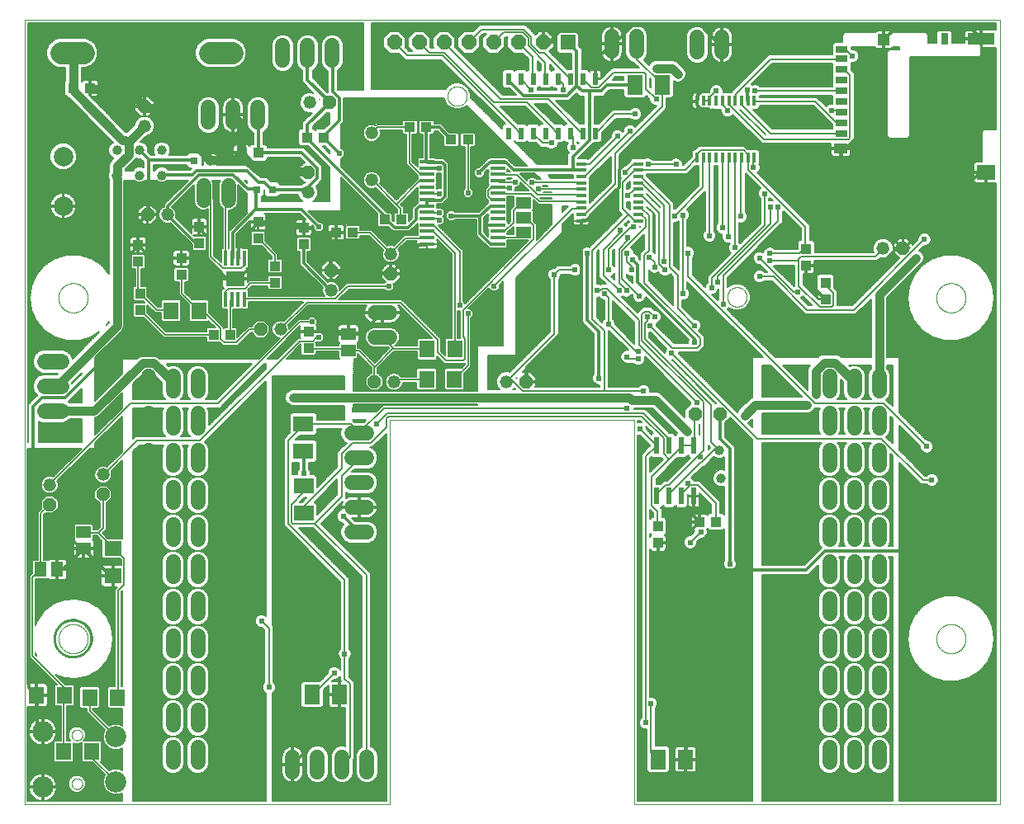
<source format=gbl>
G75*
%MOIN*%
%OFA0B0*%
%FSLAX25Y25*%
%IPPOS*%
%LPD*%
%AMOC8*
5,1,8,0,0,1.08239X$1,22.5*
%
%ADD10C,0.00000*%
%ADD11R,0.03937X0.04331*%
%ADD12OC8,0.05200*%
%ADD13C,0.05200*%
%ADD14R,0.04331X0.03937*%
%ADD15C,0.08850*%
%ADD16C,0.06000*%
%ADD17R,0.06000X0.06000*%
%ADD18OC8,0.06000*%
%ADD19R,0.06299X0.07874*%
%ADD20C,0.06496*%
%ADD21R,0.02100X0.06700*%
%ADD22C,0.07874*%
%ADD23R,0.03150X0.03150*%
%ADD24R,0.01200X0.03900*%
%ADD25R,0.04724X0.02756*%
%ADD26R,0.05512X0.03937*%
%ADD27R,0.07480X0.05906*%
%ADD28R,0.11024X0.04724*%
%ADD29R,0.03150X0.04724*%
%ADD30R,0.04724X0.04724*%
%ADD31R,0.02362X0.04724*%
%ADD32R,0.01575X0.06299*%
%ADD33R,0.07441X0.06181*%
%ADD34R,0.06299X0.07098*%
%ADD35R,0.03900X0.01200*%
%ADD36R,0.05906X0.01575*%
%ADD37R,0.06300X0.04600*%
%ADD38R,0.05906X0.05118*%
%ADD39C,0.08600*%
%ADD40R,0.05118X0.05906*%
%ADD41R,0.07098X0.06299*%
%ADD42R,0.07874X0.06299*%
%ADD43C,0.03969*%
%ADD44C,0.03600*%
%ADD45C,0.03000*%
%ADD46C,0.00600*%
%ADD47C,0.01200*%
%ADD48C,0.02400*%
D10*
X0049428Y0028933D02*
X0197066Y0028933D01*
X0197066Y0184445D01*
X0295491Y0184445D01*
X0295491Y0028933D01*
X0443129Y0028933D01*
X0443129Y0346059D01*
X0049428Y0346059D01*
X0049428Y0028933D01*
X0068484Y0037280D02*
X0068486Y0037373D01*
X0068492Y0037465D01*
X0068502Y0037557D01*
X0068516Y0037648D01*
X0068533Y0037739D01*
X0068555Y0037829D01*
X0068580Y0037918D01*
X0068609Y0038006D01*
X0068642Y0038092D01*
X0068679Y0038177D01*
X0068719Y0038261D01*
X0068763Y0038342D01*
X0068810Y0038422D01*
X0068860Y0038500D01*
X0068914Y0038575D01*
X0068971Y0038648D01*
X0069031Y0038718D01*
X0069094Y0038786D01*
X0069160Y0038851D01*
X0069228Y0038913D01*
X0069299Y0038973D01*
X0069373Y0039029D01*
X0069449Y0039082D01*
X0069527Y0039131D01*
X0069607Y0039178D01*
X0069689Y0039220D01*
X0069773Y0039260D01*
X0069858Y0039295D01*
X0069945Y0039327D01*
X0070033Y0039356D01*
X0070122Y0039380D01*
X0070212Y0039401D01*
X0070303Y0039417D01*
X0070395Y0039430D01*
X0070487Y0039439D01*
X0070580Y0039444D01*
X0070672Y0039445D01*
X0070765Y0039442D01*
X0070857Y0039435D01*
X0070949Y0039424D01*
X0071040Y0039409D01*
X0071131Y0039391D01*
X0071221Y0039368D01*
X0071309Y0039342D01*
X0071397Y0039312D01*
X0071483Y0039278D01*
X0071567Y0039241D01*
X0071650Y0039199D01*
X0071731Y0039155D01*
X0071811Y0039107D01*
X0071888Y0039056D01*
X0071962Y0039001D01*
X0072035Y0038943D01*
X0072105Y0038883D01*
X0072172Y0038819D01*
X0072236Y0038753D01*
X0072298Y0038683D01*
X0072356Y0038612D01*
X0072411Y0038538D01*
X0072463Y0038461D01*
X0072512Y0038382D01*
X0072558Y0038302D01*
X0072600Y0038219D01*
X0072638Y0038135D01*
X0072673Y0038049D01*
X0072704Y0037962D01*
X0072731Y0037874D01*
X0072754Y0037784D01*
X0072774Y0037694D01*
X0072790Y0037603D01*
X0072802Y0037511D01*
X0072810Y0037419D01*
X0072814Y0037326D01*
X0072814Y0037234D01*
X0072810Y0037141D01*
X0072802Y0037049D01*
X0072790Y0036957D01*
X0072774Y0036866D01*
X0072754Y0036776D01*
X0072731Y0036686D01*
X0072704Y0036598D01*
X0072673Y0036511D01*
X0072638Y0036425D01*
X0072600Y0036341D01*
X0072558Y0036258D01*
X0072512Y0036178D01*
X0072463Y0036099D01*
X0072411Y0036022D01*
X0072356Y0035948D01*
X0072298Y0035877D01*
X0072236Y0035807D01*
X0072172Y0035741D01*
X0072105Y0035677D01*
X0072035Y0035617D01*
X0071962Y0035559D01*
X0071888Y0035504D01*
X0071811Y0035453D01*
X0071732Y0035405D01*
X0071650Y0035361D01*
X0071567Y0035319D01*
X0071483Y0035282D01*
X0071397Y0035248D01*
X0071309Y0035218D01*
X0071221Y0035192D01*
X0071131Y0035169D01*
X0071040Y0035151D01*
X0070949Y0035136D01*
X0070857Y0035125D01*
X0070765Y0035118D01*
X0070672Y0035115D01*
X0070580Y0035116D01*
X0070487Y0035121D01*
X0070395Y0035130D01*
X0070303Y0035143D01*
X0070212Y0035159D01*
X0070122Y0035180D01*
X0070033Y0035204D01*
X0069945Y0035233D01*
X0069858Y0035265D01*
X0069773Y0035300D01*
X0069689Y0035340D01*
X0069607Y0035382D01*
X0069527Y0035429D01*
X0069449Y0035478D01*
X0069373Y0035531D01*
X0069299Y0035587D01*
X0069228Y0035647D01*
X0069160Y0035709D01*
X0069094Y0035774D01*
X0069031Y0035842D01*
X0068971Y0035912D01*
X0068914Y0035985D01*
X0068860Y0036060D01*
X0068810Y0036138D01*
X0068763Y0036218D01*
X0068719Y0036299D01*
X0068679Y0036383D01*
X0068642Y0036468D01*
X0068609Y0036554D01*
X0068580Y0036642D01*
X0068555Y0036731D01*
X0068533Y0036821D01*
X0068516Y0036912D01*
X0068502Y0037003D01*
X0068492Y0037095D01*
X0068486Y0037187D01*
X0068484Y0037280D01*
X0068484Y0056965D02*
X0068486Y0057058D01*
X0068492Y0057150D01*
X0068502Y0057242D01*
X0068516Y0057333D01*
X0068533Y0057424D01*
X0068555Y0057514D01*
X0068580Y0057603D01*
X0068609Y0057691D01*
X0068642Y0057777D01*
X0068679Y0057862D01*
X0068719Y0057946D01*
X0068763Y0058027D01*
X0068810Y0058107D01*
X0068860Y0058185D01*
X0068914Y0058260D01*
X0068971Y0058333D01*
X0069031Y0058403D01*
X0069094Y0058471D01*
X0069160Y0058536D01*
X0069228Y0058598D01*
X0069299Y0058658D01*
X0069373Y0058714D01*
X0069449Y0058767D01*
X0069527Y0058816D01*
X0069607Y0058863D01*
X0069689Y0058905D01*
X0069773Y0058945D01*
X0069858Y0058980D01*
X0069945Y0059012D01*
X0070033Y0059041D01*
X0070122Y0059065D01*
X0070212Y0059086D01*
X0070303Y0059102D01*
X0070395Y0059115D01*
X0070487Y0059124D01*
X0070580Y0059129D01*
X0070672Y0059130D01*
X0070765Y0059127D01*
X0070857Y0059120D01*
X0070949Y0059109D01*
X0071040Y0059094D01*
X0071131Y0059076D01*
X0071221Y0059053D01*
X0071309Y0059027D01*
X0071397Y0058997D01*
X0071483Y0058963D01*
X0071567Y0058926D01*
X0071650Y0058884D01*
X0071731Y0058840D01*
X0071811Y0058792D01*
X0071888Y0058741D01*
X0071962Y0058686D01*
X0072035Y0058628D01*
X0072105Y0058568D01*
X0072172Y0058504D01*
X0072236Y0058438D01*
X0072298Y0058368D01*
X0072356Y0058297D01*
X0072411Y0058223D01*
X0072463Y0058146D01*
X0072512Y0058067D01*
X0072558Y0057987D01*
X0072600Y0057904D01*
X0072638Y0057820D01*
X0072673Y0057734D01*
X0072704Y0057647D01*
X0072731Y0057559D01*
X0072754Y0057469D01*
X0072774Y0057379D01*
X0072790Y0057288D01*
X0072802Y0057196D01*
X0072810Y0057104D01*
X0072814Y0057011D01*
X0072814Y0056919D01*
X0072810Y0056826D01*
X0072802Y0056734D01*
X0072790Y0056642D01*
X0072774Y0056551D01*
X0072754Y0056461D01*
X0072731Y0056371D01*
X0072704Y0056283D01*
X0072673Y0056196D01*
X0072638Y0056110D01*
X0072600Y0056026D01*
X0072558Y0055943D01*
X0072512Y0055863D01*
X0072463Y0055784D01*
X0072411Y0055707D01*
X0072356Y0055633D01*
X0072298Y0055562D01*
X0072236Y0055492D01*
X0072172Y0055426D01*
X0072105Y0055362D01*
X0072035Y0055302D01*
X0071962Y0055244D01*
X0071888Y0055189D01*
X0071811Y0055138D01*
X0071732Y0055090D01*
X0071650Y0055046D01*
X0071567Y0055004D01*
X0071483Y0054967D01*
X0071397Y0054933D01*
X0071309Y0054903D01*
X0071221Y0054877D01*
X0071131Y0054854D01*
X0071040Y0054836D01*
X0070949Y0054821D01*
X0070857Y0054810D01*
X0070765Y0054803D01*
X0070672Y0054800D01*
X0070580Y0054801D01*
X0070487Y0054806D01*
X0070395Y0054815D01*
X0070303Y0054828D01*
X0070212Y0054844D01*
X0070122Y0054865D01*
X0070033Y0054889D01*
X0069945Y0054918D01*
X0069858Y0054950D01*
X0069773Y0054985D01*
X0069689Y0055025D01*
X0069607Y0055067D01*
X0069527Y0055114D01*
X0069449Y0055163D01*
X0069373Y0055216D01*
X0069299Y0055272D01*
X0069228Y0055332D01*
X0069160Y0055394D01*
X0069094Y0055459D01*
X0069031Y0055527D01*
X0068971Y0055597D01*
X0068914Y0055670D01*
X0068860Y0055745D01*
X0068810Y0055823D01*
X0068763Y0055903D01*
X0068719Y0055984D01*
X0068679Y0056068D01*
X0068642Y0056153D01*
X0068609Y0056239D01*
X0068580Y0056327D01*
X0068555Y0056416D01*
X0068533Y0056506D01*
X0068516Y0056597D01*
X0068502Y0056688D01*
X0068492Y0056780D01*
X0068486Y0056872D01*
X0068484Y0056965D01*
X0063208Y0095862D02*
X0063210Y0096015D01*
X0063216Y0096169D01*
X0063226Y0096322D01*
X0063240Y0096474D01*
X0063258Y0096627D01*
X0063280Y0096778D01*
X0063305Y0096929D01*
X0063335Y0097080D01*
X0063369Y0097230D01*
X0063406Y0097378D01*
X0063447Y0097526D01*
X0063492Y0097672D01*
X0063541Y0097818D01*
X0063594Y0097962D01*
X0063650Y0098104D01*
X0063710Y0098245D01*
X0063774Y0098385D01*
X0063841Y0098523D01*
X0063912Y0098659D01*
X0063987Y0098793D01*
X0064064Y0098925D01*
X0064146Y0099055D01*
X0064230Y0099183D01*
X0064318Y0099309D01*
X0064409Y0099432D01*
X0064503Y0099553D01*
X0064601Y0099671D01*
X0064701Y0099787D01*
X0064805Y0099900D01*
X0064911Y0100011D01*
X0065020Y0100119D01*
X0065132Y0100224D01*
X0065246Y0100325D01*
X0065364Y0100424D01*
X0065483Y0100520D01*
X0065605Y0100613D01*
X0065730Y0100702D01*
X0065857Y0100789D01*
X0065986Y0100871D01*
X0066117Y0100951D01*
X0066250Y0101027D01*
X0066385Y0101100D01*
X0066522Y0101169D01*
X0066661Y0101234D01*
X0066801Y0101296D01*
X0066943Y0101354D01*
X0067086Y0101409D01*
X0067231Y0101460D01*
X0067377Y0101507D01*
X0067524Y0101550D01*
X0067672Y0101589D01*
X0067821Y0101625D01*
X0067971Y0101656D01*
X0068122Y0101684D01*
X0068273Y0101708D01*
X0068426Y0101728D01*
X0068578Y0101744D01*
X0068731Y0101756D01*
X0068884Y0101764D01*
X0069037Y0101768D01*
X0069191Y0101768D01*
X0069344Y0101764D01*
X0069497Y0101756D01*
X0069650Y0101744D01*
X0069802Y0101728D01*
X0069955Y0101708D01*
X0070106Y0101684D01*
X0070257Y0101656D01*
X0070407Y0101625D01*
X0070556Y0101589D01*
X0070704Y0101550D01*
X0070851Y0101507D01*
X0070997Y0101460D01*
X0071142Y0101409D01*
X0071285Y0101354D01*
X0071427Y0101296D01*
X0071567Y0101234D01*
X0071706Y0101169D01*
X0071843Y0101100D01*
X0071978Y0101027D01*
X0072111Y0100951D01*
X0072242Y0100871D01*
X0072371Y0100789D01*
X0072498Y0100702D01*
X0072623Y0100613D01*
X0072745Y0100520D01*
X0072864Y0100424D01*
X0072982Y0100325D01*
X0073096Y0100224D01*
X0073208Y0100119D01*
X0073317Y0100011D01*
X0073423Y0099900D01*
X0073527Y0099787D01*
X0073627Y0099671D01*
X0073725Y0099553D01*
X0073819Y0099432D01*
X0073910Y0099309D01*
X0073998Y0099183D01*
X0074082Y0099055D01*
X0074164Y0098925D01*
X0074241Y0098793D01*
X0074316Y0098659D01*
X0074387Y0098523D01*
X0074454Y0098385D01*
X0074518Y0098245D01*
X0074578Y0098104D01*
X0074634Y0097962D01*
X0074687Y0097818D01*
X0074736Y0097672D01*
X0074781Y0097526D01*
X0074822Y0097378D01*
X0074859Y0097230D01*
X0074893Y0097080D01*
X0074923Y0096929D01*
X0074948Y0096778D01*
X0074970Y0096627D01*
X0074988Y0096474D01*
X0075002Y0096322D01*
X0075012Y0096169D01*
X0075018Y0096015D01*
X0075020Y0095862D01*
X0075018Y0095709D01*
X0075012Y0095555D01*
X0075002Y0095402D01*
X0074988Y0095250D01*
X0074970Y0095097D01*
X0074948Y0094946D01*
X0074923Y0094795D01*
X0074893Y0094644D01*
X0074859Y0094494D01*
X0074822Y0094346D01*
X0074781Y0094198D01*
X0074736Y0094052D01*
X0074687Y0093906D01*
X0074634Y0093762D01*
X0074578Y0093620D01*
X0074518Y0093479D01*
X0074454Y0093339D01*
X0074387Y0093201D01*
X0074316Y0093065D01*
X0074241Y0092931D01*
X0074164Y0092799D01*
X0074082Y0092669D01*
X0073998Y0092541D01*
X0073910Y0092415D01*
X0073819Y0092292D01*
X0073725Y0092171D01*
X0073627Y0092053D01*
X0073527Y0091937D01*
X0073423Y0091824D01*
X0073317Y0091713D01*
X0073208Y0091605D01*
X0073096Y0091500D01*
X0072982Y0091399D01*
X0072864Y0091300D01*
X0072745Y0091204D01*
X0072623Y0091111D01*
X0072498Y0091022D01*
X0072371Y0090935D01*
X0072242Y0090853D01*
X0072111Y0090773D01*
X0071978Y0090697D01*
X0071843Y0090624D01*
X0071706Y0090555D01*
X0071567Y0090490D01*
X0071427Y0090428D01*
X0071285Y0090370D01*
X0071142Y0090315D01*
X0070997Y0090264D01*
X0070851Y0090217D01*
X0070704Y0090174D01*
X0070556Y0090135D01*
X0070407Y0090099D01*
X0070257Y0090068D01*
X0070106Y0090040D01*
X0069955Y0090016D01*
X0069802Y0089996D01*
X0069650Y0089980D01*
X0069497Y0089968D01*
X0069344Y0089960D01*
X0069191Y0089956D01*
X0069037Y0089956D01*
X0068884Y0089960D01*
X0068731Y0089968D01*
X0068578Y0089980D01*
X0068426Y0089996D01*
X0068273Y0090016D01*
X0068122Y0090040D01*
X0067971Y0090068D01*
X0067821Y0090099D01*
X0067672Y0090135D01*
X0067524Y0090174D01*
X0067377Y0090217D01*
X0067231Y0090264D01*
X0067086Y0090315D01*
X0066943Y0090370D01*
X0066801Y0090428D01*
X0066661Y0090490D01*
X0066522Y0090555D01*
X0066385Y0090624D01*
X0066250Y0090697D01*
X0066117Y0090773D01*
X0065986Y0090853D01*
X0065857Y0090935D01*
X0065730Y0091022D01*
X0065605Y0091111D01*
X0065483Y0091204D01*
X0065364Y0091300D01*
X0065246Y0091399D01*
X0065132Y0091500D01*
X0065020Y0091605D01*
X0064911Y0091713D01*
X0064805Y0091824D01*
X0064701Y0091937D01*
X0064601Y0092053D01*
X0064503Y0092171D01*
X0064409Y0092292D01*
X0064318Y0092415D01*
X0064230Y0092541D01*
X0064146Y0092669D01*
X0064064Y0092799D01*
X0063987Y0092931D01*
X0063912Y0093065D01*
X0063841Y0093201D01*
X0063774Y0093339D01*
X0063710Y0093479D01*
X0063650Y0093620D01*
X0063594Y0093762D01*
X0063541Y0093906D01*
X0063492Y0094052D01*
X0063447Y0094198D01*
X0063406Y0094346D01*
X0063369Y0094494D01*
X0063335Y0094644D01*
X0063305Y0094795D01*
X0063280Y0094946D01*
X0063258Y0095097D01*
X0063240Y0095250D01*
X0063226Y0095402D01*
X0063216Y0095555D01*
X0063210Y0095709D01*
X0063208Y0095862D01*
X0063208Y0233657D02*
X0063210Y0233810D01*
X0063216Y0233964D01*
X0063226Y0234117D01*
X0063240Y0234269D01*
X0063258Y0234422D01*
X0063280Y0234573D01*
X0063305Y0234724D01*
X0063335Y0234875D01*
X0063369Y0235025D01*
X0063406Y0235173D01*
X0063447Y0235321D01*
X0063492Y0235467D01*
X0063541Y0235613D01*
X0063594Y0235757D01*
X0063650Y0235899D01*
X0063710Y0236040D01*
X0063774Y0236180D01*
X0063841Y0236318D01*
X0063912Y0236454D01*
X0063987Y0236588D01*
X0064064Y0236720D01*
X0064146Y0236850D01*
X0064230Y0236978D01*
X0064318Y0237104D01*
X0064409Y0237227D01*
X0064503Y0237348D01*
X0064601Y0237466D01*
X0064701Y0237582D01*
X0064805Y0237695D01*
X0064911Y0237806D01*
X0065020Y0237914D01*
X0065132Y0238019D01*
X0065246Y0238120D01*
X0065364Y0238219D01*
X0065483Y0238315D01*
X0065605Y0238408D01*
X0065730Y0238497D01*
X0065857Y0238584D01*
X0065986Y0238666D01*
X0066117Y0238746D01*
X0066250Y0238822D01*
X0066385Y0238895D01*
X0066522Y0238964D01*
X0066661Y0239029D01*
X0066801Y0239091D01*
X0066943Y0239149D01*
X0067086Y0239204D01*
X0067231Y0239255D01*
X0067377Y0239302D01*
X0067524Y0239345D01*
X0067672Y0239384D01*
X0067821Y0239420D01*
X0067971Y0239451D01*
X0068122Y0239479D01*
X0068273Y0239503D01*
X0068426Y0239523D01*
X0068578Y0239539D01*
X0068731Y0239551D01*
X0068884Y0239559D01*
X0069037Y0239563D01*
X0069191Y0239563D01*
X0069344Y0239559D01*
X0069497Y0239551D01*
X0069650Y0239539D01*
X0069802Y0239523D01*
X0069955Y0239503D01*
X0070106Y0239479D01*
X0070257Y0239451D01*
X0070407Y0239420D01*
X0070556Y0239384D01*
X0070704Y0239345D01*
X0070851Y0239302D01*
X0070997Y0239255D01*
X0071142Y0239204D01*
X0071285Y0239149D01*
X0071427Y0239091D01*
X0071567Y0239029D01*
X0071706Y0238964D01*
X0071843Y0238895D01*
X0071978Y0238822D01*
X0072111Y0238746D01*
X0072242Y0238666D01*
X0072371Y0238584D01*
X0072498Y0238497D01*
X0072623Y0238408D01*
X0072745Y0238315D01*
X0072864Y0238219D01*
X0072982Y0238120D01*
X0073096Y0238019D01*
X0073208Y0237914D01*
X0073317Y0237806D01*
X0073423Y0237695D01*
X0073527Y0237582D01*
X0073627Y0237466D01*
X0073725Y0237348D01*
X0073819Y0237227D01*
X0073910Y0237104D01*
X0073998Y0236978D01*
X0074082Y0236850D01*
X0074164Y0236720D01*
X0074241Y0236588D01*
X0074316Y0236454D01*
X0074387Y0236318D01*
X0074454Y0236180D01*
X0074518Y0236040D01*
X0074578Y0235899D01*
X0074634Y0235757D01*
X0074687Y0235613D01*
X0074736Y0235467D01*
X0074781Y0235321D01*
X0074822Y0235173D01*
X0074859Y0235025D01*
X0074893Y0234875D01*
X0074923Y0234724D01*
X0074948Y0234573D01*
X0074970Y0234422D01*
X0074988Y0234269D01*
X0075002Y0234117D01*
X0075012Y0233964D01*
X0075018Y0233810D01*
X0075020Y0233657D01*
X0075018Y0233504D01*
X0075012Y0233350D01*
X0075002Y0233197D01*
X0074988Y0233045D01*
X0074970Y0232892D01*
X0074948Y0232741D01*
X0074923Y0232590D01*
X0074893Y0232439D01*
X0074859Y0232289D01*
X0074822Y0232141D01*
X0074781Y0231993D01*
X0074736Y0231847D01*
X0074687Y0231701D01*
X0074634Y0231557D01*
X0074578Y0231415D01*
X0074518Y0231274D01*
X0074454Y0231134D01*
X0074387Y0230996D01*
X0074316Y0230860D01*
X0074241Y0230726D01*
X0074164Y0230594D01*
X0074082Y0230464D01*
X0073998Y0230336D01*
X0073910Y0230210D01*
X0073819Y0230087D01*
X0073725Y0229966D01*
X0073627Y0229848D01*
X0073527Y0229732D01*
X0073423Y0229619D01*
X0073317Y0229508D01*
X0073208Y0229400D01*
X0073096Y0229295D01*
X0072982Y0229194D01*
X0072864Y0229095D01*
X0072745Y0228999D01*
X0072623Y0228906D01*
X0072498Y0228817D01*
X0072371Y0228730D01*
X0072242Y0228648D01*
X0072111Y0228568D01*
X0071978Y0228492D01*
X0071843Y0228419D01*
X0071706Y0228350D01*
X0071567Y0228285D01*
X0071427Y0228223D01*
X0071285Y0228165D01*
X0071142Y0228110D01*
X0070997Y0228059D01*
X0070851Y0228012D01*
X0070704Y0227969D01*
X0070556Y0227930D01*
X0070407Y0227894D01*
X0070257Y0227863D01*
X0070106Y0227835D01*
X0069955Y0227811D01*
X0069802Y0227791D01*
X0069650Y0227775D01*
X0069497Y0227763D01*
X0069344Y0227755D01*
X0069191Y0227751D01*
X0069037Y0227751D01*
X0068884Y0227755D01*
X0068731Y0227763D01*
X0068578Y0227775D01*
X0068426Y0227791D01*
X0068273Y0227811D01*
X0068122Y0227835D01*
X0067971Y0227863D01*
X0067821Y0227894D01*
X0067672Y0227930D01*
X0067524Y0227969D01*
X0067377Y0228012D01*
X0067231Y0228059D01*
X0067086Y0228110D01*
X0066943Y0228165D01*
X0066801Y0228223D01*
X0066661Y0228285D01*
X0066522Y0228350D01*
X0066385Y0228419D01*
X0066250Y0228492D01*
X0066117Y0228568D01*
X0065986Y0228648D01*
X0065857Y0228730D01*
X0065730Y0228817D01*
X0065605Y0228906D01*
X0065483Y0228999D01*
X0065364Y0229095D01*
X0065246Y0229194D01*
X0065132Y0229295D01*
X0065020Y0229400D01*
X0064911Y0229508D01*
X0064805Y0229619D01*
X0064701Y0229732D01*
X0064601Y0229848D01*
X0064503Y0229966D01*
X0064409Y0230087D01*
X0064318Y0230210D01*
X0064230Y0230336D01*
X0064146Y0230464D01*
X0064064Y0230594D01*
X0063987Y0230726D01*
X0063912Y0230860D01*
X0063841Y0230996D01*
X0063774Y0231134D01*
X0063710Y0231274D01*
X0063650Y0231415D01*
X0063594Y0231557D01*
X0063541Y0231701D01*
X0063492Y0231847D01*
X0063447Y0231993D01*
X0063406Y0232141D01*
X0063369Y0232289D01*
X0063335Y0232439D01*
X0063305Y0232590D01*
X0063280Y0232741D01*
X0063258Y0232892D01*
X0063240Y0233045D01*
X0063226Y0233197D01*
X0063216Y0233350D01*
X0063210Y0233504D01*
X0063208Y0233657D01*
X0220188Y0315107D02*
X0220190Y0315232D01*
X0220196Y0315357D01*
X0220206Y0315481D01*
X0220220Y0315605D01*
X0220237Y0315729D01*
X0220259Y0315852D01*
X0220285Y0315974D01*
X0220314Y0316096D01*
X0220347Y0316216D01*
X0220385Y0316335D01*
X0220425Y0316454D01*
X0220470Y0316570D01*
X0220518Y0316685D01*
X0220570Y0316799D01*
X0220626Y0316911D01*
X0220685Y0317021D01*
X0220747Y0317129D01*
X0220813Y0317236D01*
X0220882Y0317340D01*
X0220955Y0317441D01*
X0221030Y0317541D01*
X0221109Y0317638D01*
X0221191Y0317732D01*
X0221276Y0317824D01*
X0221363Y0317913D01*
X0221454Y0317999D01*
X0221547Y0318082D01*
X0221643Y0318163D01*
X0221741Y0318240D01*
X0221841Y0318314D01*
X0221944Y0318385D01*
X0222049Y0318452D01*
X0222157Y0318517D01*
X0222266Y0318577D01*
X0222377Y0318635D01*
X0222490Y0318688D01*
X0222604Y0318738D01*
X0222720Y0318785D01*
X0222837Y0318827D01*
X0222956Y0318866D01*
X0223076Y0318902D01*
X0223197Y0318933D01*
X0223319Y0318961D01*
X0223441Y0318984D01*
X0223565Y0319004D01*
X0223689Y0319020D01*
X0223813Y0319032D01*
X0223938Y0319040D01*
X0224063Y0319044D01*
X0224187Y0319044D01*
X0224312Y0319040D01*
X0224437Y0319032D01*
X0224561Y0319020D01*
X0224685Y0319004D01*
X0224809Y0318984D01*
X0224931Y0318961D01*
X0225053Y0318933D01*
X0225174Y0318902D01*
X0225294Y0318866D01*
X0225413Y0318827D01*
X0225530Y0318785D01*
X0225646Y0318738D01*
X0225760Y0318688D01*
X0225873Y0318635D01*
X0225984Y0318577D01*
X0226094Y0318517D01*
X0226201Y0318452D01*
X0226306Y0318385D01*
X0226409Y0318314D01*
X0226509Y0318240D01*
X0226607Y0318163D01*
X0226703Y0318082D01*
X0226796Y0317999D01*
X0226887Y0317913D01*
X0226974Y0317824D01*
X0227059Y0317732D01*
X0227141Y0317638D01*
X0227220Y0317541D01*
X0227295Y0317441D01*
X0227368Y0317340D01*
X0227437Y0317236D01*
X0227503Y0317129D01*
X0227565Y0317021D01*
X0227624Y0316911D01*
X0227680Y0316799D01*
X0227732Y0316685D01*
X0227780Y0316570D01*
X0227825Y0316454D01*
X0227865Y0316335D01*
X0227903Y0316216D01*
X0227936Y0316096D01*
X0227965Y0315974D01*
X0227991Y0315852D01*
X0228013Y0315729D01*
X0228030Y0315605D01*
X0228044Y0315481D01*
X0228054Y0315357D01*
X0228060Y0315232D01*
X0228062Y0315107D01*
X0228060Y0314982D01*
X0228054Y0314857D01*
X0228044Y0314733D01*
X0228030Y0314609D01*
X0228013Y0314485D01*
X0227991Y0314362D01*
X0227965Y0314240D01*
X0227936Y0314118D01*
X0227903Y0313998D01*
X0227865Y0313879D01*
X0227825Y0313760D01*
X0227780Y0313644D01*
X0227732Y0313529D01*
X0227680Y0313415D01*
X0227624Y0313303D01*
X0227565Y0313193D01*
X0227503Y0313085D01*
X0227437Y0312978D01*
X0227368Y0312874D01*
X0227295Y0312773D01*
X0227220Y0312673D01*
X0227141Y0312576D01*
X0227059Y0312482D01*
X0226974Y0312390D01*
X0226887Y0312301D01*
X0226796Y0312215D01*
X0226703Y0312132D01*
X0226607Y0312051D01*
X0226509Y0311974D01*
X0226409Y0311900D01*
X0226306Y0311829D01*
X0226201Y0311762D01*
X0226093Y0311697D01*
X0225984Y0311637D01*
X0225873Y0311579D01*
X0225760Y0311526D01*
X0225646Y0311476D01*
X0225530Y0311429D01*
X0225413Y0311387D01*
X0225294Y0311348D01*
X0225174Y0311312D01*
X0225053Y0311281D01*
X0224931Y0311253D01*
X0224809Y0311230D01*
X0224685Y0311210D01*
X0224561Y0311194D01*
X0224437Y0311182D01*
X0224312Y0311174D01*
X0224187Y0311170D01*
X0224063Y0311170D01*
X0223938Y0311174D01*
X0223813Y0311182D01*
X0223689Y0311194D01*
X0223565Y0311210D01*
X0223441Y0311230D01*
X0223319Y0311253D01*
X0223197Y0311281D01*
X0223076Y0311312D01*
X0222956Y0311348D01*
X0222837Y0311387D01*
X0222720Y0311429D01*
X0222604Y0311476D01*
X0222490Y0311526D01*
X0222377Y0311579D01*
X0222266Y0311637D01*
X0222156Y0311697D01*
X0222049Y0311762D01*
X0221944Y0311829D01*
X0221841Y0311900D01*
X0221741Y0311974D01*
X0221643Y0312051D01*
X0221547Y0312132D01*
X0221454Y0312215D01*
X0221363Y0312301D01*
X0221276Y0312390D01*
X0221191Y0312482D01*
X0221109Y0312576D01*
X0221030Y0312673D01*
X0220955Y0312773D01*
X0220882Y0312874D01*
X0220813Y0312978D01*
X0220747Y0313085D01*
X0220685Y0313193D01*
X0220626Y0313303D01*
X0220570Y0313415D01*
X0220518Y0313529D01*
X0220470Y0313644D01*
X0220425Y0313760D01*
X0220385Y0313879D01*
X0220347Y0313998D01*
X0220314Y0314118D01*
X0220285Y0314240D01*
X0220259Y0314362D01*
X0220237Y0314485D01*
X0220220Y0314609D01*
X0220206Y0314733D01*
X0220196Y0314857D01*
X0220190Y0314982D01*
X0220188Y0315107D01*
X0333140Y0234005D02*
X0333142Y0234130D01*
X0333148Y0234255D01*
X0333158Y0234379D01*
X0333172Y0234503D01*
X0333189Y0234627D01*
X0333211Y0234750D01*
X0333237Y0234872D01*
X0333266Y0234994D01*
X0333299Y0235114D01*
X0333337Y0235233D01*
X0333377Y0235352D01*
X0333422Y0235468D01*
X0333470Y0235583D01*
X0333522Y0235697D01*
X0333578Y0235809D01*
X0333637Y0235919D01*
X0333699Y0236027D01*
X0333765Y0236134D01*
X0333834Y0236238D01*
X0333907Y0236339D01*
X0333982Y0236439D01*
X0334061Y0236536D01*
X0334143Y0236630D01*
X0334228Y0236722D01*
X0334315Y0236811D01*
X0334406Y0236897D01*
X0334499Y0236980D01*
X0334595Y0237061D01*
X0334693Y0237138D01*
X0334793Y0237212D01*
X0334896Y0237283D01*
X0335001Y0237350D01*
X0335109Y0237415D01*
X0335218Y0237475D01*
X0335329Y0237533D01*
X0335442Y0237586D01*
X0335556Y0237636D01*
X0335672Y0237683D01*
X0335789Y0237725D01*
X0335908Y0237764D01*
X0336028Y0237800D01*
X0336149Y0237831D01*
X0336271Y0237859D01*
X0336393Y0237882D01*
X0336517Y0237902D01*
X0336641Y0237918D01*
X0336765Y0237930D01*
X0336890Y0237938D01*
X0337015Y0237942D01*
X0337139Y0237942D01*
X0337264Y0237938D01*
X0337389Y0237930D01*
X0337513Y0237918D01*
X0337637Y0237902D01*
X0337761Y0237882D01*
X0337883Y0237859D01*
X0338005Y0237831D01*
X0338126Y0237800D01*
X0338246Y0237764D01*
X0338365Y0237725D01*
X0338482Y0237683D01*
X0338598Y0237636D01*
X0338712Y0237586D01*
X0338825Y0237533D01*
X0338936Y0237475D01*
X0339046Y0237415D01*
X0339153Y0237350D01*
X0339258Y0237283D01*
X0339361Y0237212D01*
X0339461Y0237138D01*
X0339559Y0237061D01*
X0339655Y0236980D01*
X0339748Y0236897D01*
X0339839Y0236811D01*
X0339926Y0236722D01*
X0340011Y0236630D01*
X0340093Y0236536D01*
X0340172Y0236439D01*
X0340247Y0236339D01*
X0340320Y0236238D01*
X0340389Y0236134D01*
X0340455Y0236027D01*
X0340517Y0235919D01*
X0340576Y0235809D01*
X0340632Y0235697D01*
X0340684Y0235583D01*
X0340732Y0235468D01*
X0340777Y0235352D01*
X0340817Y0235233D01*
X0340855Y0235114D01*
X0340888Y0234994D01*
X0340917Y0234872D01*
X0340943Y0234750D01*
X0340965Y0234627D01*
X0340982Y0234503D01*
X0340996Y0234379D01*
X0341006Y0234255D01*
X0341012Y0234130D01*
X0341014Y0234005D01*
X0341012Y0233880D01*
X0341006Y0233755D01*
X0340996Y0233631D01*
X0340982Y0233507D01*
X0340965Y0233383D01*
X0340943Y0233260D01*
X0340917Y0233138D01*
X0340888Y0233016D01*
X0340855Y0232896D01*
X0340817Y0232777D01*
X0340777Y0232658D01*
X0340732Y0232542D01*
X0340684Y0232427D01*
X0340632Y0232313D01*
X0340576Y0232201D01*
X0340517Y0232091D01*
X0340455Y0231983D01*
X0340389Y0231876D01*
X0340320Y0231772D01*
X0340247Y0231671D01*
X0340172Y0231571D01*
X0340093Y0231474D01*
X0340011Y0231380D01*
X0339926Y0231288D01*
X0339839Y0231199D01*
X0339748Y0231113D01*
X0339655Y0231030D01*
X0339559Y0230949D01*
X0339461Y0230872D01*
X0339361Y0230798D01*
X0339258Y0230727D01*
X0339153Y0230660D01*
X0339045Y0230595D01*
X0338936Y0230535D01*
X0338825Y0230477D01*
X0338712Y0230424D01*
X0338598Y0230374D01*
X0338482Y0230327D01*
X0338365Y0230285D01*
X0338246Y0230246D01*
X0338126Y0230210D01*
X0338005Y0230179D01*
X0337883Y0230151D01*
X0337761Y0230128D01*
X0337637Y0230108D01*
X0337513Y0230092D01*
X0337389Y0230080D01*
X0337264Y0230072D01*
X0337139Y0230068D01*
X0337015Y0230068D01*
X0336890Y0230072D01*
X0336765Y0230080D01*
X0336641Y0230092D01*
X0336517Y0230108D01*
X0336393Y0230128D01*
X0336271Y0230151D01*
X0336149Y0230179D01*
X0336028Y0230210D01*
X0335908Y0230246D01*
X0335789Y0230285D01*
X0335672Y0230327D01*
X0335556Y0230374D01*
X0335442Y0230424D01*
X0335329Y0230477D01*
X0335218Y0230535D01*
X0335108Y0230595D01*
X0335001Y0230660D01*
X0334896Y0230727D01*
X0334793Y0230798D01*
X0334693Y0230872D01*
X0334595Y0230949D01*
X0334499Y0231030D01*
X0334406Y0231113D01*
X0334315Y0231199D01*
X0334228Y0231288D01*
X0334143Y0231380D01*
X0334061Y0231474D01*
X0333982Y0231571D01*
X0333907Y0231671D01*
X0333834Y0231772D01*
X0333765Y0231876D01*
X0333699Y0231983D01*
X0333637Y0232091D01*
X0333578Y0232201D01*
X0333522Y0232313D01*
X0333470Y0232427D01*
X0333422Y0232542D01*
X0333377Y0232658D01*
X0333337Y0232777D01*
X0333299Y0232896D01*
X0333266Y0233016D01*
X0333237Y0233138D01*
X0333211Y0233260D01*
X0333189Y0233383D01*
X0333172Y0233507D01*
X0333158Y0233631D01*
X0333148Y0233755D01*
X0333142Y0233880D01*
X0333140Y0234005D01*
X0417538Y0233657D02*
X0417540Y0233810D01*
X0417546Y0233964D01*
X0417556Y0234117D01*
X0417570Y0234269D01*
X0417588Y0234422D01*
X0417610Y0234573D01*
X0417635Y0234724D01*
X0417665Y0234875D01*
X0417699Y0235025D01*
X0417736Y0235173D01*
X0417777Y0235321D01*
X0417822Y0235467D01*
X0417871Y0235613D01*
X0417924Y0235757D01*
X0417980Y0235899D01*
X0418040Y0236040D01*
X0418104Y0236180D01*
X0418171Y0236318D01*
X0418242Y0236454D01*
X0418317Y0236588D01*
X0418394Y0236720D01*
X0418476Y0236850D01*
X0418560Y0236978D01*
X0418648Y0237104D01*
X0418739Y0237227D01*
X0418833Y0237348D01*
X0418931Y0237466D01*
X0419031Y0237582D01*
X0419135Y0237695D01*
X0419241Y0237806D01*
X0419350Y0237914D01*
X0419462Y0238019D01*
X0419576Y0238120D01*
X0419694Y0238219D01*
X0419813Y0238315D01*
X0419935Y0238408D01*
X0420060Y0238497D01*
X0420187Y0238584D01*
X0420316Y0238666D01*
X0420447Y0238746D01*
X0420580Y0238822D01*
X0420715Y0238895D01*
X0420852Y0238964D01*
X0420991Y0239029D01*
X0421131Y0239091D01*
X0421273Y0239149D01*
X0421416Y0239204D01*
X0421561Y0239255D01*
X0421707Y0239302D01*
X0421854Y0239345D01*
X0422002Y0239384D01*
X0422151Y0239420D01*
X0422301Y0239451D01*
X0422452Y0239479D01*
X0422603Y0239503D01*
X0422756Y0239523D01*
X0422908Y0239539D01*
X0423061Y0239551D01*
X0423214Y0239559D01*
X0423367Y0239563D01*
X0423521Y0239563D01*
X0423674Y0239559D01*
X0423827Y0239551D01*
X0423980Y0239539D01*
X0424132Y0239523D01*
X0424285Y0239503D01*
X0424436Y0239479D01*
X0424587Y0239451D01*
X0424737Y0239420D01*
X0424886Y0239384D01*
X0425034Y0239345D01*
X0425181Y0239302D01*
X0425327Y0239255D01*
X0425472Y0239204D01*
X0425615Y0239149D01*
X0425757Y0239091D01*
X0425897Y0239029D01*
X0426036Y0238964D01*
X0426173Y0238895D01*
X0426308Y0238822D01*
X0426441Y0238746D01*
X0426572Y0238666D01*
X0426701Y0238584D01*
X0426828Y0238497D01*
X0426953Y0238408D01*
X0427075Y0238315D01*
X0427194Y0238219D01*
X0427312Y0238120D01*
X0427426Y0238019D01*
X0427538Y0237914D01*
X0427647Y0237806D01*
X0427753Y0237695D01*
X0427857Y0237582D01*
X0427957Y0237466D01*
X0428055Y0237348D01*
X0428149Y0237227D01*
X0428240Y0237104D01*
X0428328Y0236978D01*
X0428412Y0236850D01*
X0428494Y0236720D01*
X0428571Y0236588D01*
X0428646Y0236454D01*
X0428717Y0236318D01*
X0428784Y0236180D01*
X0428848Y0236040D01*
X0428908Y0235899D01*
X0428964Y0235757D01*
X0429017Y0235613D01*
X0429066Y0235467D01*
X0429111Y0235321D01*
X0429152Y0235173D01*
X0429189Y0235025D01*
X0429223Y0234875D01*
X0429253Y0234724D01*
X0429278Y0234573D01*
X0429300Y0234422D01*
X0429318Y0234269D01*
X0429332Y0234117D01*
X0429342Y0233964D01*
X0429348Y0233810D01*
X0429350Y0233657D01*
X0429348Y0233504D01*
X0429342Y0233350D01*
X0429332Y0233197D01*
X0429318Y0233045D01*
X0429300Y0232892D01*
X0429278Y0232741D01*
X0429253Y0232590D01*
X0429223Y0232439D01*
X0429189Y0232289D01*
X0429152Y0232141D01*
X0429111Y0231993D01*
X0429066Y0231847D01*
X0429017Y0231701D01*
X0428964Y0231557D01*
X0428908Y0231415D01*
X0428848Y0231274D01*
X0428784Y0231134D01*
X0428717Y0230996D01*
X0428646Y0230860D01*
X0428571Y0230726D01*
X0428494Y0230594D01*
X0428412Y0230464D01*
X0428328Y0230336D01*
X0428240Y0230210D01*
X0428149Y0230087D01*
X0428055Y0229966D01*
X0427957Y0229848D01*
X0427857Y0229732D01*
X0427753Y0229619D01*
X0427647Y0229508D01*
X0427538Y0229400D01*
X0427426Y0229295D01*
X0427312Y0229194D01*
X0427194Y0229095D01*
X0427075Y0228999D01*
X0426953Y0228906D01*
X0426828Y0228817D01*
X0426701Y0228730D01*
X0426572Y0228648D01*
X0426441Y0228568D01*
X0426308Y0228492D01*
X0426173Y0228419D01*
X0426036Y0228350D01*
X0425897Y0228285D01*
X0425757Y0228223D01*
X0425615Y0228165D01*
X0425472Y0228110D01*
X0425327Y0228059D01*
X0425181Y0228012D01*
X0425034Y0227969D01*
X0424886Y0227930D01*
X0424737Y0227894D01*
X0424587Y0227863D01*
X0424436Y0227835D01*
X0424285Y0227811D01*
X0424132Y0227791D01*
X0423980Y0227775D01*
X0423827Y0227763D01*
X0423674Y0227755D01*
X0423521Y0227751D01*
X0423367Y0227751D01*
X0423214Y0227755D01*
X0423061Y0227763D01*
X0422908Y0227775D01*
X0422756Y0227791D01*
X0422603Y0227811D01*
X0422452Y0227835D01*
X0422301Y0227863D01*
X0422151Y0227894D01*
X0422002Y0227930D01*
X0421854Y0227969D01*
X0421707Y0228012D01*
X0421561Y0228059D01*
X0421416Y0228110D01*
X0421273Y0228165D01*
X0421131Y0228223D01*
X0420991Y0228285D01*
X0420852Y0228350D01*
X0420715Y0228419D01*
X0420580Y0228492D01*
X0420447Y0228568D01*
X0420316Y0228648D01*
X0420187Y0228730D01*
X0420060Y0228817D01*
X0419935Y0228906D01*
X0419813Y0228999D01*
X0419694Y0229095D01*
X0419576Y0229194D01*
X0419462Y0229295D01*
X0419350Y0229400D01*
X0419241Y0229508D01*
X0419135Y0229619D01*
X0419031Y0229732D01*
X0418931Y0229848D01*
X0418833Y0229966D01*
X0418739Y0230087D01*
X0418648Y0230210D01*
X0418560Y0230336D01*
X0418476Y0230464D01*
X0418394Y0230594D01*
X0418317Y0230726D01*
X0418242Y0230860D01*
X0418171Y0230996D01*
X0418104Y0231134D01*
X0418040Y0231274D01*
X0417980Y0231415D01*
X0417924Y0231557D01*
X0417871Y0231701D01*
X0417822Y0231847D01*
X0417777Y0231993D01*
X0417736Y0232141D01*
X0417699Y0232289D01*
X0417665Y0232439D01*
X0417635Y0232590D01*
X0417610Y0232741D01*
X0417588Y0232892D01*
X0417570Y0233045D01*
X0417556Y0233197D01*
X0417546Y0233350D01*
X0417540Y0233504D01*
X0417538Y0233657D01*
X0417538Y0095862D02*
X0417540Y0096015D01*
X0417546Y0096169D01*
X0417556Y0096322D01*
X0417570Y0096474D01*
X0417588Y0096627D01*
X0417610Y0096778D01*
X0417635Y0096929D01*
X0417665Y0097080D01*
X0417699Y0097230D01*
X0417736Y0097378D01*
X0417777Y0097526D01*
X0417822Y0097672D01*
X0417871Y0097818D01*
X0417924Y0097962D01*
X0417980Y0098104D01*
X0418040Y0098245D01*
X0418104Y0098385D01*
X0418171Y0098523D01*
X0418242Y0098659D01*
X0418317Y0098793D01*
X0418394Y0098925D01*
X0418476Y0099055D01*
X0418560Y0099183D01*
X0418648Y0099309D01*
X0418739Y0099432D01*
X0418833Y0099553D01*
X0418931Y0099671D01*
X0419031Y0099787D01*
X0419135Y0099900D01*
X0419241Y0100011D01*
X0419350Y0100119D01*
X0419462Y0100224D01*
X0419576Y0100325D01*
X0419694Y0100424D01*
X0419813Y0100520D01*
X0419935Y0100613D01*
X0420060Y0100702D01*
X0420187Y0100789D01*
X0420316Y0100871D01*
X0420447Y0100951D01*
X0420580Y0101027D01*
X0420715Y0101100D01*
X0420852Y0101169D01*
X0420991Y0101234D01*
X0421131Y0101296D01*
X0421273Y0101354D01*
X0421416Y0101409D01*
X0421561Y0101460D01*
X0421707Y0101507D01*
X0421854Y0101550D01*
X0422002Y0101589D01*
X0422151Y0101625D01*
X0422301Y0101656D01*
X0422452Y0101684D01*
X0422603Y0101708D01*
X0422756Y0101728D01*
X0422908Y0101744D01*
X0423061Y0101756D01*
X0423214Y0101764D01*
X0423367Y0101768D01*
X0423521Y0101768D01*
X0423674Y0101764D01*
X0423827Y0101756D01*
X0423980Y0101744D01*
X0424132Y0101728D01*
X0424285Y0101708D01*
X0424436Y0101684D01*
X0424587Y0101656D01*
X0424737Y0101625D01*
X0424886Y0101589D01*
X0425034Y0101550D01*
X0425181Y0101507D01*
X0425327Y0101460D01*
X0425472Y0101409D01*
X0425615Y0101354D01*
X0425757Y0101296D01*
X0425897Y0101234D01*
X0426036Y0101169D01*
X0426173Y0101100D01*
X0426308Y0101027D01*
X0426441Y0100951D01*
X0426572Y0100871D01*
X0426701Y0100789D01*
X0426828Y0100702D01*
X0426953Y0100613D01*
X0427075Y0100520D01*
X0427194Y0100424D01*
X0427312Y0100325D01*
X0427426Y0100224D01*
X0427538Y0100119D01*
X0427647Y0100011D01*
X0427753Y0099900D01*
X0427857Y0099787D01*
X0427957Y0099671D01*
X0428055Y0099553D01*
X0428149Y0099432D01*
X0428240Y0099309D01*
X0428328Y0099183D01*
X0428412Y0099055D01*
X0428494Y0098925D01*
X0428571Y0098793D01*
X0428646Y0098659D01*
X0428717Y0098523D01*
X0428784Y0098385D01*
X0428848Y0098245D01*
X0428908Y0098104D01*
X0428964Y0097962D01*
X0429017Y0097818D01*
X0429066Y0097672D01*
X0429111Y0097526D01*
X0429152Y0097378D01*
X0429189Y0097230D01*
X0429223Y0097080D01*
X0429253Y0096929D01*
X0429278Y0096778D01*
X0429300Y0096627D01*
X0429318Y0096474D01*
X0429332Y0096322D01*
X0429342Y0096169D01*
X0429348Y0096015D01*
X0429350Y0095862D01*
X0429348Y0095709D01*
X0429342Y0095555D01*
X0429332Y0095402D01*
X0429318Y0095250D01*
X0429300Y0095097D01*
X0429278Y0094946D01*
X0429253Y0094795D01*
X0429223Y0094644D01*
X0429189Y0094494D01*
X0429152Y0094346D01*
X0429111Y0094198D01*
X0429066Y0094052D01*
X0429017Y0093906D01*
X0428964Y0093762D01*
X0428908Y0093620D01*
X0428848Y0093479D01*
X0428784Y0093339D01*
X0428717Y0093201D01*
X0428646Y0093065D01*
X0428571Y0092931D01*
X0428494Y0092799D01*
X0428412Y0092669D01*
X0428328Y0092541D01*
X0428240Y0092415D01*
X0428149Y0092292D01*
X0428055Y0092171D01*
X0427957Y0092053D01*
X0427857Y0091937D01*
X0427753Y0091824D01*
X0427647Y0091713D01*
X0427538Y0091605D01*
X0427426Y0091500D01*
X0427312Y0091399D01*
X0427194Y0091300D01*
X0427075Y0091204D01*
X0426953Y0091111D01*
X0426828Y0091022D01*
X0426701Y0090935D01*
X0426572Y0090853D01*
X0426441Y0090773D01*
X0426308Y0090697D01*
X0426173Y0090624D01*
X0426036Y0090555D01*
X0425897Y0090490D01*
X0425757Y0090428D01*
X0425615Y0090370D01*
X0425472Y0090315D01*
X0425327Y0090264D01*
X0425181Y0090217D01*
X0425034Y0090174D01*
X0424886Y0090135D01*
X0424737Y0090099D01*
X0424587Y0090068D01*
X0424436Y0090040D01*
X0424285Y0090016D01*
X0424132Y0089996D01*
X0423980Y0089980D01*
X0423827Y0089968D01*
X0423674Y0089960D01*
X0423521Y0089956D01*
X0423367Y0089956D01*
X0423214Y0089960D01*
X0423061Y0089968D01*
X0422908Y0089980D01*
X0422756Y0089996D01*
X0422603Y0090016D01*
X0422452Y0090040D01*
X0422301Y0090068D01*
X0422151Y0090099D01*
X0422002Y0090135D01*
X0421854Y0090174D01*
X0421707Y0090217D01*
X0421561Y0090264D01*
X0421416Y0090315D01*
X0421273Y0090370D01*
X0421131Y0090428D01*
X0420991Y0090490D01*
X0420852Y0090555D01*
X0420715Y0090624D01*
X0420580Y0090697D01*
X0420447Y0090773D01*
X0420316Y0090853D01*
X0420187Y0090935D01*
X0420060Y0091022D01*
X0419935Y0091111D01*
X0419813Y0091204D01*
X0419694Y0091300D01*
X0419576Y0091399D01*
X0419462Y0091500D01*
X0419350Y0091605D01*
X0419241Y0091713D01*
X0419135Y0091824D01*
X0419031Y0091937D01*
X0418931Y0092053D01*
X0418833Y0092171D01*
X0418739Y0092292D01*
X0418648Y0092415D01*
X0418560Y0092541D01*
X0418476Y0092669D01*
X0418394Y0092799D01*
X0418317Y0092931D01*
X0418242Y0093065D01*
X0418171Y0093201D01*
X0418104Y0093339D01*
X0418040Y0093479D01*
X0417980Y0093620D01*
X0417924Y0093762D01*
X0417871Y0093906D01*
X0417822Y0094052D01*
X0417777Y0094198D01*
X0417736Y0094346D01*
X0417699Y0094494D01*
X0417665Y0094644D01*
X0417635Y0094795D01*
X0417610Y0094946D01*
X0417588Y0095097D01*
X0417570Y0095250D01*
X0417556Y0095402D01*
X0417546Y0095555D01*
X0417540Y0095709D01*
X0417538Y0095862D01*
D11*
X0305228Y0134537D03*
X0305228Y0141230D03*
X0372778Y0233137D03*
X0372778Y0239830D03*
X0364978Y0246737D03*
X0364978Y0253430D03*
X0162228Y0255337D03*
X0162228Y0262030D03*
X0143778Y0264330D03*
X0143778Y0257637D03*
X0120028Y0255687D03*
X0120028Y0262380D03*
X0095328Y0254980D03*
X0095328Y0248287D03*
X0096178Y0235430D03*
X0096178Y0228737D03*
X0125758Y0218658D03*
X0132451Y0218658D03*
D12*
X0144759Y0220980D03*
X0173228Y0244833D03*
X0197328Y0243383D03*
X0190704Y0199720D03*
X0252030Y0199790D03*
X0320128Y0186783D03*
X0330128Y0186783D03*
X0404050Y0253613D03*
X0172678Y0312583D03*
X0163828Y0284283D03*
X0099108Y0267223D03*
X0097928Y0311033D03*
X0081239Y0154185D03*
X0059586Y0150130D03*
D13*
X0059586Y0158130D03*
X0081239Y0162185D03*
X0152759Y0220980D03*
X0173228Y0236833D03*
X0197328Y0251383D03*
X0163828Y0276283D03*
X0189678Y0281233D03*
X0189678Y0300233D03*
X0164678Y0312583D03*
X0107108Y0267223D03*
X0097928Y0303033D03*
X0198704Y0199720D03*
X0244030Y0199790D03*
X0396050Y0253613D03*
D14*
X0328625Y0143083D03*
X0321932Y0143083D03*
X0181975Y0260133D03*
X0175282Y0260133D03*
X0194832Y0265233D03*
X0201525Y0265233D03*
X0221732Y0297583D03*
X0228425Y0297583D03*
X0211725Y0302633D03*
X0205032Y0302633D03*
X0170125Y0298433D03*
X0163432Y0298433D03*
X0143825Y0292283D03*
X0137132Y0292283D03*
X0112775Y0249720D03*
X0112775Y0243028D03*
X0150578Y0239787D03*
X0150578Y0246480D03*
X0164114Y0219917D03*
X0164114Y0213224D03*
X0075925Y0318383D03*
X0069232Y0318383D03*
D15*
X0073103Y0332583D02*
X0064253Y0332583D01*
X0124253Y0332583D02*
X0133103Y0332583D01*
D16*
X0153678Y0329583D02*
X0153678Y0335583D01*
X0163678Y0335583D02*
X0163678Y0329583D01*
X0173678Y0329583D02*
X0173678Y0335583D01*
X0143678Y0310583D02*
X0143678Y0304583D01*
X0133678Y0304583D02*
X0133678Y0310583D01*
X0123678Y0310583D02*
X0123678Y0304583D01*
X0121828Y0279033D02*
X0121828Y0273033D01*
X0131828Y0273033D02*
X0131828Y0279033D01*
X0190928Y0227733D02*
X0196928Y0227733D01*
X0196928Y0217733D02*
X0190928Y0217733D01*
X0187578Y0178983D02*
X0181578Y0178983D01*
X0181578Y0168983D02*
X0187578Y0168983D01*
X0187578Y0158983D02*
X0181578Y0158983D01*
X0181578Y0148983D02*
X0187578Y0148983D01*
X0187578Y0138983D02*
X0181578Y0138983D01*
X0119428Y0141933D02*
X0119428Y0135933D01*
X0109428Y0135933D02*
X0109428Y0141933D01*
X0109428Y0150933D02*
X0109428Y0156933D01*
X0109428Y0165933D02*
X0109428Y0171933D01*
X0109428Y0180933D02*
X0109428Y0186933D01*
X0109428Y0195933D02*
X0109428Y0201933D01*
X0099428Y0201933D02*
X0099428Y0195933D01*
X0099428Y0186933D02*
X0099428Y0180933D01*
X0099428Y0171933D02*
X0099428Y0165933D01*
X0099428Y0156933D02*
X0099428Y0150933D01*
X0099428Y0141933D02*
X0099428Y0135933D01*
X0099428Y0126933D02*
X0099428Y0120933D01*
X0109428Y0120933D02*
X0109428Y0126933D01*
X0119428Y0126933D02*
X0119428Y0120933D01*
X0119428Y0111933D02*
X0119428Y0105933D01*
X0109428Y0105933D02*
X0109428Y0111933D01*
X0099428Y0111933D02*
X0099428Y0105933D01*
X0099428Y0096933D02*
X0099428Y0090933D01*
X0099428Y0081933D02*
X0099428Y0075933D01*
X0099428Y0066933D02*
X0099428Y0060933D01*
X0099428Y0051933D02*
X0099428Y0045933D01*
X0109428Y0045933D02*
X0109428Y0051933D01*
X0109428Y0060933D02*
X0109428Y0066933D01*
X0109428Y0075933D02*
X0109428Y0081933D01*
X0109428Y0090933D02*
X0109428Y0096933D01*
X0119428Y0096933D02*
X0119428Y0090933D01*
X0119428Y0081933D02*
X0119428Y0075933D01*
X0119428Y0066933D02*
X0119428Y0060933D01*
X0119428Y0051933D02*
X0119428Y0045933D01*
X0157678Y0048083D02*
X0157678Y0042083D01*
X0167678Y0042083D02*
X0167678Y0048083D01*
X0177678Y0048083D02*
X0177678Y0042083D01*
X0187678Y0042083D02*
X0187678Y0048083D01*
X0119428Y0150933D02*
X0119428Y0156933D01*
X0119428Y0165933D02*
X0119428Y0171933D01*
X0119428Y0180933D02*
X0119428Y0186933D01*
X0119428Y0195933D02*
X0119428Y0201933D01*
X0286538Y0333213D02*
X0286538Y0339213D01*
X0296538Y0339213D02*
X0296538Y0333213D01*
X0321038Y0332973D02*
X0321038Y0338973D01*
X0331038Y0338973D02*
X0331038Y0332973D01*
X0374428Y0201933D02*
X0374428Y0195933D01*
X0374428Y0186933D02*
X0374428Y0180933D01*
X0374428Y0171933D02*
X0374428Y0165933D01*
X0374428Y0156933D02*
X0374428Y0150933D01*
X0374428Y0141933D02*
X0374428Y0135933D01*
X0384428Y0135933D02*
X0384428Y0141933D01*
X0384428Y0150933D02*
X0384428Y0156933D01*
X0384428Y0165933D02*
X0384428Y0171933D01*
X0384428Y0180933D02*
X0384428Y0186933D01*
X0384428Y0195933D02*
X0384428Y0201933D01*
X0394428Y0201933D02*
X0394428Y0195933D01*
X0394428Y0186933D02*
X0394428Y0180933D01*
X0394428Y0171933D02*
X0394428Y0165933D01*
X0394428Y0156933D02*
X0394428Y0150933D01*
X0394428Y0141933D02*
X0394428Y0135933D01*
X0394428Y0126933D02*
X0394428Y0120933D01*
X0384428Y0120933D02*
X0384428Y0126933D01*
X0374428Y0126933D02*
X0374428Y0120933D01*
X0374428Y0111933D02*
X0374428Y0105933D01*
X0384428Y0105933D02*
X0384428Y0111933D01*
X0394428Y0111933D02*
X0394428Y0105933D01*
X0394428Y0096933D02*
X0394428Y0090933D01*
X0394428Y0081933D02*
X0394428Y0075933D01*
X0394428Y0066933D02*
X0394428Y0060933D01*
X0394428Y0051933D02*
X0394428Y0045933D01*
X0384428Y0045933D02*
X0384428Y0051933D01*
X0384428Y0060933D02*
X0384428Y0066933D01*
X0384428Y0075933D02*
X0384428Y0081933D01*
X0384428Y0090933D02*
X0384428Y0096933D01*
X0374428Y0096933D02*
X0374428Y0090933D01*
X0374428Y0081933D02*
X0374428Y0075933D01*
X0374428Y0066933D02*
X0374428Y0060933D01*
X0374428Y0051933D02*
X0374428Y0045933D01*
D17*
X0268828Y0336883D03*
D18*
X0258828Y0336883D03*
X0248828Y0336883D03*
X0238828Y0336883D03*
X0228828Y0336883D03*
X0218828Y0336883D03*
X0208828Y0336883D03*
X0198828Y0336883D03*
D19*
X0295917Y0319823D03*
X0306940Y0319823D03*
X0176640Y0073283D03*
X0165617Y0073283D03*
X0305267Y0047083D03*
X0316290Y0047083D03*
D20*
X0064127Y0187877D02*
X0057630Y0187877D01*
X0057630Y0197877D02*
X0064127Y0197877D01*
X0064127Y0207877D02*
X0057630Y0207877D01*
D21*
X0304677Y0173986D03*
X0309677Y0173986D03*
X0314677Y0173986D03*
X0319677Y0173986D03*
X0319677Y0153586D03*
X0314677Y0153586D03*
X0309677Y0153586D03*
X0304677Y0153586D03*
D22*
X0065101Y0270793D03*
X0065101Y0290793D03*
D23*
X0118011Y0289169D03*
X0124310Y0289169D03*
X0143179Y0277483D03*
X0149478Y0277483D03*
D24*
X0320963Y0290296D03*
X0323522Y0290296D03*
X0326081Y0290296D03*
X0328640Y0290296D03*
X0331199Y0290296D03*
X0333758Y0290296D03*
X0336317Y0290296D03*
X0338876Y0290296D03*
X0341435Y0290296D03*
X0343994Y0290296D03*
X0343994Y0313270D03*
X0341435Y0313270D03*
X0338876Y0313270D03*
X0336317Y0313270D03*
X0333758Y0313270D03*
X0331199Y0313270D03*
X0328640Y0313270D03*
X0326081Y0313270D03*
X0323522Y0313270D03*
X0320963Y0313270D03*
D25*
X0379416Y0313075D03*
X0379416Y0308744D03*
X0379416Y0304414D03*
X0379416Y0300083D03*
X0379416Y0317406D03*
X0379416Y0321737D03*
X0379416Y0326067D03*
X0379416Y0330398D03*
X0379416Y0334138D03*
D26*
X0379023Y0293981D03*
D27*
X0437487Y0284335D03*
D28*
X0435715Y0338272D03*
D29*
X0420755Y0338272D03*
D30*
X0396345Y0337878D03*
D31*
X0279826Y0322157D03*
X0274826Y0322157D03*
X0269826Y0322157D03*
X0264826Y0322157D03*
X0259826Y0322157D03*
X0254826Y0322157D03*
X0249826Y0322157D03*
X0244826Y0322157D03*
X0244826Y0300109D03*
X0249826Y0300109D03*
X0254826Y0300109D03*
X0259826Y0300109D03*
X0264826Y0300109D03*
X0269826Y0300109D03*
X0274826Y0300109D03*
X0279826Y0300109D03*
D32*
X0138267Y0249701D03*
X0135708Y0249701D03*
X0133149Y0249701D03*
X0130590Y0249701D03*
X0130590Y0233165D03*
X0133149Y0233165D03*
X0135708Y0233165D03*
X0138267Y0233165D03*
D33*
X0134428Y0241433D03*
D34*
X0119836Y0228491D03*
X0108639Y0228491D03*
X0211987Y0212908D03*
X0223184Y0212908D03*
X0222980Y0200823D03*
X0211783Y0200823D03*
X0086956Y0072161D03*
X0075759Y0072161D03*
X0065578Y0073028D03*
X0054381Y0073028D03*
X0065287Y0050311D03*
X0076484Y0050311D03*
D35*
X0274241Y0264767D03*
X0274241Y0267326D03*
X0274241Y0269885D03*
X0274241Y0272444D03*
X0274241Y0275004D03*
X0274241Y0277563D03*
X0274241Y0280122D03*
X0274241Y0282681D03*
X0274241Y0285240D03*
X0274241Y0287799D03*
X0297216Y0287799D03*
X0297216Y0285240D03*
X0297216Y0282681D03*
X0297216Y0280122D03*
X0297216Y0277563D03*
X0297216Y0275004D03*
X0297216Y0272444D03*
X0297216Y0269885D03*
X0297216Y0267326D03*
X0297216Y0264767D03*
D36*
X0240500Y0265635D03*
X0240500Y0263076D03*
X0240500Y0260517D03*
X0240500Y0257958D03*
X0240500Y0255399D03*
X0240500Y0268194D03*
X0240500Y0270754D03*
X0240500Y0273313D03*
X0240500Y0275872D03*
X0240500Y0278431D03*
X0240500Y0280990D03*
X0240500Y0283549D03*
X0240500Y0286108D03*
X0240500Y0288667D03*
X0211957Y0288667D03*
X0211957Y0286108D03*
X0211957Y0283549D03*
X0211957Y0280990D03*
X0211957Y0278431D03*
X0211957Y0275872D03*
X0211957Y0273313D03*
X0211957Y0270754D03*
X0211957Y0268194D03*
X0211957Y0265635D03*
X0211957Y0263076D03*
X0211957Y0260517D03*
X0211957Y0257958D03*
X0211957Y0255399D03*
D37*
X0250878Y0260083D03*
X0250878Y0266083D03*
X0250878Y0272083D03*
D38*
X0180216Y0219012D03*
X0180216Y0212319D03*
X0073365Y0138933D03*
X0073365Y0132240D03*
D39*
X0056869Y0058343D03*
X0056869Y0035902D03*
X0086397Y0038067D03*
X0086397Y0056177D03*
D40*
X0062657Y0123894D03*
X0055964Y0123894D03*
D41*
X0085137Y0121248D03*
X0085137Y0132445D03*
D42*
X0162088Y0146511D03*
X0162088Y0157535D03*
X0162058Y0171741D03*
X0162058Y0182765D03*
D43*
X0104868Y0283123D03*
X0096008Y0283113D03*
X0086738Y0283093D03*
X0086838Y0293263D03*
X0095908Y0293263D03*
X0104908Y0293283D03*
X0329908Y0172133D03*
X0330748Y0160733D03*
D44*
X0317028Y0179533D02*
X0304128Y0192433D01*
X0294528Y0192433D01*
X0293628Y0193333D01*
X0158028Y0193333D01*
X0109428Y0198933D02*
X0109428Y0199633D01*
X0101628Y0207433D01*
X0097128Y0207433D01*
X0077628Y0187933D01*
X0061128Y0187933D01*
X0060878Y0187877D01*
X0060878Y0197877D02*
X0061128Y0198133D01*
X0062628Y0198133D01*
X0086928Y0222433D01*
X0086928Y0281533D01*
X0086738Y0283093D01*
X0086928Y0283333D01*
X0086928Y0286933D01*
X0091428Y0291433D01*
X0091428Y0296533D01*
X0089928Y0297433D01*
X0089028Y0297433D01*
X0069828Y0316633D01*
X0069232Y0318383D01*
X0069228Y0318433D01*
X0069228Y0332233D01*
X0068928Y0332533D01*
X0068678Y0332583D01*
X0075925Y0318383D02*
X0076128Y0318133D01*
X0090828Y0318133D01*
X0097928Y0311033D01*
X0099528Y0310333D01*
X0103428Y0310333D01*
X0123228Y0290533D01*
X0124310Y0289169D01*
X0124428Y0289333D01*
X0134328Y0289333D01*
X0137028Y0292033D01*
X0137132Y0292283D01*
X0137928Y0290533D01*
X0140328Y0288133D01*
X0140628Y0288133D01*
X0144228Y0284533D01*
X0163728Y0284533D01*
X0163828Y0284283D01*
X0137132Y0292283D02*
X0137028Y0294133D01*
X0137028Y0304033D01*
X0133728Y0307333D01*
X0133678Y0307583D01*
X0097928Y0303033D02*
X0091428Y0296533D01*
X0304428Y0326233D02*
X0311028Y0326233D01*
X0313128Y0324133D01*
X0394428Y0235033D02*
X0409128Y0249733D01*
X0394428Y0235033D02*
X0394428Y0198933D01*
X0384428Y0198933D02*
X0384228Y0199033D01*
X0384228Y0199933D01*
X0376728Y0207433D01*
X0372228Y0207433D01*
X0368928Y0204133D01*
X0368928Y0194533D01*
X0365328Y0190333D02*
X0344328Y0190333D01*
X0340128Y0186133D01*
D45*
X0340128Y0186133D03*
X0317028Y0179533D03*
X0365328Y0190333D03*
X0368928Y0194533D03*
X0409128Y0249733D03*
X0313128Y0324133D03*
X0304428Y0326233D03*
X0158028Y0193333D03*
D46*
X0155031Y0194721D02*
X0149425Y0194721D01*
X0149425Y0195319D02*
X0155348Y0195319D01*
X0155231Y0195202D02*
X0154728Y0193989D01*
X0154728Y0192677D01*
X0155231Y0191464D01*
X0156159Y0190535D01*
X0157372Y0190033D01*
X0178676Y0190033D01*
X0178676Y0184333D01*
X0167495Y0184333D01*
X0167495Y0186536D01*
X0166617Y0187414D01*
X0157500Y0187414D01*
X0156621Y0186536D01*
X0156621Y0179172D01*
X0154128Y0176679D01*
X0154128Y0141587D01*
X0155183Y0140533D01*
X0176928Y0118787D01*
X0176928Y0091851D01*
X0176440Y0091362D01*
X0176028Y0090370D01*
X0176028Y0089296D01*
X0176440Y0088304D01*
X0176928Y0087815D01*
X0176928Y0083294D01*
X0176817Y0083562D01*
X0176058Y0084322D01*
X0175066Y0084733D01*
X0173991Y0084733D01*
X0172999Y0084322D01*
X0172240Y0083562D01*
X0171828Y0082570D01*
X0171828Y0081879D01*
X0168670Y0078720D01*
X0161846Y0078720D01*
X0160967Y0077841D01*
X0160967Y0068725D01*
X0161846Y0067846D01*
X0169388Y0067846D01*
X0170266Y0068725D01*
X0170266Y0075225D01*
X0172191Y0077150D01*
X0172191Y0073583D01*
X0176340Y0073583D01*
X0176340Y0072983D01*
X0172191Y0072983D01*
X0172191Y0069175D01*
X0172279Y0068844D01*
X0172450Y0068548D01*
X0172692Y0068306D01*
X0172989Y0068135D01*
X0173320Y0068046D01*
X0176340Y0068046D01*
X0176340Y0072983D01*
X0176940Y0072983D01*
X0176940Y0068046D01*
X0179028Y0068046D01*
X0179028Y0052395D01*
X0178574Y0052583D01*
X0176783Y0052583D01*
X0175129Y0051898D01*
X0173864Y0050632D01*
X0173178Y0048978D01*
X0173178Y0041188D01*
X0173864Y0039534D01*
X0175129Y0038268D01*
X0176783Y0037583D01*
X0178574Y0037583D01*
X0180228Y0038268D01*
X0181493Y0039534D01*
X0182178Y0041188D01*
X0182178Y0046937D01*
X0182628Y0047387D01*
X0182628Y0078279D01*
X0181574Y0079333D01*
X0180528Y0080379D01*
X0180528Y0087815D01*
X0181017Y0088304D01*
X0181428Y0089296D01*
X0181428Y0090370D01*
X0181017Y0091362D01*
X0180528Y0091851D01*
X0180528Y0120279D01*
X0160274Y0140533D01*
X0165983Y0140533D01*
X0185628Y0120887D01*
X0185628Y0052105D01*
X0185129Y0051898D01*
X0183864Y0050632D01*
X0183178Y0048978D01*
X0183178Y0041188D01*
X0183864Y0039534D01*
X0185129Y0038268D01*
X0186783Y0037583D01*
X0188574Y0037583D01*
X0190228Y0038268D01*
X0191493Y0039534D01*
X0192178Y0041188D01*
X0192178Y0048978D01*
X0191493Y0050632D01*
X0190228Y0051898D01*
X0189228Y0052312D01*
X0189228Y0122379D01*
X0169124Y0142483D01*
X0177962Y0151321D01*
X0177901Y0151237D01*
X0177594Y0150634D01*
X0177384Y0149990D01*
X0177278Y0149321D01*
X0177278Y0149283D01*
X0184278Y0149283D01*
X0184278Y0148683D01*
X0177278Y0148683D01*
X0177278Y0148645D01*
X0177384Y0147976D01*
X0177393Y0147951D01*
X0176599Y0147622D01*
X0175840Y0146862D01*
X0175428Y0145870D01*
X0175428Y0144796D01*
X0175840Y0143804D01*
X0176599Y0143044D01*
X0177591Y0142633D01*
X0177859Y0142633D01*
X0178362Y0142130D01*
X0177764Y0141532D01*
X0177078Y0139878D01*
X0177078Y0138088D01*
X0177764Y0136434D01*
X0179029Y0135168D01*
X0180683Y0134483D01*
X0188474Y0134483D01*
X0190128Y0135168D01*
X0191393Y0136434D01*
X0192078Y0138088D01*
X0192078Y0139878D01*
X0191393Y0141532D01*
X0190128Y0142798D01*
X0188474Y0143483D01*
X0182948Y0143483D01*
X0181748Y0144683D01*
X0184278Y0144683D01*
X0184278Y0148683D01*
X0184878Y0148683D01*
X0184878Y0144683D01*
X0187917Y0144683D01*
X0188585Y0144789D01*
X0189229Y0144998D01*
X0189832Y0145305D01*
X0190380Y0145703D01*
X0190858Y0146182D01*
X0191256Y0146729D01*
X0191563Y0147332D01*
X0191773Y0147976D01*
X0191878Y0148645D01*
X0191878Y0148683D01*
X0184879Y0148683D01*
X0184879Y0149283D01*
X0191878Y0149283D01*
X0191878Y0149321D01*
X0191773Y0149990D01*
X0191563Y0150634D01*
X0191256Y0151237D01*
X0190858Y0151784D01*
X0190380Y0152263D01*
X0189832Y0152661D01*
X0189229Y0152968D01*
X0188585Y0153177D01*
X0187917Y0153283D01*
X0184878Y0153283D01*
X0184878Y0149283D01*
X0184278Y0149283D01*
X0184278Y0153283D01*
X0181240Y0153283D01*
X0180572Y0153177D01*
X0179928Y0152968D01*
X0179325Y0152661D01*
X0179240Y0152599D01*
X0179328Y0152687D01*
X0179328Y0155044D01*
X0180683Y0154483D01*
X0188474Y0154483D01*
X0190128Y0155168D01*
X0191393Y0156434D01*
X0192078Y0158088D01*
X0192078Y0159878D01*
X0191393Y0161532D01*
X0190128Y0162798D01*
X0188474Y0163483D01*
X0181724Y0163483D01*
X0182724Y0164483D01*
X0188474Y0164483D01*
X0190128Y0165168D01*
X0191393Y0166434D01*
X0192078Y0168088D01*
X0192078Y0169878D01*
X0191393Y0171532D01*
X0190128Y0172798D01*
X0189077Y0173233D01*
X0189974Y0173233D01*
X0195566Y0178825D01*
X0195566Y0030433D01*
X0149425Y0030433D01*
X0149425Y0073948D01*
X0149658Y0074044D01*
X0150417Y0074804D01*
X0150828Y0075796D01*
X0150828Y0076870D01*
X0150417Y0077862D01*
X0149928Y0078351D01*
X0149928Y0100779D01*
X0149425Y0101282D01*
X0149425Y0202024D01*
X0178676Y0202024D01*
X0178676Y0196633D01*
X0157372Y0196633D01*
X0156159Y0196131D01*
X0155231Y0195202D01*
X0155946Y0195918D02*
X0149425Y0195918D01*
X0149425Y0196516D02*
X0157090Y0196516D01*
X0154783Y0194122D02*
X0149425Y0194122D01*
X0149425Y0193524D02*
X0154728Y0193524D01*
X0154728Y0192925D02*
X0149425Y0192925D01*
X0149425Y0192327D02*
X0154873Y0192327D01*
X0155121Y0191728D02*
X0149425Y0191728D01*
X0149425Y0191130D02*
X0155565Y0191130D01*
X0156170Y0190531D02*
X0149425Y0190531D01*
X0149425Y0189933D02*
X0178676Y0189933D01*
X0178676Y0189334D02*
X0149425Y0189334D01*
X0149425Y0188736D02*
X0178676Y0188736D01*
X0178676Y0188137D02*
X0149425Y0188137D01*
X0149425Y0187539D02*
X0178676Y0187539D01*
X0178676Y0186940D02*
X0167091Y0186940D01*
X0167495Y0186342D02*
X0178676Y0186342D01*
X0178676Y0185743D02*
X0167495Y0185743D01*
X0167495Y0185145D02*
X0178676Y0185145D01*
X0178676Y0184546D02*
X0167495Y0184546D01*
X0167495Y0180733D02*
X0177433Y0180733D01*
X0177078Y0179878D01*
X0177078Y0178088D01*
X0177764Y0176434D01*
X0179029Y0175168D01*
X0179446Y0174996D01*
X0175728Y0171279D01*
X0175728Y0169787D01*
X0175728Y0165279D01*
X0167525Y0157076D01*
X0167525Y0161306D01*
X0166647Y0162184D01*
X0164924Y0162184D01*
X0164928Y0162196D01*
X0164928Y0163270D01*
X0164517Y0164262D01*
X0164328Y0164451D01*
X0164328Y0167092D01*
X0166617Y0167092D01*
X0167495Y0167970D01*
X0167495Y0175512D01*
X0166617Y0176391D01*
X0158932Y0176391D01*
X0160656Y0178115D01*
X0166617Y0178115D01*
X0167495Y0178994D01*
X0167495Y0180733D01*
X0167495Y0180356D02*
X0177277Y0180356D01*
X0177078Y0179758D02*
X0167495Y0179758D01*
X0167495Y0179159D02*
X0177078Y0179159D01*
X0177078Y0178561D02*
X0167062Y0178561D01*
X0166841Y0176167D02*
X0178031Y0176167D01*
X0177626Y0176765D02*
X0159306Y0176765D01*
X0159905Y0177364D02*
X0177378Y0177364D01*
X0177130Y0177962D02*
X0160503Y0177962D01*
X0156609Y0179159D02*
X0149425Y0179159D01*
X0149425Y0178561D02*
X0156011Y0178561D01*
X0155412Y0177962D02*
X0149425Y0177962D01*
X0149425Y0177364D02*
X0154814Y0177364D01*
X0154215Y0176765D02*
X0149425Y0176765D01*
X0149425Y0176167D02*
X0154128Y0176167D01*
X0154128Y0175568D02*
X0149425Y0175568D01*
X0149425Y0174970D02*
X0154128Y0174970D01*
X0154128Y0174371D02*
X0149425Y0174371D01*
X0149425Y0173773D02*
X0154128Y0173773D01*
X0154128Y0173174D02*
X0149425Y0173174D01*
X0149425Y0172576D02*
X0154128Y0172576D01*
X0154128Y0171977D02*
X0149425Y0171977D01*
X0149425Y0171379D02*
X0154128Y0171379D01*
X0154128Y0170780D02*
X0149425Y0170780D01*
X0149425Y0170182D02*
X0154128Y0170182D01*
X0154128Y0169583D02*
X0149425Y0169583D01*
X0149425Y0168985D02*
X0154128Y0168985D01*
X0154128Y0168386D02*
X0149425Y0168386D01*
X0149425Y0167788D02*
X0154128Y0167788D01*
X0154128Y0167189D02*
X0149425Y0167189D01*
X0149425Y0166591D02*
X0154128Y0166591D01*
X0154128Y0165992D02*
X0149425Y0165992D01*
X0149425Y0165394D02*
X0154128Y0165394D01*
X0154128Y0164795D02*
X0149425Y0164795D01*
X0149425Y0164197D02*
X0154128Y0164197D01*
X0154128Y0163598D02*
X0149425Y0163598D01*
X0149425Y0163000D02*
X0154128Y0163000D01*
X0154128Y0162401D02*
X0149425Y0162401D01*
X0149425Y0161803D02*
X0154128Y0161803D01*
X0154128Y0161204D02*
X0149425Y0161204D01*
X0149425Y0160606D02*
X0154128Y0160606D01*
X0154128Y0160007D02*
X0149425Y0160007D01*
X0149425Y0159409D02*
X0154128Y0159409D01*
X0154128Y0158810D02*
X0149425Y0158810D01*
X0149425Y0158212D02*
X0154128Y0158212D01*
X0154128Y0157613D02*
X0149425Y0157613D01*
X0149425Y0157014D02*
X0154128Y0157014D01*
X0154128Y0156416D02*
X0149425Y0156416D01*
X0149425Y0155817D02*
X0154128Y0155817D01*
X0154128Y0155219D02*
X0149425Y0155219D01*
X0149425Y0154620D02*
X0154128Y0154620D01*
X0154128Y0154022D02*
X0149425Y0154022D01*
X0149425Y0153423D02*
X0154128Y0153423D01*
X0154128Y0152825D02*
X0149425Y0152825D01*
X0149425Y0152226D02*
X0154128Y0152226D01*
X0154128Y0151628D02*
X0149425Y0151628D01*
X0149425Y0151029D02*
X0154128Y0151029D01*
X0154128Y0150431D02*
X0149425Y0150431D01*
X0149425Y0149832D02*
X0154128Y0149832D01*
X0154128Y0149234D02*
X0149425Y0149234D01*
X0149425Y0148635D02*
X0154128Y0148635D01*
X0154128Y0148037D02*
X0149425Y0148037D01*
X0149425Y0147438D02*
X0154128Y0147438D01*
X0154128Y0146840D02*
X0149425Y0146840D01*
X0149425Y0146241D02*
X0154128Y0146241D01*
X0154128Y0145643D02*
X0149425Y0145643D01*
X0149425Y0145044D02*
X0154128Y0145044D01*
X0154128Y0144446D02*
X0149425Y0144446D01*
X0149425Y0143847D02*
X0154128Y0143847D01*
X0154128Y0143249D02*
X0149425Y0143249D01*
X0149425Y0142650D02*
X0154128Y0142650D01*
X0154128Y0142052D02*
X0149425Y0142052D01*
X0149425Y0141453D02*
X0154263Y0141453D01*
X0154861Y0140855D02*
X0149425Y0140855D01*
X0149425Y0140256D02*
X0155460Y0140256D01*
X0156058Y0139658D02*
X0149425Y0139658D01*
X0149425Y0139059D02*
X0156657Y0139059D01*
X0157255Y0138461D02*
X0149425Y0138461D01*
X0149425Y0137862D02*
X0157854Y0137862D01*
X0158452Y0137264D02*
X0149425Y0137264D01*
X0149425Y0136665D02*
X0159051Y0136665D01*
X0159649Y0136067D02*
X0149425Y0136067D01*
X0149425Y0135468D02*
X0160248Y0135468D01*
X0160846Y0134870D02*
X0149425Y0134870D01*
X0149425Y0134271D02*
X0161445Y0134271D01*
X0162043Y0133673D02*
X0149425Y0133673D01*
X0149425Y0133074D02*
X0162642Y0133074D01*
X0163240Y0132476D02*
X0149425Y0132476D01*
X0149425Y0131877D02*
X0163839Y0131877D01*
X0164437Y0131279D02*
X0149425Y0131279D01*
X0149425Y0130680D02*
X0165036Y0130680D01*
X0165634Y0130081D02*
X0149425Y0130081D01*
X0149425Y0129483D02*
X0166233Y0129483D01*
X0166831Y0128884D02*
X0149425Y0128884D01*
X0149425Y0128286D02*
X0167430Y0128286D01*
X0168029Y0127687D02*
X0149425Y0127687D01*
X0149425Y0127089D02*
X0168627Y0127089D01*
X0169226Y0126490D02*
X0149425Y0126490D01*
X0149425Y0125892D02*
X0169824Y0125892D01*
X0170423Y0125293D02*
X0149425Y0125293D01*
X0149425Y0124695D02*
X0171021Y0124695D01*
X0171620Y0124096D02*
X0149425Y0124096D01*
X0149425Y0123498D02*
X0172218Y0123498D01*
X0172817Y0122899D02*
X0149425Y0122899D01*
X0149425Y0122301D02*
X0173415Y0122301D01*
X0174014Y0121702D02*
X0149425Y0121702D01*
X0149425Y0121104D02*
X0174612Y0121104D01*
X0175211Y0120505D02*
X0149425Y0120505D01*
X0149425Y0119907D02*
X0175809Y0119907D01*
X0176408Y0119308D02*
X0149425Y0119308D01*
X0149425Y0118710D02*
X0176928Y0118710D01*
X0176928Y0118111D02*
X0149425Y0118111D01*
X0149425Y0117513D02*
X0176928Y0117513D01*
X0176928Y0116914D02*
X0149425Y0116914D01*
X0149425Y0116316D02*
X0176928Y0116316D01*
X0176928Y0115717D02*
X0149425Y0115717D01*
X0149425Y0115119D02*
X0176928Y0115119D01*
X0176928Y0114520D02*
X0149425Y0114520D01*
X0149425Y0113922D02*
X0176928Y0113922D01*
X0176928Y0113323D02*
X0149425Y0113323D01*
X0149425Y0112725D02*
X0176928Y0112725D01*
X0176928Y0112126D02*
X0149425Y0112126D01*
X0149425Y0111528D02*
X0176928Y0111528D01*
X0176928Y0110929D02*
X0149425Y0110929D01*
X0149425Y0110331D02*
X0176928Y0110331D01*
X0176928Y0109732D02*
X0149425Y0109732D01*
X0149425Y0109134D02*
X0176928Y0109134D01*
X0176928Y0108535D02*
X0149425Y0108535D01*
X0149425Y0107937D02*
X0176928Y0107937D01*
X0176928Y0107338D02*
X0149425Y0107338D01*
X0149425Y0106740D02*
X0176928Y0106740D01*
X0176928Y0106141D02*
X0149425Y0106141D01*
X0149425Y0105543D02*
X0176928Y0105543D01*
X0176928Y0104944D02*
X0149425Y0104944D01*
X0149425Y0104345D02*
X0176928Y0104345D01*
X0176928Y0103747D02*
X0149425Y0103747D01*
X0149425Y0103148D02*
X0176928Y0103148D01*
X0176928Y0102550D02*
X0149425Y0102550D01*
X0149425Y0101951D02*
X0176928Y0101951D01*
X0176928Y0101353D02*
X0149425Y0101353D01*
X0149928Y0100754D02*
X0176928Y0100754D01*
X0176928Y0100156D02*
X0149928Y0100156D01*
X0149928Y0099557D02*
X0176928Y0099557D01*
X0176928Y0098959D02*
X0149928Y0098959D01*
X0149928Y0098360D02*
X0176928Y0098360D01*
X0176928Y0097762D02*
X0149928Y0097762D01*
X0149928Y0097163D02*
X0176928Y0097163D01*
X0176928Y0096565D02*
X0149928Y0096565D01*
X0149928Y0095966D02*
X0176928Y0095966D01*
X0176928Y0095368D02*
X0149928Y0095368D01*
X0149928Y0094769D02*
X0176928Y0094769D01*
X0176928Y0094171D02*
X0149928Y0094171D01*
X0149928Y0093572D02*
X0176928Y0093572D01*
X0176928Y0092974D02*
X0149928Y0092974D01*
X0149928Y0092375D02*
X0176928Y0092375D01*
X0176854Y0091777D02*
X0149928Y0091777D01*
X0149928Y0091178D02*
X0176363Y0091178D01*
X0176115Y0090580D02*
X0149928Y0090580D01*
X0149928Y0089981D02*
X0176028Y0089981D01*
X0176028Y0089383D02*
X0149928Y0089383D01*
X0149928Y0088784D02*
X0176240Y0088784D01*
X0176557Y0088186D02*
X0149928Y0088186D01*
X0149928Y0087587D02*
X0176928Y0087587D01*
X0176928Y0086989D02*
X0149928Y0086989D01*
X0149928Y0086390D02*
X0176928Y0086390D01*
X0176928Y0085792D02*
X0149928Y0085792D01*
X0149928Y0085193D02*
X0176928Y0085193D01*
X0176928Y0084595D02*
X0175400Y0084595D01*
X0176384Y0083996D02*
X0176928Y0083996D01*
X0176928Y0083398D02*
X0176886Y0083398D01*
X0176928Y0080772D02*
X0176928Y0080379D01*
X0176928Y0078887D01*
X0177296Y0078520D01*
X0176940Y0078520D01*
X0176940Y0073583D01*
X0176340Y0073583D01*
X0176340Y0078520D01*
X0173561Y0078520D01*
X0174374Y0079333D01*
X0175066Y0079333D01*
X0176058Y0079744D01*
X0176817Y0080504D01*
X0176928Y0080772D01*
X0176928Y0080405D02*
X0176719Y0080405D01*
X0176928Y0079807D02*
X0176120Y0079807D01*
X0176928Y0079208D02*
X0174249Y0079208D01*
X0173650Y0078610D02*
X0177206Y0078610D01*
X0176940Y0078011D02*
X0176340Y0078011D01*
X0176340Y0077412D02*
X0176940Y0077412D01*
X0176940Y0076814D02*
X0176340Y0076814D01*
X0176340Y0076215D02*
X0176940Y0076215D01*
X0176940Y0075617D02*
X0176340Y0075617D01*
X0176340Y0075018D02*
X0176940Y0075018D01*
X0176940Y0074420D02*
X0176340Y0074420D01*
X0176340Y0073821D02*
X0176940Y0073821D01*
X0176340Y0073223D02*
X0170266Y0073223D01*
X0170266Y0073821D02*
X0172191Y0073821D01*
X0172191Y0074420D02*
X0170266Y0074420D01*
X0170266Y0075018D02*
X0172191Y0075018D01*
X0172191Y0075617D02*
X0170658Y0075617D01*
X0171256Y0076215D02*
X0172191Y0076215D01*
X0172191Y0076814D02*
X0171855Y0076814D01*
X0169158Y0079208D02*
X0149928Y0079208D01*
X0149928Y0078610D02*
X0161735Y0078610D01*
X0161137Y0078011D02*
X0150269Y0078011D01*
X0150604Y0077412D02*
X0160967Y0077412D01*
X0160967Y0076814D02*
X0150828Y0076814D01*
X0150828Y0076215D02*
X0160967Y0076215D01*
X0160967Y0075617D02*
X0150754Y0075617D01*
X0150506Y0075018D02*
X0160967Y0075018D01*
X0160967Y0074420D02*
X0150034Y0074420D01*
X0149425Y0073821D02*
X0160967Y0073821D01*
X0160967Y0073223D02*
X0149425Y0073223D01*
X0149425Y0072624D02*
X0160967Y0072624D01*
X0160967Y0072026D02*
X0149425Y0072026D01*
X0149425Y0071427D02*
X0160967Y0071427D01*
X0160967Y0070829D02*
X0149425Y0070829D01*
X0149425Y0070230D02*
X0160967Y0070230D01*
X0160967Y0069632D02*
X0149425Y0069632D01*
X0149425Y0069033D02*
X0160967Y0069033D01*
X0161257Y0068435D02*
X0149425Y0068435D01*
X0149425Y0067836D02*
X0179028Y0067836D01*
X0179028Y0067238D02*
X0149425Y0067238D01*
X0149425Y0066639D02*
X0179028Y0066639D01*
X0179028Y0066041D02*
X0149425Y0066041D01*
X0149425Y0065442D02*
X0179028Y0065442D01*
X0179028Y0064844D02*
X0149425Y0064844D01*
X0149425Y0064245D02*
X0179028Y0064245D01*
X0179028Y0063647D02*
X0149425Y0063647D01*
X0149425Y0063048D02*
X0179028Y0063048D01*
X0179028Y0062450D02*
X0149425Y0062450D01*
X0149425Y0061851D02*
X0179028Y0061851D01*
X0179028Y0061253D02*
X0149425Y0061253D01*
X0149425Y0060654D02*
X0179028Y0060654D01*
X0179028Y0060056D02*
X0149425Y0060056D01*
X0149425Y0059457D02*
X0179028Y0059457D01*
X0179028Y0058859D02*
X0149425Y0058859D01*
X0149425Y0058260D02*
X0179028Y0058260D01*
X0179028Y0057662D02*
X0149425Y0057662D01*
X0149425Y0057063D02*
X0179028Y0057063D01*
X0179028Y0056465D02*
X0149425Y0056465D01*
X0149425Y0055866D02*
X0179028Y0055866D01*
X0179028Y0055268D02*
X0149425Y0055268D01*
X0149425Y0054669D02*
X0179028Y0054669D01*
X0179028Y0054071D02*
X0149425Y0054071D01*
X0149425Y0053472D02*
X0179028Y0053472D01*
X0179028Y0052874D02*
X0149425Y0052874D01*
X0149425Y0052275D02*
X0156665Y0052275D01*
X0156672Y0052277D02*
X0156028Y0052068D01*
X0155425Y0051761D01*
X0154877Y0051363D01*
X0154399Y0050884D01*
X0154001Y0050337D01*
X0153694Y0049734D01*
X0153484Y0049090D01*
X0153378Y0048421D01*
X0153378Y0045383D01*
X0157378Y0045383D01*
X0157378Y0044783D01*
X0153378Y0044783D01*
X0153378Y0041745D01*
X0153484Y0041076D01*
X0153694Y0040432D01*
X0154001Y0039829D01*
X0154399Y0039282D01*
X0154877Y0038803D01*
X0155425Y0038405D01*
X0156028Y0038098D01*
X0156672Y0037889D01*
X0157340Y0037783D01*
X0157378Y0037783D01*
X0157378Y0044783D01*
X0157978Y0044783D01*
X0157978Y0037783D01*
X0158017Y0037783D01*
X0158685Y0037889D01*
X0159329Y0038098D01*
X0159932Y0038405D01*
X0160480Y0038803D01*
X0160958Y0039282D01*
X0161356Y0039829D01*
X0161663Y0040432D01*
X0161873Y0041076D01*
X0161978Y0041745D01*
X0161978Y0044783D01*
X0157979Y0044783D01*
X0157979Y0045383D01*
X0161978Y0045383D01*
X0161978Y0048421D01*
X0161873Y0049090D01*
X0161663Y0049734D01*
X0161356Y0050337D01*
X0160958Y0050884D01*
X0160480Y0051363D01*
X0159932Y0051761D01*
X0159329Y0052068D01*
X0158685Y0052277D01*
X0158017Y0052383D01*
X0157978Y0052383D01*
X0157978Y0045383D01*
X0157378Y0045383D01*
X0157378Y0052383D01*
X0157340Y0052383D01*
X0156672Y0052277D01*
X0157378Y0052275D02*
X0157978Y0052275D01*
X0157978Y0051677D02*
X0157378Y0051677D01*
X0157378Y0051078D02*
X0157978Y0051078D01*
X0157978Y0050479D02*
X0157378Y0050479D01*
X0157378Y0049881D02*
X0157978Y0049881D01*
X0157978Y0049282D02*
X0157378Y0049282D01*
X0157378Y0048684D02*
X0157978Y0048684D01*
X0157978Y0048085D02*
X0157378Y0048085D01*
X0157378Y0047487D02*
X0157978Y0047487D01*
X0157978Y0046888D02*
X0157378Y0046888D01*
X0157378Y0046290D02*
X0157978Y0046290D01*
X0157978Y0045691D02*
X0157378Y0045691D01*
X0157378Y0045093D02*
X0149425Y0045093D01*
X0149425Y0045691D02*
X0153378Y0045691D01*
X0153378Y0046290D02*
X0149425Y0046290D01*
X0149425Y0046888D02*
X0153378Y0046888D01*
X0153378Y0047487D02*
X0149425Y0047487D01*
X0149425Y0048085D02*
X0153378Y0048085D01*
X0153420Y0048684D02*
X0149425Y0048684D01*
X0149425Y0049282D02*
X0153547Y0049282D01*
X0153769Y0049881D02*
X0149425Y0049881D01*
X0149425Y0050479D02*
X0154104Y0050479D01*
X0154592Y0051078D02*
X0149425Y0051078D01*
X0149425Y0051677D02*
X0155309Y0051677D01*
X0158692Y0052275D02*
X0166040Y0052275D01*
X0166783Y0052583D02*
X0165129Y0051898D01*
X0163864Y0050632D01*
X0163178Y0048978D01*
X0163178Y0041188D01*
X0163864Y0039534D01*
X0165129Y0038268D01*
X0166783Y0037583D01*
X0168574Y0037583D01*
X0170228Y0038268D01*
X0171493Y0039534D01*
X0172178Y0041188D01*
X0172178Y0048978D01*
X0171493Y0050632D01*
X0170228Y0051898D01*
X0168574Y0052583D01*
X0166783Y0052583D01*
X0164908Y0051677D02*
X0160048Y0051677D01*
X0160765Y0051078D02*
X0164309Y0051078D01*
X0163800Y0050479D02*
X0161252Y0050479D01*
X0161588Y0049881D02*
X0163552Y0049881D01*
X0163305Y0049282D02*
X0161810Y0049282D01*
X0161937Y0048684D02*
X0163178Y0048684D01*
X0163178Y0048085D02*
X0161978Y0048085D01*
X0161978Y0047487D02*
X0163178Y0047487D01*
X0163178Y0046888D02*
X0161978Y0046888D01*
X0161978Y0046290D02*
X0163178Y0046290D01*
X0163178Y0045691D02*
X0161978Y0045691D01*
X0161978Y0044494D02*
X0163178Y0044494D01*
X0163178Y0043896D02*
X0161978Y0043896D01*
X0161978Y0043297D02*
X0163178Y0043297D01*
X0163178Y0042699D02*
X0161978Y0042699D01*
X0161978Y0042100D02*
X0163178Y0042100D01*
X0163178Y0041502D02*
X0161940Y0041502D01*
X0161816Y0040903D02*
X0163296Y0040903D01*
X0163544Y0040305D02*
X0161598Y0040305D01*
X0161267Y0039706D02*
X0163792Y0039706D01*
X0164290Y0039108D02*
X0160784Y0039108D01*
X0160075Y0038509D02*
X0164888Y0038509D01*
X0165992Y0037911D02*
X0158752Y0037911D01*
X0157978Y0037911D02*
X0157378Y0037911D01*
X0157378Y0038509D02*
X0157978Y0038509D01*
X0157978Y0039108D02*
X0157378Y0039108D01*
X0157378Y0039706D02*
X0157978Y0039706D01*
X0157978Y0040305D02*
X0157378Y0040305D01*
X0157378Y0040903D02*
X0157978Y0040903D01*
X0157978Y0041502D02*
X0157378Y0041502D01*
X0157378Y0042100D02*
X0157978Y0042100D01*
X0157978Y0042699D02*
X0157378Y0042699D01*
X0157378Y0043297D02*
X0157978Y0043297D01*
X0157978Y0043896D02*
X0157378Y0043896D01*
X0157378Y0044494D02*
X0157978Y0044494D01*
X0157979Y0045093D02*
X0163178Y0045093D01*
X0172178Y0045093D02*
X0173178Y0045093D01*
X0173178Y0045691D02*
X0172178Y0045691D01*
X0172178Y0046290D02*
X0173178Y0046290D01*
X0173178Y0046888D02*
X0172178Y0046888D01*
X0172178Y0047487D02*
X0173178Y0047487D01*
X0173178Y0048085D02*
X0172178Y0048085D01*
X0172178Y0048684D02*
X0173178Y0048684D01*
X0173305Y0049282D02*
X0172052Y0049282D01*
X0171805Y0049881D02*
X0173552Y0049881D01*
X0173800Y0050479D02*
X0171557Y0050479D01*
X0171048Y0051078D02*
X0174309Y0051078D01*
X0174908Y0051677D02*
X0170449Y0051677D01*
X0169317Y0052275D02*
X0176040Y0052275D01*
X0180828Y0048133D02*
X0177828Y0045133D01*
X0177678Y0045083D01*
X0180828Y0048133D02*
X0180828Y0077533D01*
X0178728Y0079633D01*
X0178728Y0089833D01*
X0178728Y0119533D01*
X0155928Y0142333D01*
X0155928Y0175933D01*
X0162228Y0182233D01*
X0162058Y0182765D01*
X0162228Y0182533D01*
X0181128Y0182533D01*
X0184428Y0179233D01*
X0184578Y0178983D01*
X0184728Y0179233D01*
X0194628Y0189133D01*
X0292728Y0189133D01*
X0295428Y0189133D02*
X0295428Y0188833D01*
X0300074Y0188833D01*
X0301128Y0187779D01*
X0310071Y0178836D01*
X0311348Y0178836D01*
X0312177Y0178008D01*
X0313006Y0178836D01*
X0313058Y0178836D01*
X0302762Y0189133D01*
X0295428Y0189133D01*
X0299328Y0187033D02*
X0195828Y0187033D01*
X0191628Y0182833D01*
X0195528Y0181333D02*
X0195528Y0184933D01*
X0196428Y0185833D01*
X0298728Y0185833D01*
X0307428Y0177133D01*
X0307428Y0170533D01*
X0309678Y0168283D01*
X0302628Y0161233D01*
X0302628Y0149833D01*
X0305028Y0147433D01*
X0305028Y0141433D01*
X0305228Y0141230D01*
X0308697Y0141453D02*
X0318467Y0141453D01*
X0318467Y0140943D02*
X0318555Y0140613D01*
X0318726Y0140316D01*
X0318968Y0140074D01*
X0319265Y0139903D01*
X0319595Y0139815D01*
X0319830Y0139815D01*
X0319728Y0139570D01*
X0319728Y0138879D01*
X0318383Y0137533D01*
X0317691Y0137533D01*
X0316699Y0137122D01*
X0315940Y0136362D01*
X0315528Y0135370D01*
X0315528Y0134296D01*
X0315940Y0133304D01*
X0316699Y0132544D01*
X0317691Y0132133D01*
X0318766Y0132133D01*
X0319758Y0132544D01*
X0320517Y0133304D01*
X0320928Y0134296D01*
X0320928Y0134987D01*
X0322274Y0136333D01*
X0322966Y0136333D01*
X0323958Y0136744D01*
X0324717Y0137504D01*
X0325128Y0138496D01*
X0325128Y0139570D01*
X0324913Y0140091D01*
X0325137Y0140316D01*
X0325838Y0139615D01*
X0331412Y0139615D01*
X0332028Y0140231D01*
X0332028Y0127851D01*
X0331840Y0127662D01*
X0331428Y0126670D01*
X0331428Y0125596D01*
X0331840Y0124604D01*
X0332599Y0123844D01*
X0333591Y0123433D01*
X0334666Y0123433D01*
X0335658Y0123844D01*
X0336417Y0124604D01*
X0336828Y0125596D01*
X0336828Y0126670D01*
X0336417Y0127662D01*
X0336228Y0127851D01*
X0336228Y0173503D01*
X0334998Y0174733D01*
X0332328Y0177403D01*
X0332328Y0183185D01*
X0334228Y0185085D01*
X0334228Y0185287D01*
X0343311Y0176205D01*
X0343371Y0030433D01*
X0296991Y0030433D01*
X0296991Y0178157D01*
X0297291Y0178033D01*
X0297983Y0178033D01*
X0302033Y0173983D01*
X0298428Y0170379D01*
X0298428Y0063951D01*
X0297940Y0063462D01*
X0297528Y0062470D01*
X0297528Y0061396D01*
X0297940Y0060404D01*
X0298699Y0059644D01*
X0299691Y0059233D01*
X0300528Y0059233D01*
X0300528Y0049187D01*
X0300617Y0049099D01*
X0300617Y0042525D01*
X0301496Y0041646D01*
X0309038Y0041646D01*
X0309916Y0042525D01*
X0309916Y0051641D01*
X0309038Y0052520D01*
X0304128Y0052520D01*
X0304128Y0067715D01*
X0304617Y0068204D01*
X0305028Y0069196D01*
X0305028Y0070270D01*
X0304617Y0071262D01*
X0303858Y0072022D01*
X0302866Y0072433D01*
X0302028Y0072433D01*
X0302028Y0131945D01*
X0302049Y0131869D01*
X0302220Y0131573D01*
X0302462Y0131331D01*
X0302758Y0131160D01*
X0303089Y0131071D01*
X0304928Y0131071D01*
X0304928Y0134237D01*
X0305528Y0134237D01*
X0305528Y0131071D01*
X0307368Y0131071D01*
X0307699Y0131160D01*
X0307995Y0131331D01*
X0308237Y0131573D01*
X0308408Y0131869D01*
X0308497Y0132200D01*
X0308497Y0134237D01*
X0305529Y0134237D01*
X0305529Y0134837D01*
X0308497Y0134837D01*
X0308497Y0136873D01*
X0308408Y0137204D01*
X0308237Y0137500D01*
X0307996Y0137742D01*
X0308697Y0138443D01*
X0308697Y0144016D01*
X0307818Y0144895D01*
X0306828Y0144895D01*
X0306828Y0148179D01*
X0306271Y0148736D01*
X0306348Y0148736D01*
X0307177Y0149565D01*
X0308006Y0148736D01*
X0311348Y0148736D01*
X0312177Y0149565D01*
X0313006Y0148736D01*
X0316348Y0148736D01*
X0317227Y0149615D01*
X0317227Y0154386D01*
X0317327Y0154486D01*
X0317327Y0153811D01*
X0319452Y0153811D01*
X0319452Y0153361D01*
X0319902Y0153361D01*
X0319902Y0148936D01*
X0320898Y0148936D01*
X0321229Y0149025D01*
X0321525Y0149196D01*
X0321767Y0149438D01*
X0321938Y0149734D01*
X0322027Y0150065D01*
X0322027Y0153361D01*
X0319902Y0153361D01*
X0319902Y0153811D01*
X0322027Y0153811D01*
X0322027Y0154589D01*
X0326628Y0149987D01*
X0326628Y0146552D01*
X0325838Y0146552D01*
X0325137Y0145850D01*
X0324896Y0146092D01*
X0324599Y0146263D01*
X0324269Y0146352D01*
X0322232Y0146352D01*
X0322232Y0143383D01*
X0321632Y0143383D01*
X0321632Y0142783D01*
X0318467Y0142783D01*
X0318467Y0140943D01*
X0318490Y0140855D02*
X0308697Y0140855D01*
X0308697Y0140256D02*
X0318787Y0140256D01*
X0319765Y0139658D02*
X0308697Y0139658D01*
X0308697Y0139059D02*
X0319728Y0139059D01*
X0319310Y0138461D02*
X0308697Y0138461D01*
X0308116Y0137862D02*
X0318712Y0137862D01*
X0317041Y0137264D02*
X0308374Y0137264D01*
X0308497Y0136665D02*
X0316242Y0136665D01*
X0315817Y0136067D02*
X0308497Y0136067D01*
X0308497Y0135468D02*
X0315569Y0135468D01*
X0315528Y0134870D02*
X0308497Y0134870D01*
X0308497Y0133673D02*
X0315787Y0133673D01*
X0315539Y0134271D02*
X0305529Y0134271D01*
X0305528Y0133673D02*
X0304928Y0133673D01*
X0304928Y0133074D02*
X0305528Y0133074D01*
X0305528Y0132476D02*
X0304928Y0132476D01*
X0304928Y0131877D02*
X0305528Y0131877D01*
X0305528Y0131279D02*
X0304928Y0131279D01*
X0302553Y0131279D02*
X0302028Y0131279D01*
X0302028Y0131877D02*
X0302047Y0131877D01*
X0302028Y0130680D02*
X0332028Y0130680D01*
X0332028Y0131279D02*
X0307904Y0131279D01*
X0308410Y0131877D02*
X0332028Y0131877D01*
X0332028Y0132476D02*
X0319592Y0132476D01*
X0320288Y0133074D02*
X0332028Y0133074D01*
X0332028Y0133673D02*
X0320670Y0133673D01*
X0320918Y0134271D02*
X0332028Y0134271D01*
X0332028Y0134870D02*
X0320928Y0134870D01*
X0321409Y0135468D02*
X0332028Y0135468D01*
X0332028Y0136067D02*
X0322008Y0136067D01*
X0323767Y0136665D02*
X0332028Y0136665D01*
X0332028Y0137264D02*
X0324477Y0137264D01*
X0324866Y0137862D02*
X0332028Y0137862D01*
X0332028Y0138461D02*
X0325114Y0138461D01*
X0325128Y0139059D02*
X0332028Y0139059D01*
X0332028Y0139658D02*
X0331455Y0139658D01*
X0328625Y0143083D02*
X0328428Y0143233D01*
X0328428Y0150733D01*
X0321228Y0157933D01*
X0318228Y0157933D01*
X0318078Y0157783D01*
X0317328Y0158533D01*
X0318078Y0157783D02*
X0314928Y0154633D01*
X0314928Y0153733D01*
X0314677Y0153586D01*
X0317227Y0153423D02*
X0319452Y0153423D01*
X0319452Y0153361D02*
X0317327Y0153361D01*
X0317327Y0150065D01*
X0317415Y0149734D01*
X0317587Y0149438D01*
X0317829Y0149196D01*
X0318125Y0149025D01*
X0318456Y0148936D01*
X0319452Y0148936D01*
X0319452Y0153361D01*
X0319902Y0153423D02*
X0323193Y0153423D01*
X0323791Y0152825D02*
X0322027Y0152825D01*
X0322027Y0152226D02*
X0324390Y0152226D01*
X0324988Y0151628D02*
X0322027Y0151628D01*
X0322027Y0151029D02*
X0325587Y0151029D01*
X0326185Y0150431D02*
X0322027Y0150431D01*
X0321965Y0149832D02*
X0326628Y0149832D01*
X0326628Y0149234D02*
X0321563Y0149234D01*
X0319902Y0149234D02*
X0319452Y0149234D01*
X0319452Y0149832D02*
X0319902Y0149832D01*
X0319902Y0150431D02*
X0319452Y0150431D01*
X0319452Y0151029D02*
X0319902Y0151029D01*
X0319902Y0151628D02*
X0319452Y0151628D01*
X0319452Y0152226D02*
X0319902Y0152226D01*
X0319902Y0152825D02*
X0319452Y0152825D01*
X0317327Y0152825D02*
X0317227Y0152825D01*
X0317227Y0152226D02*
X0317327Y0152226D01*
X0317327Y0151628D02*
X0317227Y0151628D01*
X0317227Y0151029D02*
X0317327Y0151029D01*
X0317327Y0150431D02*
X0317227Y0150431D01*
X0317227Y0149832D02*
X0317389Y0149832D01*
X0317791Y0149234D02*
X0316846Y0149234D01*
X0318968Y0146092D02*
X0318726Y0145850D01*
X0318555Y0145553D01*
X0318467Y0145223D01*
X0318467Y0143383D01*
X0321632Y0143383D01*
X0321632Y0146352D01*
X0319595Y0146352D01*
X0319265Y0146263D01*
X0318968Y0146092D01*
X0319227Y0146241D02*
X0306828Y0146241D01*
X0306828Y0145643D02*
X0318607Y0145643D01*
X0318467Y0145044D02*
X0306828Y0145044D01*
X0308267Y0144446D02*
X0318467Y0144446D01*
X0318467Y0143847D02*
X0308697Y0143847D01*
X0308697Y0143249D02*
X0321632Y0143249D01*
X0321632Y0143847D02*
X0322232Y0143847D01*
X0322232Y0144446D02*
X0321632Y0144446D01*
X0321632Y0145044D02*
X0322232Y0145044D01*
X0322232Y0145643D02*
X0321632Y0145643D01*
X0321632Y0146241D02*
X0322232Y0146241D01*
X0324637Y0146241D02*
X0325528Y0146241D01*
X0326628Y0146840D02*
X0306828Y0146840D01*
X0306828Y0147438D02*
X0326628Y0147438D01*
X0326628Y0148037D02*
X0306828Y0148037D01*
X0306372Y0148635D02*
X0326628Y0148635D01*
X0330228Y0148635D02*
X0332028Y0148635D01*
X0332028Y0148037D02*
X0330228Y0148037D01*
X0330228Y0147438D02*
X0332028Y0147438D01*
X0332028Y0146840D02*
X0330228Y0146840D01*
X0330228Y0146552D02*
X0330228Y0151479D01*
X0323028Y0158679D01*
X0321974Y0159733D01*
X0319754Y0159733D01*
X0319617Y0160062D01*
X0318858Y0160822D01*
X0318649Y0160908D01*
X0323174Y0165433D01*
X0323774Y0165433D01*
X0327728Y0169387D01*
X0327935Y0169179D01*
X0329215Y0168649D01*
X0330602Y0168649D01*
X0331882Y0169179D01*
X0332028Y0169326D01*
X0332028Y0163974D01*
X0331442Y0164217D01*
X0330055Y0164217D01*
X0328775Y0163687D01*
X0327795Y0162707D01*
X0327264Y0161426D01*
X0327264Y0160040D01*
X0327795Y0158759D01*
X0328775Y0157779D01*
X0330055Y0157249D01*
X0331442Y0157249D01*
X0332028Y0157492D01*
X0332028Y0145935D01*
X0331412Y0146552D01*
X0330228Y0146552D01*
X0331722Y0146241D02*
X0332028Y0146241D01*
X0332028Y0149234D02*
X0330228Y0149234D01*
X0330228Y0149832D02*
X0332028Y0149832D01*
X0332028Y0150431D02*
X0330228Y0150431D01*
X0330228Y0151029D02*
X0332028Y0151029D01*
X0332028Y0151628D02*
X0330079Y0151628D01*
X0329481Y0152226D02*
X0332028Y0152226D01*
X0332028Y0152825D02*
X0328882Y0152825D01*
X0328284Y0153423D02*
X0332028Y0153423D01*
X0332028Y0154022D02*
X0327685Y0154022D01*
X0327087Y0154620D02*
X0332028Y0154620D01*
X0332028Y0155219D02*
X0326488Y0155219D01*
X0325890Y0155817D02*
X0332028Y0155817D01*
X0332028Y0156416D02*
X0325291Y0156416D01*
X0324693Y0157014D02*
X0332028Y0157014D01*
X0329176Y0157613D02*
X0324094Y0157613D01*
X0323496Y0158212D02*
X0328343Y0158212D01*
X0327774Y0158810D02*
X0322897Y0158810D01*
X0322299Y0159409D02*
X0327526Y0159409D01*
X0327278Y0160007D02*
X0319640Y0160007D01*
X0319074Y0160606D02*
X0327264Y0160606D01*
X0327264Y0161204D02*
X0318945Y0161204D01*
X0319544Y0161803D02*
X0327420Y0161803D01*
X0327668Y0162401D02*
X0320142Y0162401D01*
X0320741Y0163000D02*
X0328088Y0163000D01*
X0328686Y0163598D02*
X0321339Y0163598D01*
X0321938Y0164197D02*
X0330005Y0164197D01*
X0331491Y0164197D02*
X0332028Y0164197D01*
X0332028Y0164795D02*
X0322536Y0164795D01*
X0323135Y0165394D02*
X0332028Y0165394D01*
X0332028Y0165992D02*
X0324333Y0165992D01*
X0324932Y0166591D02*
X0332028Y0166591D01*
X0332028Y0167189D02*
X0325530Y0167189D01*
X0326129Y0167788D02*
X0332028Y0167788D01*
X0332028Y0168386D02*
X0326727Y0168386D01*
X0327326Y0168985D02*
X0328404Y0168985D01*
X0331412Y0168985D02*
X0332028Y0168985D01*
X0329908Y0172133D02*
X0328728Y0172933D01*
X0323028Y0167233D01*
X0322428Y0167233D01*
X0309828Y0154633D01*
X0309828Y0153733D01*
X0309677Y0153586D01*
X0309528Y0157933D02*
X0308328Y0157933D01*
X0304728Y0154333D01*
X0304728Y0153733D01*
X0304677Y0153586D01*
X0304428Y0158436D02*
X0304428Y0160487D01*
X0311478Y0167537D01*
X0313077Y0169136D01*
X0316348Y0169136D01*
X0317177Y0169965D01*
X0318006Y0169136D01*
X0318186Y0169136D01*
X0308783Y0159733D01*
X0307583Y0159733D01*
X0306286Y0158436D01*
X0304428Y0158436D01*
X0304428Y0158810D02*
X0306660Y0158810D01*
X0307258Y0159409D02*
X0304428Y0159409D01*
X0304428Y0160007D02*
X0309057Y0160007D01*
X0309655Y0160606D02*
X0304547Y0160606D01*
X0305145Y0161204D02*
X0310254Y0161204D01*
X0310852Y0161803D02*
X0305744Y0161803D01*
X0306342Y0162401D02*
X0311451Y0162401D01*
X0312049Y0163000D02*
X0306941Y0163000D01*
X0307539Y0163598D02*
X0312648Y0163598D01*
X0313246Y0164197D02*
X0308138Y0164197D01*
X0308736Y0164795D02*
X0313845Y0164795D01*
X0314443Y0165394D02*
X0309335Y0165394D01*
X0309933Y0165992D02*
X0315042Y0165992D01*
X0315641Y0166591D02*
X0310532Y0166591D01*
X0311130Y0167189D02*
X0316239Y0167189D01*
X0316838Y0167788D02*
X0311729Y0167788D01*
X0312327Y0168386D02*
X0317436Y0168386D01*
X0318035Y0168985D02*
X0312926Y0168985D01*
X0309678Y0168283D02*
X0314628Y0173233D01*
X0314628Y0173833D01*
X0314677Y0173986D01*
X0314928Y0174133D01*
X0319428Y0174133D01*
X0319677Y0173986D01*
X0319428Y0174433D01*
X0320028Y0175033D01*
X0320028Y0186733D01*
X0320128Y0186783D01*
X0316028Y0186940D02*
X0314288Y0186940D01*
X0313690Y0187539D02*
X0316028Y0187539D01*
X0316028Y0188137D02*
X0313091Y0188137D01*
X0312493Y0188736D02*
X0316283Y0188736D01*
X0316028Y0188481D02*
X0318233Y0190686D01*
X0318228Y0190696D01*
X0318228Y0191387D01*
X0299775Y0209841D01*
X0299928Y0209470D01*
X0299928Y0208396D01*
X0299517Y0207404D01*
X0298758Y0206644D01*
X0297766Y0206233D01*
X0296691Y0206233D01*
X0295699Y0206644D01*
X0295210Y0207133D01*
X0292191Y0207133D01*
X0291199Y0207544D01*
X0290440Y0208304D01*
X0290028Y0209296D01*
X0290028Y0210370D01*
X0290440Y0211362D01*
X0291199Y0212122D01*
X0292191Y0212533D01*
X0293183Y0212533D01*
X0285383Y0220333D01*
X0285228Y0220333D01*
X0285228Y0197833D01*
X0297310Y0197833D01*
X0297799Y0198322D01*
X0298791Y0198733D01*
X0299866Y0198733D01*
X0300858Y0198322D01*
X0301617Y0197562D01*
X0302028Y0196570D01*
X0302028Y0195733D01*
X0304785Y0195733D01*
X0305998Y0195231D01*
X0306926Y0194302D01*
X0316028Y0185200D01*
X0316028Y0188481D01*
X0316881Y0189334D02*
X0311894Y0189334D01*
X0311296Y0189933D02*
X0317480Y0189933D01*
X0318078Y0190531D02*
X0310697Y0190531D01*
X0310099Y0191130D02*
X0318228Y0191130D01*
X0317888Y0191728D02*
X0309500Y0191728D01*
X0308902Y0192327D02*
X0317289Y0192327D01*
X0316691Y0192925D02*
X0308303Y0192925D01*
X0307705Y0193524D02*
X0316092Y0193524D01*
X0315494Y0194122D02*
X0307106Y0194122D01*
X0306508Y0194721D02*
X0314895Y0194721D01*
X0314297Y0195319D02*
X0305784Y0195319D01*
X0302028Y0195918D02*
X0313698Y0195918D01*
X0313100Y0196516D02*
X0302028Y0196516D01*
X0301803Y0197115D02*
X0312501Y0197115D01*
X0311903Y0197713D02*
X0301467Y0197713D01*
X0300868Y0198312D02*
X0311304Y0198312D01*
X0310706Y0198910D02*
X0285228Y0198910D01*
X0285228Y0198312D02*
X0297789Y0198312D01*
X0299328Y0196033D02*
X0283428Y0196033D01*
X0283428Y0220333D01*
X0278628Y0225133D01*
X0278628Y0252733D01*
X0293178Y0267283D01*
X0295428Y0265033D01*
X0296928Y0265033D01*
X0297216Y0264767D01*
X0297828Y0262667D02*
X0297828Y0262479D01*
X0298017Y0262667D01*
X0297828Y0262667D01*
X0300228Y0262333D02*
X0290628Y0252733D01*
X0290628Y0241333D01*
X0297528Y0234433D01*
X0295716Y0232427D02*
X0292180Y0232427D01*
X0291582Y0233025D02*
X0295189Y0233025D01*
X0295240Y0232904D02*
X0294828Y0233896D01*
X0294828Y0234587D01*
X0294565Y0234851D01*
X0293958Y0234244D01*
X0292966Y0233833D01*
X0291891Y0233833D01*
X0290928Y0234232D01*
X0290537Y0234070D01*
X0296928Y0227679D01*
X0296928Y0227679D01*
X0297983Y0228733D01*
X0299183Y0229933D01*
X0302474Y0229933D01*
X0303528Y0228879D01*
X0303674Y0228733D01*
X0304366Y0228733D01*
X0305358Y0228322D01*
X0306117Y0227562D01*
X0306528Y0226570D01*
X0306528Y0225496D01*
X0306117Y0224504D01*
X0305358Y0223744D01*
X0304547Y0223408D01*
X0304728Y0222970D01*
X0304728Y0222279D01*
X0311774Y0215233D01*
X0317328Y0215233D01*
X0317328Y0216070D01*
X0317531Y0216560D01*
X0300219Y0233873D01*
X0299817Y0232904D01*
X0299058Y0232144D01*
X0298066Y0231733D01*
X0296991Y0231733D01*
X0295999Y0232144D01*
X0295240Y0232904D01*
X0294941Y0233624D02*
X0290983Y0233624D01*
X0290951Y0234222D02*
X0290906Y0234222D01*
X0289428Y0236533D02*
X0283128Y0242833D01*
X0283128Y0253033D01*
X0290028Y0259933D01*
X0290028Y0261133D01*
X0292029Y0262951D02*
X0292301Y0262951D01*
X0292428Y0263079D02*
X0292165Y0262815D01*
X0291710Y0263269D01*
X0293178Y0264737D01*
X0293446Y0264469D01*
X0292840Y0263862D01*
X0292576Y0263226D01*
X0292428Y0263079D01*
X0292428Y0263079D01*
X0292710Y0263550D02*
X0291990Y0263550D01*
X0292589Y0264148D02*
X0293125Y0264148D01*
X0294228Y0262333D02*
X0295128Y0262333D01*
X0294228Y0262333D02*
X0285228Y0253333D01*
X0285228Y0244933D01*
X0287189Y0246791D02*
X0287628Y0246791D01*
X0287517Y0246462D02*
X0287628Y0246194D01*
X0287628Y0253187D01*
X0287028Y0252587D01*
X0287028Y0246951D01*
X0287517Y0246462D01*
X0287628Y0247390D02*
X0287028Y0247390D01*
X0287028Y0247988D02*
X0287628Y0247988D01*
X0287628Y0248587D02*
X0287028Y0248587D01*
X0287028Y0249185D02*
X0287628Y0249185D01*
X0287628Y0249784D02*
X0287028Y0249784D01*
X0287028Y0250382D02*
X0287628Y0250382D01*
X0287628Y0250981D02*
X0287028Y0250981D01*
X0287028Y0251579D02*
X0287628Y0251579D01*
X0287628Y0252178D02*
X0287028Y0252178D01*
X0287217Y0252776D02*
X0287628Y0252776D01*
X0289428Y0253333D02*
X0289428Y0239533D01*
X0292428Y0236533D01*
X0294535Y0234821D02*
X0294595Y0234821D01*
X0294828Y0234222D02*
X0293906Y0234222D01*
X0292779Y0231828D02*
X0296761Y0231828D01*
X0298296Y0231828D02*
X0302263Y0231828D01*
X0302862Y0231230D02*
X0293377Y0231230D01*
X0293976Y0230631D02*
X0303460Y0230631D01*
X0304059Y0230033D02*
X0294574Y0230033D01*
X0295173Y0229434D02*
X0298684Y0229434D01*
X0298086Y0228836D02*
X0295771Y0228836D01*
X0296370Y0228237D02*
X0297487Y0228237D01*
X0298728Y0226933D02*
X0298728Y0216433D01*
X0323628Y0191533D01*
X0323628Y0172033D01*
X0321528Y0169933D01*
X0322128Y0169333D01*
X0321528Y0169933D02*
X0309528Y0157933D01*
X0317227Y0154022D02*
X0317327Y0154022D01*
X0322027Y0154022D02*
X0322594Y0154022D01*
X0312508Y0149234D02*
X0311846Y0149234D01*
X0307508Y0149234D02*
X0306846Y0149234D01*
X0303228Y0146687D02*
X0303228Y0144895D01*
X0302639Y0144895D01*
X0302028Y0144285D01*
X0302028Y0147888D01*
X0303228Y0146687D01*
X0303076Y0146840D02*
X0302028Y0146840D01*
X0302028Y0147438D02*
X0302478Y0147438D01*
X0302028Y0146241D02*
X0303228Y0146241D01*
X0303228Y0145643D02*
X0302028Y0145643D01*
X0302028Y0145044D02*
X0303228Y0145044D01*
X0302190Y0144446D02*
X0302028Y0144446D01*
X0298428Y0144446D02*
X0296991Y0144446D01*
X0296991Y0145044D02*
X0298428Y0145044D01*
X0298428Y0145643D02*
X0296991Y0145643D01*
X0296991Y0146241D02*
X0298428Y0146241D01*
X0298428Y0146840D02*
X0296991Y0146840D01*
X0296991Y0147438D02*
X0298428Y0147438D01*
X0298428Y0148037D02*
X0296991Y0148037D01*
X0296991Y0148635D02*
X0298428Y0148635D01*
X0298428Y0149234D02*
X0296991Y0149234D01*
X0296991Y0149832D02*
X0298428Y0149832D01*
X0298428Y0150431D02*
X0296991Y0150431D01*
X0296991Y0151029D02*
X0298428Y0151029D01*
X0298428Y0151628D02*
X0296991Y0151628D01*
X0296991Y0152226D02*
X0298428Y0152226D01*
X0298428Y0152825D02*
X0296991Y0152825D01*
X0296991Y0153423D02*
X0298428Y0153423D01*
X0298428Y0154022D02*
X0296991Y0154022D01*
X0296991Y0154620D02*
X0298428Y0154620D01*
X0298428Y0155219D02*
X0296991Y0155219D01*
X0296991Y0155817D02*
X0298428Y0155817D01*
X0298428Y0156416D02*
X0296991Y0156416D01*
X0296991Y0157014D02*
X0298428Y0157014D01*
X0298428Y0157613D02*
X0296991Y0157613D01*
X0296991Y0158212D02*
X0298428Y0158212D01*
X0298428Y0158810D02*
X0296991Y0158810D01*
X0296991Y0159409D02*
X0298428Y0159409D01*
X0298428Y0160007D02*
X0296991Y0160007D01*
X0296991Y0160606D02*
X0298428Y0160606D01*
X0298428Y0161204D02*
X0296991Y0161204D01*
X0296991Y0161803D02*
X0298428Y0161803D01*
X0298428Y0162401D02*
X0296991Y0162401D01*
X0296991Y0163000D02*
X0298428Y0163000D01*
X0298428Y0163598D02*
X0296991Y0163598D01*
X0296991Y0164197D02*
X0298428Y0164197D01*
X0298428Y0164795D02*
X0296991Y0164795D01*
X0296991Y0165394D02*
X0298428Y0165394D01*
X0298428Y0165992D02*
X0296991Y0165992D01*
X0296991Y0166591D02*
X0298428Y0166591D01*
X0298428Y0167189D02*
X0296991Y0167189D01*
X0296991Y0167788D02*
X0298428Y0167788D01*
X0298428Y0168386D02*
X0296991Y0168386D01*
X0296991Y0168985D02*
X0298428Y0168985D01*
X0298428Y0169583D02*
X0296991Y0169583D01*
X0296991Y0170182D02*
X0298428Y0170182D01*
X0298830Y0170780D02*
X0296991Y0170780D01*
X0296991Y0171379D02*
X0299429Y0171379D01*
X0300027Y0171977D02*
X0296991Y0171977D01*
X0296991Y0172576D02*
X0300626Y0172576D01*
X0301224Y0173174D02*
X0296991Y0173174D01*
X0296991Y0173773D02*
X0301823Y0173773D01*
X0301645Y0174371D02*
X0296991Y0174371D01*
X0296991Y0174970D02*
X0301046Y0174970D01*
X0300448Y0175568D02*
X0296991Y0175568D01*
X0296991Y0176167D02*
X0299849Y0176167D01*
X0299251Y0176765D02*
X0296991Y0176765D01*
X0296991Y0177364D02*
X0298652Y0177364D01*
X0298054Y0177962D02*
X0296991Y0177962D01*
X0297828Y0180733D02*
X0304428Y0174133D01*
X0304677Y0173986D01*
X0304428Y0173833D01*
X0300228Y0169633D01*
X0300228Y0061933D01*
X0298288Y0060056D02*
X0296991Y0060056D01*
X0296991Y0060654D02*
X0297836Y0060654D01*
X0297588Y0061253D02*
X0296991Y0061253D01*
X0296991Y0061851D02*
X0297528Y0061851D01*
X0297528Y0062450D02*
X0296991Y0062450D01*
X0296991Y0063048D02*
X0297768Y0063048D01*
X0298124Y0063647D02*
X0296991Y0063647D01*
X0296991Y0064245D02*
X0298428Y0064245D01*
X0298428Y0064844D02*
X0296991Y0064844D01*
X0296991Y0065442D02*
X0298428Y0065442D01*
X0298428Y0066041D02*
X0296991Y0066041D01*
X0296991Y0066639D02*
X0298428Y0066639D01*
X0298428Y0067238D02*
X0296991Y0067238D01*
X0296991Y0067836D02*
X0298428Y0067836D01*
X0298428Y0068435D02*
X0296991Y0068435D01*
X0296991Y0069033D02*
X0298428Y0069033D01*
X0298428Y0069632D02*
X0296991Y0069632D01*
X0296991Y0070230D02*
X0298428Y0070230D01*
X0298428Y0070829D02*
X0296991Y0070829D01*
X0296991Y0071427D02*
X0298428Y0071427D01*
X0298428Y0072026D02*
X0296991Y0072026D01*
X0296991Y0072624D02*
X0298428Y0072624D01*
X0298428Y0073223D02*
X0296991Y0073223D01*
X0296991Y0073821D02*
X0298428Y0073821D01*
X0298428Y0074420D02*
X0296991Y0074420D01*
X0296991Y0075018D02*
X0298428Y0075018D01*
X0298428Y0075617D02*
X0296991Y0075617D01*
X0296991Y0076215D02*
X0298428Y0076215D01*
X0298428Y0076814D02*
X0296991Y0076814D01*
X0296991Y0077412D02*
X0298428Y0077412D01*
X0298428Y0078011D02*
X0296991Y0078011D01*
X0296991Y0078610D02*
X0298428Y0078610D01*
X0298428Y0079208D02*
X0296991Y0079208D01*
X0296991Y0079807D02*
X0298428Y0079807D01*
X0298428Y0080405D02*
X0296991Y0080405D01*
X0296991Y0081004D02*
X0298428Y0081004D01*
X0298428Y0081602D02*
X0296991Y0081602D01*
X0296991Y0082201D02*
X0298428Y0082201D01*
X0298428Y0082799D02*
X0296991Y0082799D01*
X0296991Y0083398D02*
X0298428Y0083398D01*
X0298428Y0083996D02*
X0296991Y0083996D01*
X0296991Y0084595D02*
X0298428Y0084595D01*
X0298428Y0085193D02*
X0296991Y0085193D01*
X0296991Y0085792D02*
X0298428Y0085792D01*
X0298428Y0086390D02*
X0296991Y0086390D01*
X0296991Y0086989D02*
X0298428Y0086989D01*
X0298428Y0087587D02*
X0296991Y0087587D01*
X0296991Y0088186D02*
X0298428Y0088186D01*
X0298428Y0088784D02*
X0296991Y0088784D01*
X0296991Y0089383D02*
X0298428Y0089383D01*
X0298428Y0089981D02*
X0296991Y0089981D01*
X0296991Y0090580D02*
X0298428Y0090580D01*
X0298428Y0091178D02*
X0296991Y0091178D01*
X0296991Y0091777D02*
X0298428Y0091777D01*
X0298428Y0092375D02*
X0296991Y0092375D01*
X0296991Y0092974D02*
X0298428Y0092974D01*
X0298428Y0093572D02*
X0296991Y0093572D01*
X0296991Y0094171D02*
X0298428Y0094171D01*
X0298428Y0094769D02*
X0296991Y0094769D01*
X0296991Y0095368D02*
X0298428Y0095368D01*
X0298428Y0095966D02*
X0296991Y0095966D01*
X0296991Y0096565D02*
X0298428Y0096565D01*
X0298428Y0097163D02*
X0296991Y0097163D01*
X0296991Y0097762D02*
X0298428Y0097762D01*
X0298428Y0098360D02*
X0296991Y0098360D01*
X0296991Y0098959D02*
X0298428Y0098959D01*
X0298428Y0099557D02*
X0296991Y0099557D01*
X0296991Y0100156D02*
X0298428Y0100156D01*
X0298428Y0100754D02*
X0296991Y0100754D01*
X0296991Y0101353D02*
X0298428Y0101353D01*
X0298428Y0101951D02*
X0296991Y0101951D01*
X0296991Y0102550D02*
X0298428Y0102550D01*
X0298428Y0103148D02*
X0296991Y0103148D01*
X0296991Y0103747D02*
X0298428Y0103747D01*
X0298428Y0104345D02*
X0296991Y0104345D01*
X0296991Y0104944D02*
X0298428Y0104944D01*
X0298428Y0105543D02*
X0296991Y0105543D01*
X0296991Y0106141D02*
X0298428Y0106141D01*
X0298428Y0106740D02*
X0296991Y0106740D01*
X0296991Y0107338D02*
X0298428Y0107338D01*
X0298428Y0107937D02*
X0296991Y0107937D01*
X0296991Y0108535D02*
X0298428Y0108535D01*
X0298428Y0109134D02*
X0296991Y0109134D01*
X0296991Y0109732D02*
X0298428Y0109732D01*
X0298428Y0110331D02*
X0296991Y0110331D01*
X0296991Y0110929D02*
X0298428Y0110929D01*
X0298428Y0111528D02*
X0296991Y0111528D01*
X0296991Y0112126D02*
X0298428Y0112126D01*
X0298428Y0112725D02*
X0296991Y0112725D01*
X0296991Y0113323D02*
X0298428Y0113323D01*
X0298428Y0113922D02*
X0296991Y0113922D01*
X0296991Y0114520D02*
X0298428Y0114520D01*
X0298428Y0115119D02*
X0296991Y0115119D01*
X0296991Y0115717D02*
X0298428Y0115717D01*
X0298428Y0116316D02*
X0296991Y0116316D01*
X0296991Y0116914D02*
X0298428Y0116914D01*
X0298428Y0117513D02*
X0296991Y0117513D01*
X0296991Y0118111D02*
X0298428Y0118111D01*
X0298428Y0118710D02*
X0296991Y0118710D01*
X0296991Y0119308D02*
X0298428Y0119308D01*
X0298428Y0119907D02*
X0296991Y0119907D01*
X0296991Y0120505D02*
X0298428Y0120505D01*
X0298428Y0121104D02*
X0296991Y0121104D01*
X0296991Y0121702D02*
X0298428Y0121702D01*
X0298428Y0122301D02*
X0296991Y0122301D01*
X0296991Y0122899D02*
X0298428Y0122899D01*
X0298428Y0123498D02*
X0296991Y0123498D01*
X0296991Y0124096D02*
X0298428Y0124096D01*
X0298428Y0124695D02*
X0296991Y0124695D01*
X0296991Y0125293D02*
X0298428Y0125293D01*
X0298428Y0125892D02*
X0296991Y0125892D01*
X0296991Y0126490D02*
X0298428Y0126490D01*
X0298428Y0127089D02*
X0296991Y0127089D01*
X0296991Y0127687D02*
X0298428Y0127687D01*
X0298428Y0128286D02*
X0296991Y0128286D01*
X0296991Y0128884D02*
X0298428Y0128884D01*
X0298428Y0129483D02*
X0296991Y0129483D01*
X0296991Y0130081D02*
X0298428Y0130081D01*
X0298428Y0130680D02*
X0296991Y0130680D01*
X0296991Y0131279D02*
X0298428Y0131279D01*
X0298428Y0131877D02*
X0296991Y0131877D01*
X0296991Y0132476D02*
X0298428Y0132476D01*
X0298428Y0133074D02*
X0296991Y0133074D01*
X0296991Y0133673D02*
X0298428Y0133673D01*
X0298428Y0134271D02*
X0296991Y0134271D01*
X0296991Y0134870D02*
X0298428Y0134870D01*
X0298428Y0135468D02*
X0296991Y0135468D01*
X0296991Y0136067D02*
X0298428Y0136067D01*
X0298428Y0136665D02*
X0296991Y0136665D01*
X0296991Y0137264D02*
X0298428Y0137264D01*
X0298428Y0137862D02*
X0296991Y0137862D01*
X0296991Y0138461D02*
X0298428Y0138461D01*
X0298428Y0139059D02*
X0296991Y0139059D01*
X0296991Y0139658D02*
X0298428Y0139658D01*
X0298428Y0140256D02*
X0296991Y0140256D01*
X0296991Y0140855D02*
X0298428Y0140855D01*
X0298428Y0141453D02*
X0296991Y0141453D01*
X0296991Y0142052D02*
X0298428Y0142052D01*
X0298428Y0142650D02*
X0296991Y0142650D01*
X0296991Y0143249D02*
X0298428Y0143249D01*
X0298428Y0143847D02*
X0296991Y0143847D01*
X0302028Y0138174D02*
X0302461Y0137742D01*
X0302220Y0137500D01*
X0302049Y0137204D01*
X0302028Y0137129D01*
X0302028Y0138174D01*
X0302028Y0137862D02*
X0302341Y0137862D01*
X0302083Y0137264D02*
X0302028Y0137264D01*
X0308497Y0133074D02*
X0316169Y0133074D01*
X0316865Y0132476D02*
X0308497Y0132476D01*
X0302028Y0130081D02*
X0332028Y0130081D01*
X0332028Y0129483D02*
X0302028Y0129483D01*
X0302028Y0128884D02*
X0332028Y0128884D01*
X0332028Y0128286D02*
X0302028Y0128286D01*
X0302028Y0127687D02*
X0331864Y0127687D01*
X0331602Y0127089D02*
X0302028Y0127089D01*
X0302028Y0126490D02*
X0331428Y0126490D01*
X0331428Y0125892D02*
X0302028Y0125892D01*
X0302028Y0125293D02*
X0331554Y0125293D01*
X0331802Y0124695D02*
X0302028Y0124695D01*
X0302028Y0124096D02*
X0332347Y0124096D01*
X0333435Y0123498D02*
X0302028Y0123498D01*
X0302028Y0122899D02*
X0343333Y0122899D01*
X0343333Y0122301D02*
X0302028Y0122301D01*
X0302028Y0121702D02*
X0343333Y0121702D01*
X0343334Y0121104D02*
X0302028Y0121104D01*
X0302028Y0120505D02*
X0343334Y0120505D01*
X0343334Y0119907D02*
X0302028Y0119907D01*
X0302028Y0119308D02*
X0343334Y0119308D01*
X0343335Y0118710D02*
X0302028Y0118710D01*
X0302028Y0118111D02*
X0343335Y0118111D01*
X0343335Y0117513D02*
X0302028Y0117513D01*
X0302028Y0116914D02*
X0343335Y0116914D01*
X0343336Y0116316D02*
X0302028Y0116316D01*
X0302028Y0115717D02*
X0343336Y0115717D01*
X0343336Y0115119D02*
X0302028Y0115119D01*
X0302028Y0114520D02*
X0343336Y0114520D01*
X0343337Y0113922D02*
X0302028Y0113922D01*
X0302028Y0113323D02*
X0343337Y0113323D01*
X0343337Y0112725D02*
X0302028Y0112725D01*
X0302028Y0112126D02*
X0343337Y0112126D01*
X0343338Y0111528D02*
X0302028Y0111528D01*
X0302028Y0110929D02*
X0343338Y0110929D01*
X0343338Y0110331D02*
X0302028Y0110331D01*
X0302028Y0109732D02*
X0343338Y0109732D01*
X0343339Y0109134D02*
X0302028Y0109134D01*
X0302028Y0108535D02*
X0343339Y0108535D01*
X0343339Y0107937D02*
X0302028Y0107937D01*
X0302028Y0107338D02*
X0343339Y0107338D01*
X0343340Y0106740D02*
X0302028Y0106740D01*
X0302028Y0106141D02*
X0343340Y0106141D01*
X0343340Y0105543D02*
X0302028Y0105543D01*
X0302028Y0104944D02*
X0343340Y0104944D01*
X0343341Y0104345D02*
X0302028Y0104345D01*
X0302028Y0103747D02*
X0343341Y0103747D01*
X0343341Y0103148D02*
X0302028Y0103148D01*
X0302028Y0102550D02*
X0343341Y0102550D01*
X0343342Y0101951D02*
X0302028Y0101951D01*
X0302028Y0101353D02*
X0343342Y0101353D01*
X0343342Y0100754D02*
X0302028Y0100754D01*
X0302028Y0100156D02*
X0343342Y0100156D01*
X0343343Y0099557D02*
X0302028Y0099557D01*
X0302028Y0098959D02*
X0343343Y0098959D01*
X0343343Y0098360D02*
X0302028Y0098360D01*
X0302028Y0097762D02*
X0343343Y0097762D01*
X0343344Y0097163D02*
X0302028Y0097163D01*
X0302028Y0096565D02*
X0343344Y0096565D01*
X0343344Y0095966D02*
X0302028Y0095966D01*
X0302028Y0095368D02*
X0343344Y0095368D01*
X0343344Y0094769D02*
X0302028Y0094769D01*
X0302028Y0094171D02*
X0343345Y0094171D01*
X0343345Y0093572D02*
X0302028Y0093572D01*
X0302028Y0092974D02*
X0343345Y0092974D01*
X0343345Y0092375D02*
X0302028Y0092375D01*
X0302028Y0091777D02*
X0343346Y0091777D01*
X0343346Y0091178D02*
X0302028Y0091178D01*
X0302028Y0090580D02*
X0343346Y0090580D01*
X0343346Y0089981D02*
X0302028Y0089981D01*
X0302028Y0089383D02*
X0343347Y0089383D01*
X0343347Y0088784D02*
X0302028Y0088784D01*
X0302028Y0088186D02*
X0343347Y0088186D01*
X0343347Y0087587D02*
X0302028Y0087587D01*
X0302028Y0086989D02*
X0343348Y0086989D01*
X0343348Y0086390D02*
X0302028Y0086390D01*
X0302028Y0085792D02*
X0343348Y0085792D01*
X0343348Y0085193D02*
X0302028Y0085193D01*
X0302028Y0084595D02*
X0343349Y0084595D01*
X0343349Y0083996D02*
X0302028Y0083996D01*
X0302028Y0083398D02*
X0343349Y0083398D01*
X0343349Y0082799D02*
X0302028Y0082799D01*
X0302028Y0082201D02*
X0343350Y0082201D01*
X0343350Y0081602D02*
X0302028Y0081602D01*
X0302028Y0081004D02*
X0343350Y0081004D01*
X0343350Y0080405D02*
X0302028Y0080405D01*
X0302028Y0079807D02*
X0343351Y0079807D01*
X0343351Y0079208D02*
X0302028Y0079208D01*
X0302028Y0078610D02*
X0343351Y0078610D01*
X0343351Y0078011D02*
X0302028Y0078011D01*
X0302028Y0077412D02*
X0343352Y0077412D01*
X0343352Y0076814D02*
X0302028Y0076814D01*
X0302028Y0076215D02*
X0343352Y0076215D01*
X0343352Y0075617D02*
X0302028Y0075617D01*
X0302028Y0075018D02*
X0343353Y0075018D01*
X0343353Y0074420D02*
X0302028Y0074420D01*
X0302028Y0073821D02*
X0343353Y0073821D01*
X0343353Y0073223D02*
X0302028Y0073223D01*
X0302028Y0072624D02*
X0343354Y0072624D01*
X0343354Y0072026D02*
X0303849Y0072026D01*
X0304453Y0071427D02*
X0343354Y0071427D01*
X0343354Y0070829D02*
X0304797Y0070829D01*
X0305028Y0070230D02*
X0343355Y0070230D01*
X0343355Y0069632D02*
X0305028Y0069632D01*
X0304961Y0069033D02*
X0343355Y0069033D01*
X0343355Y0068435D02*
X0304713Y0068435D01*
X0304250Y0067836D02*
X0343356Y0067836D01*
X0343356Y0067238D02*
X0304128Y0067238D01*
X0304128Y0066639D02*
X0343356Y0066639D01*
X0343356Y0066041D02*
X0304128Y0066041D01*
X0304128Y0065442D02*
X0343356Y0065442D01*
X0343357Y0064844D02*
X0304128Y0064844D01*
X0304128Y0064245D02*
X0343357Y0064245D01*
X0343357Y0063647D02*
X0304128Y0063647D01*
X0304128Y0063048D02*
X0343357Y0063048D01*
X0343358Y0062450D02*
X0304128Y0062450D01*
X0304128Y0061851D02*
X0343358Y0061851D01*
X0343358Y0061253D02*
X0304128Y0061253D01*
X0304128Y0060654D02*
X0343358Y0060654D01*
X0343359Y0060056D02*
X0304128Y0060056D01*
X0304128Y0059457D02*
X0343359Y0059457D01*
X0343359Y0058859D02*
X0304128Y0058859D01*
X0304128Y0058260D02*
X0343359Y0058260D01*
X0343360Y0057662D02*
X0304128Y0057662D01*
X0304128Y0057063D02*
X0343360Y0057063D01*
X0343360Y0056465D02*
X0304128Y0056465D01*
X0304128Y0055866D02*
X0343360Y0055866D01*
X0343361Y0055268D02*
X0304128Y0055268D01*
X0304128Y0054669D02*
X0343361Y0054669D01*
X0343361Y0054071D02*
X0304128Y0054071D01*
X0304128Y0053472D02*
X0343361Y0053472D01*
X0343362Y0052874D02*
X0304128Y0052874D01*
X0302328Y0049933D02*
X0305028Y0047233D01*
X0305267Y0047083D01*
X0302328Y0049933D02*
X0302328Y0069733D01*
X0299150Y0059457D02*
X0296991Y0059457D01*
X0296991Y0058859D02*
X0300528Y0058859D01*
X0300528Y0058260D02*
X0296991Y0058260D01*
X0296991Y0057662D02*
X0300528Y0057662D01*
X0300528Y0057063D02*
X0296991Y0057063D01*
X0296991Y0056465D02*
X0300528Y0056465D01*
X0300528Y0055866D02*
X0296991Y0055866D01*
X0296991Y0055268D02*
X0300528Y0055268D01*
X0300528Y0054669D02*
X0296991Y0054669D01*
X0296991Y0054071D02*
X0300528Y0054071D01*
X0300528Y0053472D02*
X0296991Y0053472D01*
X0296991Y0052874D02*
X0300528Y0052874D01*
X0300528Y0052275D02*
X0296991Y0052275D01*
X0296991Y0051677D02*
X0300528Y0051677D01*
X0300528Y0051078D02*
X0296991Y0051078D01*
X0296991Y0050479D02*
X0300528Y0050479D01*
X0300528Y0049881D02*
X0296991Y0049881D01*
X0296991Y0049282D02*
X0300528Y0049282D01*
X0300617Y0048684D02*
X0296991Y0048684D01*
X0296991Y0048085D02*
X0300617Y0048085D01*
X0300617Y0047487D02*
X0296991Y0047487D01*
X0296991Y0046888D02*
X0300617Y0046888D01*
X0300617Y0046290D02*
X0296991Y0046290D01*
X0296991Y0045691D02*
X0300617Y0045691D01*
X0300617Y0045093D02*
X0296991Y0045093D01*
X0296991Y0044494D02*
X0300617Y0044494D01*
X0300617Y0043896D02*
X0296991Y0043896D01*
X0296991Y0043297D02*
X0300617Y0043297D01*
X0300617Y0042699D02*
X0296991Y0042699D01*
X0296991Y0042100D02*
X0301041Y0042100D01*
X0296991Y0041502D02*
X0343366Y0041502D01*
X0343366Y0042100D02*
X0320229Y0042100D01*
X0320238Y0042106D02*
X0320480Y0042348D01*
X0320651Y0042644D01*
X0320740Y0042975D01*
X0320740Y0046783D01*
X0316590Y0046783D01*
X0316590Y0041846D01*
X0319611Y0041846D01*
X0319942Y0041935D01*
X0320238Y0042106D01*
X0320666Y0042699D02*
X0343366Y0042699D01*
X0343366Y0043297D02*
X0320740Y0043297D01*
X0320740Y0043896D02*
X0343365Y0043896D01*
X0343365Y0044494D02*
X0320740Y0044494D01*
X0320740Y0045093D02*
X0343365Y0045093D01*
X0343365Y0045691D02*
X0320740Y0045691D01*
X0320740Y0046290D02*
X0343364Y0046290D01*
X0343364Y0046888D02*
X0316590Y0046888D01*
X0316590Y0046783D02*
X0316590Y0047383D01*
X0315990Y0047383D01*
X0315990Y0046783D01*
X0311841Y0046783D01*
X0311841Y0042975D01*
X0311929Y0042644D01*
X0312100Y0042348D01*
X0312342Y0042106D01*
X0312639Y0041935D01*
X0312970Y0041846D01*
X0315990Y0041846D01*
X0315990Y0046783D01*
X0316590Y0046783D01*
X0316590Y0046290D02*
X0315990Y0046290D01*
X0315990Y0046888D02*
X0309916Y0046888D01*
X0309916Y0046290D02*
X0311841Y0046290D01*
X0311841Y0045691D02*
X0309916Y0045691D01*
X0309916Y0045093D02*
X0311841Y0045093D01*
X0311841Y0044494D02*
X0309916Y0044494D01*
X0309916Y0043896D02*
X0311841Y0043896D01*
X0311841Y0043297D02*
X0309916Y0043297D01*
X0309916Y0042699D02*
X0311915Y0042699D01*
X0312352Y0042100D02*
X0309492Y0042100D01*
X0309916Y0047487D02*
X0311841Y0047487D01*
X0311841Y0047383D02*
X0315990Y0047383D01*
X0315990Y0052320D01*
X0312970Y0052320D01*
X0312639Y0052231D01*
X0312342Y0052060D01*
X0312100Y0051818D01*
X0311929Y0051522D01*
X0311841Y0051191D01*
X0311841Y0047383D01*
X0311841Y0048085D02*
X0309916Y0048085D01*
X0309916Y0048684D02*
X0311841Y0048684D01*
X0311841Y0049282D02*
X0309916Y0049282D01*
X0309916Y0049881D02*
X0311841Y0049881D01*
X0311841Y0050479D02*
X0309916Y0050479D01*
X0309916Y0051078D02*
X0311841Y0051078D01*
X0312019Y0051677D02*
X0309881Y0051677D01*
X0309283Y0052275D02*
X0312801Y0052275D01*
X0315990Y0052275D02*
X0316590Y0052275D01*
X0316590Y0052320D02*
X0316590Y0047383D01*
X0320740Y0047383D01*
X0320740Y0051191D01*
X0320651Y0051522D01*
X0320480Y0051818D01*
X0320238Y0052060D01*
X0319942Y0052231D01*
X0319611Y0052320D01*
X0316590Y0052320D01*
X0316590Y0051677D02*
X0315990Y0051677D01*
X0315990Y0051078D02*
X0316590Y0051078D01*
X0316590Y0050479D02*
X0315990Y0050479D01*
X0315990Y0049881D02*
X0316590Y0049881D01*
X0316590Y0049282D02*
X0315990Y0049282D01*
X0315990Y0048684D02*
X0316590Y0048684D01*
X0316590Y0048085D02*
X0315990Y0048085D01*
X0315990Y0047487D02*
X0316590Y0047487D01*
X0316590Y0045691D02*
X0315990Y0045691D01*
X0315990Y0045093D02*
X0316590Y0045093D01*
X0316590Y0044494D02*
X0315990Y0044494D01*
X0315990Y0043896D02*
X0316590Y0043896D01*
X0316590Y0043297D02*
X0315990Y0043297D01*
X0315990Y0042699D02*
X0316590Y0042699D01*
X0316590Y0042100D02*
X0315990Y0042100D01*
X0320740Y0047487D02*
X0343364Y0047487D01*
X0343364Y0048085D02*
X0320740Y0048085D01*
X0320740Y0048684D02*
X0343363Y0048684D01*
X0343363Y0049282D02*
X0320740Y0049282D01*
X0320740Y0049881D02*
X0343363Y0049881D01*
X0343363Y0050479D02*
X0320740Y0050479D01*
X0320740Y0051078D02*
X0343362Y0051078D01*
X0343362Y0051677D02*
X0320562Y0051677D01*
X0319779Y0052275D02*
X0343362Y0052275D01*
X0347160Y0052275D02*
X0369928Y0052275D01*
X0369928Y0052828D02*
X0369928Y0045038D01*
X0370614Y0043384D01*
X0371879Y0042118D01*
X0373533Y0041433D01*
X0375324Y0041433D01*
X0376978Y0042118D01*
X0378243Y0043384D01*
X0378928Y0045038D01*
X0378928Y0052828D01*
X0378243Y0054482D01*
X0376978Y0055748D01*
X0375324Y0056433D01*
X0373533Y0056433D01*
X0371879Y0055748D01*
X0370614Y0054482D01*
X0369928Y0052828D01*
X0369947Y0052874D02*
X0347160Y0052874D01*
X0347160Y0053472D02*
X0370195Y0053472D01*
X0370443Y0054071D02*
X0347160Y0054071D01*
X0347160Y0054669D02*
X0370800Y0054669D01*
X0371399Y0055268D02*
X0347160Y0055268D01*
X0347160Y0055866D02*
X0372165Y0055866D01*
X0372012Y0057063D02*
X0347160Y0057063D01*
X0347160Y0056465D02*
X0373457Y0056465D01*
X0373533Y0056433D02*
X0371879Y0057118D01*
X0370614Y0058384D01*
X0369928Y0060038D01*
X0369928Y0067828D01*
X0370614Y0069482D01*
X0371879Y0070748D01*
X0373533Y0071433D01*
X0375324Y0071433D01*
X0376978Y0072118D01*
X0378243Y0073384D01*
X0378928Y0075038D01*
X0378928Y0082828D01*
X0378243Y0084482D01*
X0376978Y0085748D01*
X0375324Y0086433D01*
X0373533Y0086433D01*
X0371879Y0085748D01*
X0370614Y0084482D01*
X0369928Y0082828D01*
X0369928Y0075038D01*
X0370614Y0073384D01*
X0371879Y0072118D01*
X0373533Y0071433D01*
X0375324Y0071433D01*
X0376978Y0070748D01*
X0378243Y0069482D01*
X0378928Y0067828D01*
X0378928Y0060038D01*
X0378243Y0058384D01*
X0376978Y0057118D01*
X0375324Y0056433D01*
X0373533Y0056433D01*
X0375400Y0056465D02*
X0383457Y0056465D01*
X0383533Y0056433D02*
X0385324Y0056433D01*
X0383533Y0056433D01*
X0381879Y0055748D01*
X0380614Y0054482D01*
X0379928Y0052828D01*
X0379928Y0045038D01*
X0380614Y0043384D01*
X0381879Y0042118D01*
X0383533Y0041433D01*
X0385324Y0041433D01*
X0386978Y0042118D01*
X0388243Y0043384D01*
X0388928Y0045038D01*
X0388928Y0052828D01*
X0388243Y0054482D01*
X0386978Y0055748D01*
X0385324Y0056433D01*
X0386978Y0057118D01*
X0388243Y0058384D01*
X0388928Y0060038D01*
X0388928Y0067828D01*
X0388243Y0069482D01*
X0386978Y0070748D01*
X0385324Y0071433D01*
X0386978Y0072118D01*
X0388243Y0073384D01*
X0388928Y0075038D01*
X0388928Y0082828D01*
X0388243Y0084482D01*
X0386978Y0085748D01*
X0385324Y0086433D01*
X0383533Y0086433D01*
X0381879Y0085748D01*
X0380614Y0084482D01*
X0379928Y0082828D01*
X0379928Y0075038D01*
X0380614Y0073384D01*
X0381879Y0072118D01*
X0383533Y0071433D01*
X0385324Y0071433D01*
X0383533Y0071433D01*
X0381879Y0070748D01*
X0380614Y0069482D01*
X0379928Y0067828D01*
X0379928Y0060038D01*
X0380614Y0058384D01*
X0381879Y0057118D01*
X0383533Y0056433D01*
X0382165Y0055866D02*
X0376692Y0055866D01*
X0377458Y0055268D02*
X0381399Y0055268D01*
X0380800Y0054669D02*
X0378056Y0054669D01*
X0378414Y0054071D02*
X0380443Y0054071D01*
X0380195Y0053472D02*
X0378662Y0053472D01*
X0378910Y0052874D02*
X0379947Y0052874D01*
X0379928Y0052275D02*
X0378928Y0052275D01*
X0378928Y0051677D02*
X0379928Y0051677D01*
X0379928Y0051078D02*
X0378928Y0051078D01*
X0378928Y0050479D02*
X0379928Y0050479D01*
X0379928Y0049881D02*
X0378928Y0049881D01*
X0378928Y0049282D02*
X0379928Y0049282D01*
X0379928Y0048684D02*
X0378928Y0048684D01*
X0378928Y0048085D02*
X0379928Y0048085D01*
X0379928Y0047487D02*
X0378928Y0047487D01*
X0378928Y0046888D02*
X0379928Y0046888D01*
X0379928Y0046290D02*
X0378928Y0046290D01*
X0378928Y0045691D02*
X0379928Y0045691D01*
X0379928Y0045093D02*
X0378928Y0045093D01*
X0378703Y0044494D02*
X0380154Y0044494D01*
X0380402Y0043896D02*
X0378455Y0043896D01*
X0378157Y0043297D02*
X0380700Y0043297D01*
X0381299Y0042699D02*
X0377558Y0042699D01*
X0376934Y0042100D02*
X0381922Y0042100D01*
X0383367Y0041502D02*
X0375490Y0041502D01*
X0373367Y0041502D02*
X0347160Y0041502D01*
X0347160Y0042100D02*
X0371922Y0042100D01*
X0371299Y0042699D02*
X0347160Y0042699D01*
X0347160Y0043297D02*
X0370700Y0043297D01*
X0370402Y0043896D02*
X0347160Y0043896D01*
X0347160Y0044494D02*
X0370154Y0044494D01*
X0369928Y0045093D02*
X0347160Y0045093D01*
X0347160Y0045691D02*
X0369928Y0045691D01*
X0369928Y0046290D02*
X0347160Y0046290D01*
X0347160Y0046888D02*
X0369928Y0046888D01*
X0369928Y0047487D02*
X0347160Y0047487D01*
X0347160Y0048085D02*
X0369928Y0048085D01*
X0369928Y0048684D02*
X0347160Y0048684D01*
X0347160Y0049282D02*
X0369928Y0049282D01*
X0369928Y0049881D02*
X0347160Y0049881D01*
X0347160Y0050479D02*
X0369928Y0050479D01*
X0369928Y0051078D02*
X0347160Y0051078D01*
X0347160Y0051677D02*
X0369928Y0051677D01*
X0371336Y0057662D02*
X0347160Y0057662D01*
X0347160Y0058260D02*
X0370737Y0058260D01*
X0370417Y0058859D02*
X0347160Y0058859D01*
X0347160Y0059457D02*
X0370169Y0059457D01*
X0369928Y0060056D02*
X0347160Y0060056D01*
X0347160Y0060654D02*
X0369928Y0060654D01*
X0369928Y0061253D02*
X0347160Y0061253D01*
X0347160Y0061851D02*
X0369928Y0061851D01*
X0369928Y0062450D02*
X0347160Y0062450D01*
X0347160Y0063048D02*
X0369928Y0063048D01*
X0369928Y0063647D02*
X0347160Y0063647D01*
X0347160Y0064245D02*
X0369928Y0064245D01*
X0369928Y0064844D02*
X0347160Y0064844D01*
X0347160Y0065442D02*
X0369928Y0065442D01*
X0369928Y0066041D02*
X0347160Y0066041D01*
X0347160Y0066639D02*
X0369928Y0066639D01*
X0369928Y0067238D02*
X0347160Y0067238D01*
X0347160Y0067836D02*
X0369932Y0067836D01*
X0370180Y0068435D02*
X0347160Y0068435D01*
X0347160Y0069033D02*
X0370428Y0069033D01*
X0370763Y0069632D02*
X0347160Y0069632D01*
X0347160Y0070230D02*
X0371362Y0070230D01*
X0372075Y0070829D02*
X0347160Y0070829D01*
X0347160Y0071427D02*
X0373520Y0071427D01*
X0372102Y0072026D02*
X0347160Y0072026D01*
X0347160Y0072624D02*
X0371373Y0072624D01*
X0370775Y0073223D02*
X0347160Y0073223D01*
X0347160Y0073821D02*
X0370432Y0073821D01*
X0370184Y0074420D02*
X0347160Y0074420D01*
X0347160Y0075018D02*
X0369937Y0075018D01*
X0369928Y0075617D02*
X0347160Y0075617D01*
X0347160Y0076215D02*
X0369928Y0076215D01*
X0369928Y0076814D02*
X0347160Y0076814D01*
X0347160Y0077412D02*
X0369928Y0077412D01*
X0369928Y0078011D02*
X0347160Y0078011D01*
X0347160Y0078610D02*
X0369928Y0078610D01*
X0369928Y0079208D02*
X0347160Y0079208D01*
X0347160Y0079807D02*
X0369928Y0079807D01*
X0369928Y0080405D02*
X0347160Y0080405D01*
X0347160Y0081004D02*
X0369928Y0081004D01*
X0369928Y0081602D02*
X0347160Y0081602D01*
X0347160Y0082201D02*
X0369928Y0082201D01*
X0369928Y0082799D02*
X0347160Y0082799D01*
X0347160Y0083398D02*
X0370164Y0083398D01*
X0370412Y0083996D02*
X0347160Y0083996D01*
X0347160Y0084595D02*
X0370726Y0084595D01*
X0371325Y0085193D02*
X0347160Y0085193D01*
X0347160Y0085792D02*
X0371985Y0085792D01*
X0372192Y0086989D02*
X0347160Y0086989D01*
X0347160Y0087587D02*
X0371410Y0087587D01*
X0371879Y0087118D02*
X0373533Y0086433D01*
X0375324Y0086433D01*
X0376978Y0087118D01*
X0378243Y0088384D01*
X0378928Y0090038D01*
X0378928Y0097828D01*
X0378243Y0099482D01*
X0376978Y0100748D01*
X0375324Y0101433D01*
X0373533Y0101433D01*
X0371879Y0100748D01*
X0370614Y0099482D01*
X0369928Y0097828D01*
X0369928Y0090038D01*
X0370614Y0088384D01*
X0371879Y0087118D01*
X0370812Y0088186D02*
X0347160Y0088186D01*
X0347160Y0088784D02*
X0370448Y0088784D01*
X0370200Y0089383D02*
X0347160Y0089383D01*
X0347160Y0089981D02*
X0369952Y0089981D01*
X0369928Y0090580D02*
X0347160Y0090580D01*
X0347160Y0091178D02*
X0369928Y0091178D01*
X0369928Y0091777D02*
X0347160Y0091777D01*
X0347160Y0092375D02*
X0369928Y0092375D01*
X0369928Y0092974D02*
X0347160Y0092974D01*
X0347160Y0093572D02*
X0369928Y0093572D01*
X0369928Y0094171D02*
X0347160Y0094171D01*
X0347160Y0094769D02*
X0369928Y0094769D01*
X0369928Y0095368D02*
X0347160Y0095368D01*
X0347160Y0095966D02*
X0369928Y0095966D01*
X0369928Y0096565D02*
X0347160Y0096565D01*
X0347160Y0097163D02*
X0369928Y0097163D01*
X0369928Y0097762D02*
X0347160Y0097762D01*
X0347160Y0098360D02*
X0370149Y0098360D01*
X0370397Y0098959D02*
X0347160Y0098959D01*
X0347160Y0099557D02*
X0370689Y0099557D01*
X0371287Y0100156D02*
X0347160Y0100156D01*
X0347160Y0100754D02*
X0371895Y0100754D01*
X0372282Y0101951D02*
X0347160Y0101951D01*
X0347160Y0101353D02*
X0373340Y0101353D01*
X0373533Y0101433D02*
X0371879Y0102118D01*
X0370614Y0103384D01*
X0369928Y0105038D01*
X0369928Y0112828D01*
X0370614Y0114482D01*
X0371879Y0115748D01*
X0373533Y0116433D01*
X0375324Y0116433D01*
X0376978Y0115748D01*
X0378243Y0114482D01*
X0378928Y0112828D01*
X0378928Y0105038D01*
X0378243Y0103384D01*
X0376978Y0102118D01*
X0375324Y0101433D01*
X0373533Y0101433D01*
X0375517Y0101353D02*
X0383340Y0101353D01*
X0383533Y0101433D02*
X0381879Y0100748D01*
X0380614Y0099482D01*
X0379928Y0097828D01*
X0379928Y0090038D01*
X0380614Y0088384D01*
X0381879Y0087118D01*
X0383533Y0086433D01*
X0385324Y0086433D01*
X0386978Y0087118D01*
X0388243Y0088384D01*
X0388928Y0090038D01*
X0388928Y0097828D01*
X0388243Y0099482D01*
X0386978Y0100748D01*
X0385324Y0101433D01*
X0383533Y0101433D01*
X0385324Y0101433D01*
X0386978Y0102118D01*
X0388243Y0103384D01*
X0388928Y0105038D01*
X0388928Y0112828D01*
X0388243Y0114482D01*
X0386978Y0115748D01*
X0385324Y0116433D01*
X0383533Y0116433D01*
X0381879Y0115748D01*
X0380614Y0114482D01*
X0379928Y0112828D01*
X0379928Y0105038D01*
X0380614Y0103384D01*
X0381879Y0102118D01*
X0383533Y0101433D01*
X0382282Y0101951D02*
X0376575Y0101951D01*
X0377409Y0102550D02*
X0381448Y0102550D01*
X0380849Y0103148D02*
X0378008Y0103148D01*
X0378394Y0103747D02*
X0380463Y0103747D01*
X0380215Y0104345D02*
X0378642Y0104345D01*
X0378890Y0104944D02*
X0379967Y0104944D01*
X0379928Y0105543D02*
X0378928Y0105543D01*
X0378928Y0106141D02*
X0379928Y0106141D01*
X0379928Y0106740D02*
X0378928Y0106740D01*
X0378928Y0107338D02*
X0379928Y0107338D01*
X0379928Y0107937D02*
X0378928Y0107937D01*
X0378928Y0108535D02*
X0379928Y0108535D01*
X0379928Y0109134D02*
X0378928Y0109134D01*
X0378928Y0109732D02*
X0379928Y0109732D01*
X0379928Y0110331D02*
X0378928Y0110331D01*
X0378928Y0110929D02*
X0379928Y0110929D01*
X0379928Y0111528D02*
X0378928Y0111528D01*
X0378928Y0112126D02*
X0379928Y0112126D01*
X0379928Y0112725D02*
X0378928Y0112725D01*
X0378723Y0113323D02*
X0380134Y0113323D01*
X0380381Y0113922D02*
X0378476Y0113922D01*
X0378205Y0114520D02*
X0380652Y0114520D01*
X0381250Y0115119D02*
X0377607Y0115119D01*
X0377008Y0115717D02*
X0381849Y0115717D01*
X0382372Y0116914D02*
X0376485Y0116914D01*
X0376978Y0117118D02*
X0378243Y0118384D01*
X0378928Y0120038D01*
X0378928Y0127828D01*
X0378388Y0129133D01*
X0380469Y0129133D01*
X0379928Y0127828D01*
X0379928Y0120038D01*
X0380614Y0118384D01*
X0381879Y0117118D01*
X0383533Y0116433D01*
X0385324Y0116433D01*
X0386978Y0117118D01*
X0388243Y0118384D01*
X0388928Y0120038D01*
X0388928Y0127828D01*
X0388388Y0129133D01*
X0390469Y0129133D01*
X0389928Y0127828D01*
X0389928Y0120038D01*
X0390614Y0118384D01*
X0391879Y0117118D01*
X0393533Y0116433D01*
X0391879Y0115748D01*
X0390614Y0114482D01*
X0389928Y0112828D01*
X0389928Y0105038D01*
X0390614Y0103384D01*
X0391879Y0102118D01*
X0393533Y0101433D01*
X0391879Y0100748D01*
X0390614Y0099482D01*
X0389928Y0097828D01*
X0389928Y0090038D01*
X0390614Y0088384D01*
X0391879Y0087118D01*
X0393533Y0086433D01*
X0391879Y0085748D01*
X0390614Y0084482D01*
X0389928Y0082828D01*
X0389928Y0075038D01*
X0390614Y0073384D01*
X0391879Y0072118D01*
X0393533Y0071433D01*
X0395324Y0071433D01*
X0396978Y0072118D01*
X0398243Y0073384D01*
X0398928Y0075038D01*
X0398928Y0082828D01*
X0398243Y0084482D01*
X0396978Y0085748D01*
X0395324Y0086433D01*
X0393533Y0086433D01*
X0395324Y0086433D01*
X0396978Y0087118D01*
X0398243Y0088384D01*
X0398928Y0090038D01*
X0398928Y0097828D01*
X0398243Y0099482D01*
X0396978Y0100748D01*
X0395324Y0101433D01*
X0393533Y0101433D01*
X0395324Y0101433D01*
X0396978Y0102118D01*
X0398243Y0103384D01*
X0398928Y0105038D01*
X0398928Y0112828D01*
X0398243Y0114482D01*
X0396978Y0115748D01*
X0395324Y0116433D01*
X0393533Y0116433D01*
X0395324Y0116433D01*
X0396978Y0117118D01*
X0398243Y0118384D01*
X0398928Y0120038D01*
X0398928Y0127828D01*
X0398388Y0129133D01*
X0399776Y0129133D01*
X0399776Y0030433D01*
X0347160Y0030433D01*
X0347160Y0121633D01*
X0365898Y0121633D01*
X0369928Y0125663D01*
X0369928Y0120038D01*
X0370614Y0118384D01*
X0371879Y0117118D01*
X0373533Y0116433D01*
X0375324Y0116433D01*
X0376978Y0117118D01*
X0377372Y0117513D02*
X0381485Y0117513D01*
X0380886Y0118111D02*
X0377971Y0118111D01*
X0378378Y0118710D02*
X0380479Y0118710D01*
X0380231Y0119308D02*
X0378626Y0119308D01*
X0378874Y0119907D02*
X0379983Y0119907D01*
X0379928Y0120505D02*
X0378928Y0120505D01*
X0378928Y0121104D02*
X0379928Y0121104D01*
X0379928Y0121702D02*
X0378928Y0121702D01*
X0378928Y0122301D02*
X0379928Y0122301D01*
X0379928Y0122899D02*
X0378928Y0122899D01*
X0378928Y0123498D02*
X0379928Y0123498D01*
X0379928Y0124096D02*
X0378928Y0124096D01*
X0378928Y0124695D02*
X0379928Y0124695D01*
X0379928Y0125293D02*
X0378928Y0125293D01*
X0378928Y0125892D02*
X0379928Y0125892D01*
X0379928Y0126490D02*
X0378928Y0126490D01*
X0378928Y0127089D02*
X0379928Y0127089D01*
X0379928Y0127687D02*
X0378928Y0127687D01*
X0378739Y0128286D02*
X0380118Y0128286D01*
X0380366Y0128884D02*
X0378491Y0128884D01*
X0378192Y0133333D02*
X0378243Y0133384D01*
X0378928Y0135038D01*
X0378928Y0142828D01*
X0378243Y0144482D01*
X0376978Y0145748D01*
X0375324Y0146433D01*
X0376978Y0147118D01*
X0378243Y0148384D01*
X0378928Y0150038D01*
X0378928Y0157828D01*
X0378243Y0159482D01*
X0376978Y0160748D01*
X0375324Y0161433D01*
X0373533Y0161433D01*
X0371879Y0160748D01*
X0370614Y0159482D01*
X0369928Y0157828D01*
X0369928Y0150038D01*
X0370614Y0148384D01*
X0371879Y0147118D01*
X0373533Y0146433D01*
X0375324Y0146433D01*
X0373533Y0146433D01*
X0371879Y0145748D01*
X0370614Y0144482D01*
X0369928Y0142828D01*
X0369928Y0135038D01*
X0370614Y0133384D01*
X0371162Y0132836D01*
X0370428Y0132103D01*
X0364159Y0125833D01*
X0347160Y0125833D01*
X0347160Y0175033D01*
X0371165Y0175033D01*
X0370614Y0174482D01*
X0369928Y0172828D01*
X0369928Y0165038D01*
X0370614Y0163384D01*
X0371879Y0162118D01*
X0373533Y0161433D01*
X0375324Y0161433D01*
X0376978Y0162118D01*
X0378243Y0163384D01*
X0378928Y0165038D01*
X0378928Y0172828D01*
X0378243Y0174482D01*
X0377692Y0175033D01*
X0381165Y0175033D01*
X0380614Y0174482D01*
X0379928Y0172828D01*
X0379928Y0165038D01*
X0380614Y0163384D01*
X0381879Y0162118D01*
X0383533Y0161433D01*
X0381879Y0160748D01*
X0380614Y0159482D01*
X0379928Y0157828D01*
X0379928Y0150038D01*
X0380614Y0148384D01*
X0381879Y0147118D01*
X0383533Y0146433D01*
X0385324Y0146433D01*
X0386978Y0147118D01*
X0388243Y0148384D01*
X0388928Y0150038D01*
X0388928Y0157828D01*
X0388243Y0159482D01*
X0386978Y0160748D01*
X0385324Y0161433D01*
X0383533Y0161433D01*
X0385324Y0161433D01*
X0386978Y0162118D01*
X0388243Y0163384D01*
X0388928Y0165038D01*
X0388928Y0172828D01*
X0388243Y0174482D01*
X0387692Y0175033D01*
X0391165Y0175033D01*
X0390614Y0174482D01*
X0389928Y0172828D01*
X0389928Y0165038D01*
X0390614Y0163384D01*
X0391879Y0162118D01*
X0393533Y0161433D01*
X0391879Y0160748D01*
X0390614Y0159482D01*
X0389928Y0157828D01*
X0389928Y0150038D01*
X0390614Y0148384D01*
X0391879Y0147118D01*
X0393533Y0146433D01*
X0395324Y0146433D01*
X0396978Y0147118D01*
X0398243Y0148384D01*
X0398928Y0150038D01*
X0398928Y0157828D01*
X0398243Y0159482D01*
X0396978Y0160748D01*
X0395324Y0161433D01*
X0393533Y0161433D01*
X0395324Y0161433D01*
X0396978Y0162118D01*
X0398243Y0163384D01*
X0398928Y0165038D01*
X0398928Y0170688D01*
X0399776Y0169839D01*
X0399776Y0133333D01*
X0398192Y0133333D01*
X0398243Y0133384D01*
X0398928Y0135038D01*
X0398928Y0142828D01*
X0398243Y0144482D01*
X0396978Y0145748D01*
X0395324Y0146433D01*
X0393533Y0146433D01*
X0391879Y0145748D01*
X0390614Y0144482D01*
X0389928Y0142828D01*
X0389928Y0135038D01*
X0390614Y0133384D01*
X0390665Y0133333D01*
X0388192Y0133333D01*
X0388243Y0133384D01*
X0388928Y0135038D01*
X0388928Y0142828D01*
X0388243Y0144482D01*
X0386978Y0145748D01*
X0385324Y0146433D01*
X0383533Y0146433D01*
X0381879Y0145748D01*
X0380614Y0144482D01*
X0379928Y0142828D01*
X0379928Y0135038D01*
X0380614Y0133384D01*
X0380665Y0133333D01*
X0378192Y0133333D01*
X0378363Y0133673D02*
X0380494Y0133673D01*
X0380246Y0134271D02*
X0378611Y0134271D01*
X0378859Y0134870D02*
X0379998Y0134870D01*
X0379928Y0135468D02*
X0378928Y0135468D01*
X0378928Y0136067D02*
X0379928Y0136067D01*
X0379928Y0136665D02*
X0378928Y0136665D01*
X0378928Y0137264D02*
X0379928Y0137264D01*
X0379928Y0137862D02*
X0378928Y0137862D01*
X0378928Y0138461D02*
X0379928Y0138461D01*
X0379928Y0139059D02*
X0378928Y0139059D01*
X0378928Y0139658D02*
X0379928Y0139658D01*
X0379928Y0140256D02*
X0378928Y0140256D01*
X0378928Y0140855D02*
X0379928Y0140855D01*
X0379928Y0141453D02*
X0378928Y0141453D01*
X0378928Y0142052D02*
X0379928Y0142052D01*
X0379928Y0142650D02*
X0378928Y0142650D01*
X0378754Y0143249D02*
X0380103Y0143249D01*
X0380351Y0143847D02*
X0378506Y0143847D01*
X0378258Y0144446D02*
X0380598Y0144446D01*
X0381176Y0145044D02*
X0377681Y0145044D01*
X0377083Y0145643D02*
X0381774Y0145643D01*
X0382551Y0146840D02*
X0376306Y0146840D01*
X0375787Y0146241D02*
X0383070Y0146241D01*
X0381559Y0147438D02*
X0377298Y0147438D01*
X0377896Y0148037D02*
X0380961Y0148037D01*
X0380509Y0148635D02*
X0378347Y0148635D01*
X0378595Y0149234D02*
X0380262Y0149234D01*
X0380014Y0149832D02*
X0378843Y0149832D01*
X0378928Y0150431D02*
X0379928Y0150431D01*
X0379928Y0151029D02*
X0378928Y0151029D01*
X0378928Y0151628D02*
X0379928Y0151628D01*
X0379928Y0152226D02*
X0378928Y0152226D01*
X0378928Y0152825D02*
X0379928Y0152825D01*
X0379928Y0153423D02*
X0378928Y0153423D01*
X0378928Y0154022D02*
X0379928Y0154022D01*
X0379928Y0154620D02*
X0378928Y0154620D01*
X0378928Y0155219D02*
X0379928Y0155219D01*
X0379928Y0155817D02*
X0378928Y0155817D01*
X0378928Y0156416D02*
X0379928Y0156416D01*
X0379928Y0157014D02*
X0378928Y0157014D01*
X0378928Y0157613D02*
X0379928Y0157613D01*
X0380087Y0158212D02*
X0378770Y0158212D01*
X0378522Y0158810D02*
X0380335Y0158810D01*
X0380583Y0159409D02*
X0378274Y0159409D01*
X0377718Y0160007D02*
X0381138Y0160007D01*
X0381737Y0160606D02*
X0377120Y0160606D01*
X0375876Y0161204D02*
X0382981Y0161204D01*
X0382641Y0161803D02*
X0376216Y0161803D01*
X0377260Y0162401D02*
X0381596Y0162401D01*
X0380998Y0163000D02*
X0377859Y0163000D01*
X0378332Y0163598D02*
X0380525Y0163598D01*
X0380277Y0164197D02*
X0378580Y0164197D01*
X0378828Y0164795D02*
X0380029Y0164795D01*
X0379928Y0165394D02*
X0378928Y0165394D01*
X0378928Y0165992D02*
X0379928Y0165992D01*
X0379928Y0166591D02*
X0378928Y0166591D01*
X0378928Y0167189D02*
X0379928Y0167189D01*
X0379928Y0167788D02*
X0378928Y0167788D01*
X0378928Y0168386D02*
X0379928Y0168386D01*
X0379928Y0168985D02*
X0378928Y0168985D01*
X0378928Y0169583D02*
X0379928Y0169583D01*
X0379928Y0170182D02*
X0378928Y0170182D01*
X0378928Y0170780D02*
X0379928Y0170780D01*
X0379928Y0171379D02*
X0378928Y0171379D01*
X0378928Y0171977D02*
X0379928Y0171977D01*
X0379928Y0172576D02*
X0378928Y0172576D01*
X0378785Y0173174D02*
X0380072Y0173174D01*
X0380320Y0173773D02*
X0378537Y0173773D01*
X0378289Y0174371D02*
X0380568Y0174371D01*
X0381101Y0174970D02*
X0377756Y0174970D01*
X0378347Y0178633D02*
X0378928Y0180038D01*
X0378928Y0187828D01*
X0378388Y0189133D01*
X0380469Y0189133D01*
X0379928Y0187828D01*
X0379928Y0180038D01*
X0380510Y0178633D01*
X0378347Y0178633D01*
X0378565Y0179159D02*
X0380292Y0179159D01*
X0380044Y0179758D02*
X0378812Y0179758D01*
X0378928Y0180356D02*
X0379928Y0180356D01*
X0379928Y0180955D02*
X0378928Y0180955D01*
X0378928Y0181553D02*
X0379928Y0181553D01*
X0379928Y0182152D02*
X0378928Y0182152D01*
X0378928Y0182750D02*
X0379928Y0182750D01*
X0379928Y0183349D02*
X0378928Y0183349D01*
X0378928Y0183948D02*
X0379928Y0183948D01*
X0379928Y0184546D02*
X0378928Y0184546D01*
X0378928Y0185145D02*
X0379928Y0185145D01*
X0379928Y0185743D02*
X0378928Y0185743D01*
X0378928Y0186342D02*
X0379928Y0186342D01*
X0379928Y0186940D02*
X0378928Y0186940D01*
X0378928Y0187539D02*
X0379928Y0187539D01*
X0380056Y0188137D02*
X0378801Y0188137D01*
X0378553Y0188736D02*
X0380304Y0188736D01*
X0381265Y0192733D02*
X0377592Y0192733D01*
X0378243Y0193384D01*
X0378928Y0195038D01*
X0378928Y0200566D01*
X0379928Y0199566D01*
X0379928Y0195038D01*
X0380614Y0193384D01*
X0381265Y0192733D01*
X0381072Y0192925D02*
X0377785Y0192925D01*
X0378301Y0193524D02*
X0380556Y0193524D01*
X0380308Y0194122D02*
X0378549Y0194122D01*
X0378797Y0194721D02*
X0380060Y0194721D01*
X0379928Y0195319D02*
X0378928Y0195319D01*
X0378928Y0195918D02*
X0379928Y0195918D01*
X0379928Y0196516D02*
X0378928Y0196516D01*
X0378928Y0197115D02*
X0379928Y0197115D01*
X0379928Y0197713D02*
X0378928Y0197713D01*
X0378928Y0198312D02*
X0379928Y0198312D01*
X0379928Y0198910D02*
X0378928Y0198910D01*
X0378928Y0199509D02*
X0379928Y0199509D01*
X0379387Y0200107D02*
X0378928Y0200107D01*
X0382729Y0206100D02*
X0382367Y0206461D01*
X0391128Y0206461D01*
X0391128Y0204997D01*
X0390614Y0204482D01*
X0389928Y0202828D01*
X0389928Y0195038D01*
X0390614Y0193384D01*
X0391265Y0192733D01*
X0387592Y0192733D01*
X0388243Y0193384D01*
X0388928Y0195038D01*
X0388928Y0202828D01*
X0388243Y0204482D01*
X0386978Y0205748D01*
X0385324Y0206433D01*
X0383533Y0206433D01*
X0382729Y0206100D01*
X0386146Y0206092D02*
X0391128Y0206092D01*
X0391128Y0205494D02*
X0387232Y0205494D01*
X0387830Y0204895D02*
X0391027Y0204895D01*
X0390537Y0204297D02*
X0388320Y0204297D01*
X0388568Y0203698D02*
X0390289Y0203698D01*
X0390041Y0203100D02*
X0388816Y0203100D01*
X0388928Y0202501D02*
X0389928Y0202501D01*
X0389928Y0201903D02*
X0388928Y0201903D01*
X0388928Y0201304D02*
X0389928Y0201304D01*
X0389928Y0200706D02*
X0388928Y0200706D01*
X0388928Y0200107D02*
X0389928Y0200107D01*
X0389928Y0199509D02*
X0388928Y0199509D01*
X0388928Y0198910D02*
X0389928Y0198910D01*
X0389928Y0198312D02*
X0388928Y0198312D01*
X0388928Y0197713D02*
X0389928Y0197713D01*
X0389928Y0197115D02*
X0388928Y0197115D01*
X0388928Y0196516D02*
X0389928Y0196516D01*
X0389928Y0195918D02*
X0388928Y0195918D01*
X0388928Y0195319D02*
X0389928Y0195319D01*
X0390060Y0194721D02*
X0388797Y0194721D01*
X0388549Y0194122D02*
X0390308Y0194122D01*
X0390556Y0193524D02*
X0388301Y0193524D01*
X0387785Y0192925D02*
X0391072Y0192925D01*
X0390469Y0189133D02*
X0389928Y0187828D01*
X0389928Y0180038D01*
X0390510Y0178633D01*
X0388347Y0178633D01*
X0388928Y0180038D01*
X0388928Y0187828D01*
X0388388Y0189133D01*
X0390469Y0189133D01*
X0390304Y0188736D02*
X0388553Y0188736D01*
X0388801Y0188137D02*
X0390056Y0188137D01*
X0389928Y0187539D02*
X0388928Y0187539D01*
X0388928Y0186940D02*
X0389928Y0186940D01*
X0389928Y0186342D02*
X0388928Y0186342D01*
X0388928Y0185743D02*
X0389928Y0185743D01*
X0389928Y0185145D02*
X0388928Y0185145D01*
X0388928Y0184546D02*
X0389928Y0184546D01*
X0389928Y0183948D02*
X0388928Y0183948D01*
X0388928Y0183349D02*
X0389928Y0183349D01*
X0389928Y0182750D02*
X0388928Y0182750D01*
X0388928Y0182152D02*
X0389928Y0182152D01*
X0389928Y0181553D02*
X0388928Y0181553D01*
X0388928Y0180955D02*
X0389928Y0180955D01*
X0389928Y0180356D02*
X0388928Y0180356D01*
X0388812Y0179758D02*
X0390044Y0179758D01*
X0390292Y0179159D02*
X0388565Y0179159D01*
X0387756Y0174970D02*
X0391101Y0174970D01*
X0390568Y0174371D02*
X0388289Y0174371D01*
X0388537Y0173773D02*
X0390320Y0173773D01*
X0390072Y0173174D02*
X0388785Y0173174D01*
X0388928Y0172576D02*
X0389928Y0172576D01*
X0389928Y0171977D02*
X0388928Y0171977D01*
X0388928Y0171379D02*
X0389928Y0171379D01*
X0389928Y0170780D02*
X0388928Y0170780D01*
X0388928Y0170182D02*
X0389928Y0170182D01*
X0389928Y0169583D02*
X0388928Y0169583D01*
X0388928Y0168985D02*
X0389928Y0168985D01*
X0389928Y0168386D02*
X0388928Y0168386D01*
X0388928Y0167788D02*
X0389928Y0167788D01*
X0389928Y0167189D02*
X0388928Y0167189D01*
X0388928Y0166591D02*
X0389928Y0166591D01*
X0389928Y0165992D02*
X0388928Y0165992D01*
X0388928Y0165394D02*
X0389928Y0165394D01*
X0390029Y0164795D02*
X0388828Y0164795D01*
X0388580Y0164197D02*
X0390277Y0164197D01*
X0390525Y0163598D02*
X0388332Y0163598D01*
X0387859Y0163000D02*
X0390998Y0163000D01*
X0391596Y0162401D02*
X0387260Y0162401D01*
X0386216Y0161803D02*
X0392641Y0161803D01*
X0392981Y0161204D02*
X0385876Y0161204D01*
X0387120Y0160606D02*
X0391737Y0160606D01*
X0391138Y0160007D02*
X0387718Y0160007D01*
X0388274Y0159409D02*
X0390583Y0159409D01*
X0390335Y0158810D02*
X0388522Y0158810D01*
X0388770Y0158212D02*
X0390087Y0158212D01*
X0389928Y0157613D02*
X0388928Y0157613D01*
X0388928Y0157014D02*
X0389928Y0157014D01*
X0389928Y0156416D02*
X0388928Y0156416D01*
X0388928Y0155817D02*
X0389928Y0155817D01*
X0389928Y0155219D02*
X0388928Y0155219D01*
X0388928Y0154620D02*
X0389928Y0154620D01*
X0389928Y0154022D02*
X0388928Y0154022D01*
X0388928Y0153423D02*
X0389928Y0153423D01*
X0389928Y0152825D02*
X0388928Y0152825D01*
X0388928Y0152226D02*
X0389928Y0152226D01*
X0389928Y0151628D02*
X0388928Y0151628D01*
X0388928Y0151029D02*
X0389928Y0151029D01*
X0389928Y0150431D02*
X0388928Y0150431D01*
X0388843Y0149832D02*
X0390014Y0149832D01*
X0390262Y0149234D02*
X0388595Y0149234D01*
X0388347Y0148635D02*
X0390509Y0148635D01*
X0390961Y0148037D02*
X0387896Y0148037D01*
X0387298Y0147438D02*
X0391559Y0147438D01*
X0392551Y0146840D02*
X0386306Y0146840D01*
X0385787Y0146241D02*
X0393070Y0146241D01*
X0391774Y0145643D02*
X0387083Y0145643D01*
X0387681Y0145044D02*
X0391176Y0145044D01*
X0390598Y0144446D02*
X0388258Y0144446D01*
X0388506Y0143847D02*
X0390351Y0143847D01*
X0390103Y0143249D02*
X0388754Y0143249D01*
X0388928Y0142650D02*
X0389928Y0142650D01*
X0389928Y0142052D02*
X0388928Y0142052D01*
X0388928Y0141453D02*
X0389928Y0141453D01*
X0389928Y0140855D02*
X0388928Y0140855D01*
X0388928Y0140256D02*
X0389928Y0140256D01*
X0389928Y0139658D02*
X0388928Y0139658D01*
X0388928Y0139059D02*
X0389928Y0139059D01*
X0389928Y0138461D02*
X0388928Y0138461D01*
X0388928Y0137862D02*
X0389928Y0137862D01*
X0389928Y0137264D02*
X0388928Y0137264D01*
X0388928Y0136665D02*
X0389928Y0136665D01*
X0389928Y0136067D02*
X0388928Y0136067D01*
X0388928Y0135468D02*
X0389928Y0135468D01*
X0389998Y0134870D02*
X0388859Y0134870D01*
X0388611Y0134271D02*
X0390246Y0134271D01*
X0390494Y0133673D02*
X0388363Y0133673D01*
X0388491Y0128884D02*
X0390366Y0128884D01*
X0390118Y0128286D02*
X0388739Y0128286D01*
X0388928Y0127687D02*
X0389928Y0127687D01*
X0389928Y0127089D02*
X0388928Y0127089D01*
X0388928Y0126490D02*
X0389928Y0126490D01*
X0389928Y0125892D02*
X0388928Y0125892D01*
X0388928Y0125293D02*
X0389928Y0125293D01*
X0389928Y0124695D02*
X0388928Y0124695D01*
X0388928Y0124096D02*
X0389928Y0124096D01*
X0389928Y0123498D02*
X0388928Y0123498D01*
X0388928Y0122899D02*
X0389928Y0122899D01*
X0389928Y0122301D02*
X0388928Y0122301D01*
X0388928Y0121702D02*
X0389928Y0121702D01*
X0389928Y0121104D02*
X0388928Y0121104D01*
X0388928Y0120505D02*
X0389928Y0120505D01*
X0389983Y0119907D02*
X0388874Y0119907D01*
X0388626Y0119308D02*
X0390231Y0119308D01*
X0390479Y0118710D02*
X0388378Y0118710D01*
X0387971Y0118111D02*
X0390886Y0118111D01*
X0391485Y0117513D02*
X0387372Y0117513D01*
X0386485Y0116914D02*
X0392372Y0116914D01*
X0393250Y0116316D02*
X0385607Y0116316D01*
X0387008Y0115717D02*
X0391849Y0115717D01*
X0391250Y0115119D02*
X0387607Y0115119D01*
X0388205Y0114520D02*
X0390652Y0114520D01*
X0390381Y0113922D02*
X0388476Y0113922D01*
X0388723Y0113323D02*
X0390134Y0113323D01*
X0389928Y0112725D02*
X0388928Y0112725D01*
X0388928Y0112126D02*
X0389928Y0112126D01*
X0389928Y0111528D02*
X0388928Y0111528D01*
X0388928Y0110929D02*
X0389928Y0110929D01*
X0389928Y0110331D02*
X0388928Y0110331D01*
X0388928Y0109732D02*
X0389928Y0109732D01*
X0389928Y0109134D02*
X0388928Y0109134D01*
X0388928Y0108535D02*
X0389928Y0108535D01*
X0389928Y0107937D02*
X0388928Y0107937D01*
X0388928Y0107338D02*
X0389928Y0107338D01*
X0389928Y0106740D02*
X0388928Y0106740D01*
X0388928Y0106141D02*
X0389928Y0106141D01*
X0389928Y0105543D02*
X0388928Y0105543D01*
X0388890Y0104944D02*
X0389967Y0104944D01*
X0390215Y0104345D02*
X0388642Y0104345D01*
X0388394Y0103747D02*
X0390463Y0103747D01*
X0390849Y0103148D02*
X0388008Y0103148D01*
X0387409Y0102550D02*
X0391448Y0102550D01*
X0392282Y0101951D02*
X0386575Y0101951D01*
X0385517Y0101353D02*
X0393340Y0101353D01*
X0391895Y0100754D02*
X0386962Y0100754D01*
X0387570Y0100156D02*
X0391287Y0100156D01*
X0390689Y0099557D02*
X0388168Y0099557D01*
X0388460Y0098959D02*
X0390397Y0098959D01*
X0390149Y0098360D02*
X0388708Y0098360D01*
X0388928Y0097762D02*
X0389928Y0097762D01*
X0389928Y0097163D02*
X0388928Y0097163D01*
X0388928Y0096565D02*
X0389928Y0096565D01*
X0389928Y0095966D02*
X0388928Y0095966D01*
X0388928Y0095368D02*
X0389928Y0095368D01*
X0389928Y0094769D02*
X0388928Y0094769D01*
X0388928Y0094171D02*
X0389928Y0094171D01*
X0389928Y0093572D02*
X0388928Y0093572D01*
X0388928Y0092974D02*
X0389928Y0092974D01*
X0389928Y0092375D02*
X0388928Y0092375D01*
X0388928Y0091777D02*
X0389928Y0091777D01*
X0389928Y0091178D02*
X0388928Y0091178D01*
X0388928Y0090580D02*
X0389928Y0090580D01*
X0389952Y0089981D02*
X0388905Y0089981D01*
X0388657Y0089383D02*
X0390200Y0089383D01*
X0390448Y0088784D02*
X0388409Y0088784D01*
X0388045Y0088186D02*
X0390812Y0088186D01*
X0391410Y0087587D02*
X0387447Y0087587D01*
X0386665Y0086989D02*
X0392192Y0086989D01*
X0391985Y0085792D02*
X0386872Y0085792D01*
X0387532Y0085193D02*
X0391325Y0085193D01*
X0390726Y0084595D02*
X0388131Y0084595D01*
X0388445Y0083996D02*
X0390412Y0083996D01*
X0390164Y0083398D02*
X0388693Y0083398D01*
X0388928Y0082799D02*
X0389928Y0082799D01*
X0389928Y0082201D02*
X0388928Y0082201D01*
X0388928Y0081602D02*
X0389928Y0081602D01*
X0389928Y0081004D02*
X0388928Y0081004D01*
X0388928Y0080405D02*
X0389928Y0080405D01*
X0389928Y0079807D02*
X0388928Y0079807D01*
X0388928Y0079208D02*
X0389928Y0079208D01*
X0389928Y0078610D02*
X0388928Y0078610D01*
X0388928Y0078011D02*
X0389928Y0078011D01*
X0389928Y0077412D02*
X0388928Y0077412D01*
X0388928Y0076814D02*
X0389928Y0076814D01*
X0389928Y0076215D02*
X0388928Y0076215D01*
X0388928Y0075617D02*
X0389928Y0075617D01*
X0389937Y0075018D02*
X0388920Y0075018D01*
X0388672Y0074420D02*
X0390184Y0074420D01*
X0390432Y0073821D02*
X0388425Y0073821D01*
X0388082Y0073223D02*
X0390775Y0073223D01*
X0391373Y0072624D02*
X0387484Y0072624D01*
X0386755Y0072026D02*
X0392102Y0072026D01*
X0392075Y0070829D02*
X0386782Y0070829D01*
X0387495Y0070230D02*
X0391362Y0070230D01*
X0391879Y0070748D02*
X0390614Y0069482D01*
X0389928Y0067828D01*
X0389928Y0060038D01*
X0390614Y0058384D01*
X0391879Y0057118D01*
X0393533Y0056433D01*
X0391879Y0055748D01*
X0390614Y0054482D01*
X0389928Y0052828D01*
X0389928Y0045038D01*
X0390614Y0043384D01*
X0391879Y0042118D01*
X0393533Y0041433D01*
X0395324Y0041433D01*
X0396978Y0042118D01*
X0398243Y0043384D01*
X0398928Y0045038D01*
X0398928Y0052828D01*
X0398243Y0054482D01*
X0396978Y0055748D01*
X0395324Y0056433D01*
X0393533Y0056433D01*
X0395324Y0056433D01*
X0396978Y0057118D01*
X0398243Y0058384D01*
X0398928Y0060038D01*
X0398928Y0067828D01*
X0398243Y0069482D01*
X0396978Y0070748D01*
X0395324Y0071433D01*
X0393533Y0071433D01*
X0391879Y0070748D01*
X0390763Y0069632D02*
X0388094Y0069632D01*
X0388429Y0069033D02*
X0390428Y0069033D01*
X0390180Y0068435D02*
X0388677Y0068435D01*
X0388925Y0067836D02*
X0389932Y0067836D01*
X0389928Y0067238D02*
X0388928Y0067238D01*
X0388928Y0066639D02*
X0389928Y0066639D01*
X0389928Y0066041D02*
X0388928Y0066041D01*
X0388928Y0065442D02*
X0389928Y0065442D01*
X0389928Y0064844D02*
X0388928Y0064844D01*
X0388928Y0064245D02*
X0389928Y0064245D01*
X0389928Y0063647D02*
X0388928Y0063647D01*
X0388928Y0063048D02*
X0389928Y0063048D01*
X0389928Y0062450D02*
X0388928Y0062450D01*
X0388928Y0061851D02*
X0389928Y0061851D01*
X0389928Y0061253D02*
X0388928Y0061253D01*
X0388928Y0060654D02*
X0389928Y0060654D01*
X0389928Y0060056D02*
X0388928Y0060056D01*
X0388688Y0059457D02*
X0390169Y0059457D01*
X0390417Y0058859D02*
X0388440Y0058859D01*
X0388119Y0058260D02*
X0390737Y0058260D01*
X0391336Y0057662D02*
X0387521Y0057662D01*
X0386845Y0057063D02*
X0392012Y0057063D01*
X0392165Y0055866D02*
X0386692Y0055866D01*
X0387458Y0055268D02*
X0391399Y0055268D01*
X0390800Y0054669D02*
X0388056Y0054669D01*
X0388414Y0054071D02*
X0390443Y0054071D01*
X0390195Y0053472D02*
X0388662Y0053472D01*
X0388910Y0052874D02*
X0389947Y0052874D01*
X0389928Y0052275D02*
X0388928Y0052275D01*
X0388928Y0051677D02*
X0389928Y0051677D01*
X0389928Y0051078D02*
X0388928Y0051078D01*
X0388928Y0050479D02*
X0389928Y0050479D01*
X0389928Y0049881D02*
X0388928Y0049881D01*
X0388928Y0049282D02*
X0389928Y0049282D01*
X0389928Y0048684D02*
X0388928Y0048684D01*
X0388928Y0048085D02*
X0389928Y0048085D01*
X0389928Y0047487D02*
X0388928Y0047487D01*
X0388928Y0046888D02*
X0389928Y0046888D01*
X0389928Y0046290D02*
X0388928Y0046290D01*
X0388928Y0045691D02*
X0389928Y0045691D01*
X0389928Y0045093D02*
X0388928Y0045093D01*
X0388703Y0044494D02*
X0390154Y0044494D01*
X0390402Y0043896D02*
X0388455Y0043896D01*
X0388157Y0043297D02*
X0390700Y0043297D01*
X0391299Y0042699D02*
X0387558Y0042699D01*
X0386934Y0042100D02*
X0391922Y0042100D01*
X0393367Y0041502D02*
X0385490Y0041502D01*
X0395490Y0041502D02*
X0399776Y0041502D01*
X0399776Y0042100D02*
X0396934Y0042100D01*
X0397558Y0042699D02*
X0399776Y0042699D01*
X0399776Y0043297D02*
X0398157Y0043297D01*
X0398455Y0043896D02*
X0399776Y0043896D01*
X0399776Y0044494D02*
X0398703Y0044494D01*
X0398928Y0045093D02*
X0399776Y0045093D01*
X0399776Y0045691D02*
X0398928Y0045691D01*
X0398928Y0046290D02*
X0399776Y0046290D01*
X0399776Y0046888D02*
X0398928Y0046888D01*
X0398928Y0047487D02*
X0399776Y0047487D01*
X0399776Y0048085D02*
X0398928Y0048085D01*
X0398928Y0048684D02*
X0399776Y0048684D01*
X0399776Y0049282D02*
X0398928Y0049282D01*
X0398928Y0049881D02*
X0399776Y0049881D01*
X0399776Y0050479D02*
X0398928Y0050479D01*
X0398928Y0051078D02*
X0399776Y0051078D01*
X0399776Y0051677D02*
X0398928Y0051677D01*
X0398928Y0052275D02*
X0399776Y0052275D01*
X0399776Y0052874D02*
X0398910Y0052874D01*
X0398662Y0053472D02*
X0399776Y0053472D01*
X0399776Y0054071D02*
X0398414Y0054071D01*
X0398056Y0054669D02*
X0399776Y0054669D01*
X0399776Y0055268D02*
X0397458Y0055268D01*
X0396692Y0055866D02*
X0399776Y0055866D01*
X0399776Y0056465D02*
X0395400Y0056465D01*
X0396845Y0057063D02*
X0399776Y0057063D01*
X0399776Y0057662D02*
X0397521Y0057662D01*
X0398119Y0058260D02*
X0399776Y0058260D01*
X0399776Y0058859D02*
X0398440Y0058859D01*
X0398688Y0059457D02*
X0399776Y0059457D01*
X0399776Y0060056D02*
X0398928Y0060056D01*
X0398928Y0060654D02*
X0399776Y0060654D01*
X0399776Y0061253D02*
X0398928Y0061253D01*
X0398928Y0061851D02*
X0399776Y0061851D01*
X0399776Y0062450D02*
X0398928Y0062450D01*
X0398928Y0063048D02*
X0399776Y0063048D01*
X0399776Y0063647D02*
X0398928Y0063647D01*
X0398928Y0064245D02*
X0399776Y0064245D01*
X0399776Y0064844D02*
X0398928Y0064844D01*
X0398928Y0065442D02*
X0399776Y0065442D01*
X0399776Y0066041D02*
X0398928Y0066041D01*
X0398928Y0066639D02*
X0399776Y0066639D01*
X0399776Y0067238D02*
X0398928Y0067238D01*
X0398925Y0067836D02*
X0399776Y0067836D01*
X0399776Y0068435D02*
X0398677Y0068435D01*
X0398429Y0069033D02*
X0399776Y0069033D01*
X0399776Y0069632D02*
X0398094Y0069632D01*
X0397495Y0070230D02*
X0399776Y0070230D01*
X0399776Y0070829D02*
X0396782Y0070829D01*
X0396755Y0072026D02*
X0399776Y0072026D01*
X0399776Y0072624D02*
X0397484Y0072624D01*
X0398082Y0073223D02*
X0399776Y0073223D01*
X0399776Y0073821D02*
X0398425Y0073821D01*
X0398672Y0074420D02*
X0399776Y0074420D01*
X0399776Y0075018D02*
X0398920Y0075018D01*
X0398928Y0075617D02*
X0399776Y0075617D01*
X0399776Y0076215D02*
X0398928Y0076215D01*
X0398928Y0076814D02*
X0399776Y0076814D01*
X0399776Y0077412D02*
X0398928Y0077412D01*
X0398928Y0078011D02*
X0399776Y0078011D01*
X0399776Y0078610D02*
X0398928Y0078610D01*
X0398928Y0079208D02*
X0399776Y0079208D01*
X0399776Y0079807D02*
X0398928Y0079807D01*
X0398928Y0080405D02*
X0399776Y0080405D01*
X0399776Y0081004D02*
X0398928Y0081004D01*
X0398928Y0081602D02*
X0399776Y0081602D01*
X0399776Y0082201D02*
X0398928Y0082201D01*
X0398928Y0082799D02*
X0399776Y0082799D01*
X0399776Y0083398D02*
X0398693Y0083398D01*
X0398445Y0083996D02*
X0399776Y0083996D01*
X0399776Y0084595D02*
X0398131Y0084595D01*
X0397532Y0085193D02*
X0399776Y0085193D01*
X0399776Y0085792D02*
X0396872Y0085792D01*
X0396665Y0086989D02*
X0399776Y0086989D01*
X0399776Y0087587D02*
X0397447Y0087587D01*
X0398045Y0088186D02*
X0399776Y0088186D01*
X0399776Y0088784D02*
X0398409Y0088784D01*
X0398657Y0089383D02*
X0399776Y0089383D01*
X0399776Y0089981D02*
X0398905Y0089981D01*
X0398928Y0090580D02*
X0399776Y0090580D01*
X0399776Y0091178D02*
X0398928Y0091178D01*
X0398928Y0091777D02*
X0399776Y0091777D01*
X0399776Y0092375D02*
X0398928Y0092375D01*
X0398928Y0092974D02*
X0399776Y0092974D01*
X0399776Y0093572D02*
X0398928Y0093572D01*
X0398928Y0094171D02*
X0399776Y0094171D01*
X0399776Y0094769D02*
X0398928Y0094769D01*
X0398928Y0095368D02*
X0399776Y0095368D01*
X0399776Y0095966D02*
X0398928Y0095966D01*
X0398928Y0096565D02*
X0399776Y0096565D01*
X0399776Y0097163D02*
X0398928Y0097163D01*
X0398928Y0097762D02*
X0399776Y0097762D01*
X0399776Y0098360D02*
X0398708Y0098360D01*
X0398460Y0098959D02*
X0399776Y0098959D01*
X0399776Y0099557D02*
X0398168Y0099557D01*
X0397570Y0100156D02*
X0399776Y0100156D01*
X0399776Y0100754D02*
X0396962Y0100754D01*
X0396575Y0101951D02*
X0399776Y0101951D01*
X0399776Y0101353D02*
X0395517Y0101353D01*
X0397409Y0102550D02*
X0399776Y0102550D01*
X0399776Y0103148D02*
X0398008Y0103148D01*
X0398394Y0103747D02*
X0399776Y0103747D01*
X0399776Y0104345D02*
X0398642Y0104345D01*
X0398890Y0104944D02*
X0399776Y0104944D01*
X0399776Y0105543D02*
X0398928Y0105543D01*
X0398928Y0106141D02*
X0399776Y0106141D01*
X0399776Y0106740D02*
X0398928Y0106740D01*
X0398928Y0107338D02*
X0399776Y0107338D01*
X0399776Y0107937D02*
X0398928Y0107937D01*
X0398928Y0108535D02*
X0399776Y0108535D01*
X0399776Y0109134D02*
X0398928Y0109134D01*
X0398928Y0109732D02*
X0399776Y0109732D01*
X0399776Y0110331D02*
X0398928Y0110331D01*
X0398928Y0110929D02*
X0399776Y0110929D01*
X0399776Y0111528D02*
X0398928Y0111528D01*
X0398928Y0112126D02*
X0399776Y0112126D01*
X0399776Y0112725D02*
X0398928Y0112725D01*
X0398723Y0113323D02*
X0399776Y0113323D01*
X0399776Y0113922D02*
X0398476Y0113922D01*
X0398205Y0114520D02*
X0399776Y0114520D01*
X0399776Y0115119D02*
X0397607Y0115119D01*
X0397008Y0115717D02*
X0399776Y0115717D01*
X0399776Y0116316D02*
X0395607Y0116316D01*
X0396485Y0116914D02*
X0399776Y0116914D01*
X0399776Y0117513D02*
X0397372Y0117513D01*
X0397971Y0118111D02*
X0399776Y0118111D01*
X0399776Y0118710D02*
X0398378Y0118710D01*
X0398626Y0119308D02*
X0399776Y0119308D01*
X0399776Y0119907D02*
X0398874Y0119907D01*
X0398928Y0120505D02*
X0399776Y0120505D01*
X0399776Y0121104D02*
X0398928Y0121104D01*
X0398928Y0121702D02*
X0399776Y0121702D01*
X0399776Y0122301D02*
X0398928Y0122301D01*
X0398928Y0122899D02*
X0399776Y0122899D01*
X0399776Y0123498D02*
X0398928Y0123498D01*
X0398928Y0124096D02*
X0399776Y0124096D01*
X0399776Y0124695D02*
X0398928Y0124695D01*
X0398928Y0125293D02*
X0399776Y0125293D01*
X0399776Y0125892D02*
X0398928Y0125892D01*
X0398928Y0126490D02*
X0399776Y0126490D01*
X0399776Y0127089D02*
X0398928Y0127089D01*
X0398928Y0127687D02*
X0399776Y0127687D01*
X0399776Y0128286D02*
X0398739Y0128286D01*
X0398491Y0128884D02*
X0399776Y0128884D01*
X0402479Y0128884D02*
X0441629Y0128884D01*
X0441629Y0128286D02*
X0402479Y0128286D01*
X0402479Y0127687D02*
X0441629Y0127687D01*
X0441629Y0127089D02*
X0402479Y0127089D01*
X0402479Y0126490D02*
X0441629Y0126490D01*
X0441629Y0125892D02*
X0402479Y0125892D01*
X0402479Y0125293D02*
X0441629Y0125293D01*
X0441629Y0124695D02*
X0402479Y0124695D01*
X0402479Y0124096D02*
X0441629Y0124096D01*
X0441629Y0123498D02*
X0402479Y0123498D01*
X0402479Y0122899D02*
X0441629Y0122899D01*
X0441629Y0122301D02*
X0402479Y0122301D01*
X0402479Y0121702D02*
X0441629Y0121702D01*
X0441629Y0121104D02*
X0402479Y0121104D01*
X0402479Y0120505D02*
X0441629Y0120505D01*
X0441629Y0119907D02*
X0402479Y0119907D01*
X0402479Y0119308D02*
X0441629Y0119308D01*
X0441629Y0118710D02*
X0402479Y0118710D01*
X0402479Y0118111D02*
X0441629Y0118111D01*
X0441629Y0117513D02*
X0402479Y0117513D01*
X0402479Y0116914D02*
X0441629Y0116914D01*
X0441629Y0116316D02*
X0402479Y0116316D01*
X0402479Y0115717D02*
X0441629Y0115717D01*
X0441629Y0115119D02*
X0402479Y0115119D01*
X0402479Y0114520D02*
X0441629Y0114520D01*
X0441629Y0113922D02*
X0402479Y0113922D01*
X0402479Y0113323D02*
X0441629Y0113323D01*
X0441629Y0112725D02*
X0427499Y0112725D01*
X0425935Y0113184D02*
X0430714Y0111781D01*
X0430714Y0111781D01*
X0434904Y0109088D01*
X0434904Y0109088D01*
X0438166Y0105323D01*
X0438166Y0105323D01*
X0440235Y0100793D01*
X0440235Y0100793D01*
X0440944Y0095862D01*
X0440235Y0090932D01*
X0438166Y0086401D01*
X0438166Y0086401D01*
X0434904Y0082637D01*
X0434904Y0082637D01*
X0434904Y0082637D01*
X0430714Y0079944D01*
X0430714Y0079944D01*
X0425935Y0078540D01*
X0420954Y0078540D01*
X0420954Y0078540D01*
X0416174Y0079944D01*
X0411984Y0082637D01*
X0408722Y0086401D01*
X0408722Y0086401D01*
X0406653Y0090932D01*
X0406653Y0090932D01*
X0405944Y0095862D01*
X0405944Y0095862D01*
X0406653Y0100793D01*
X0406653Y0100793D01*
X0408722Y0105323D01*
X0408722Y0105323D01*
X0411984Y0109088D01*
X0411984Y0109088D01*
X0411984Y0109088D01*
X0416174Y0111781D01*
X0416174Y0111781D01*
X0420954Y0113184D01*
X0425935Y0113184D01*
X0429538Y0112126D02*
X0441629Y0112126D01*
X0441629Y0111528D02*
X0431108Y0111528D01*
X0432039Y0110929D02*
X0441629Y0110929D01*
X0441629Y0110331D02*
X0432970Y0110331D01*
X0433902Y0109732D02*
X0441629Y0109732D01*
X0441629Y0109134D02*
X0434833Y0109134D01*
X0435383Y0108535D02*
X0441629Y0108535D01*
X0441629Y0107937D02*
X0435902Y0107937D01*
X0436420Y0107338D02*
X0441629Y0107338D01*
X0441629Y0106740D02*
X0436939Y0106740D01*
X0437458Y0106141D02*
X0441629Y0106141D01*
X0441629Y0105543D02*
X0437976Y0105543D01*
X0438339Y0104944D02*
X0441629Y0104944D01*
X0441629Y0104345D02*
X0438613Y0104345D01*
X0438886Y0103747D02*
X0441629Y0103747D01*
X0441629Y0103148D02*
X0439159Y0103148D01*
X0439433Y0102550D02*
X0441629Y0102550D01*
X0441629Y0101951D02*
X0439706Y0101951D01*
X0439979Y0101353D02*
X0441629Y0101353D01*
X0441629Y0100754D02*
X0440241Y0100754D01*
X0440327Y0100156D02*
X0441629Y0100156D01*
X0441629Y0099557D02*
X0440413Y0099557D01*
X0440499Y0098959D02*
X0441629Y0098959D01*
X0441629Y0098360D02*
X0440585Y0098360D01*
X0440671Y0097762D02*
X0441629Y0097762D01*
X0441629Y0097163D02*
X0440757Y0097163D01*
X0440843Y0096565D02*
X0441629Y0096565D01*
X0441629Y0095966D02*
X0440929Y0095966D01*
X0440873Y0095368D02*
X0441629Y0095368D01*
X0441629Y0094769D02*
X0440787Y0094769D01*
X0440701Y0094171D02*
X0441629Y0094171D01*
X0441629Y0093572D02*
X0440615Y0093572D01*
X0440529Y0092974D02*
X0441629Y0092974D01*
X0441629Y0092375D02*
X0440443Y0092375D01*
X0440357Y0091777D02*
X0441629Y0091777D01*
X0441629Y0091178D02*
X0440271Y0091178D01*
X0440235Y0090932D02*
X0440235Y0090932D01*
X0440075Y0090580D02*
X0441629Y0090580D01*
X0441629Y0089981D02*
X0439801Y0089981D01*
X0439528Y0089383D02*
X0441629Y0089383D01*
X0441629Y0088784D02*
X0439255Y0088784D01*
X0438981Y0088186D02*
X0441629Y0088186D01*
X0441629Y0087587D02*
X0438708Y0087587D01*
X0438435Y0086989D02*
X0441629Y0086989D01*
X0441629Y0086390D02*
X0438157Y0086390D01*
X0437638Y0085792D02*
X0441629Y0085792D01*
X0441629Y0085193D02*
X0437120Y0085193D01*
X0436601Y0084595D02*
X0441629Y0084595D01*
X0441629Y0083996D02*
X0436082Y0083996D01*
X0435564Y0083398D02*
X0441629Y0083398D01*
X0441629Y0082799D02*
X0435045Y0082799D01*
X0434226Y0082201D02*
X0441629Y0082201D01*
X0441629Y0081602D02*
X0433295Y0081602D01*
X0432363Y0081004D02*
X0441629Y0081004D01*
X0441629Y0080405D02*
X0431432Y0080405D01*
X0430247Y0079807D02*
X0441629Y0079807D01*
X0441629Y0079208D02*
X0428209Y0079208D01*
X0426170Y0078610D02*
X0441629Y0078610D01*
X0441629Y0078011D02*
X0402479Y0078011D01*
X0402479Y0078610D02*
X0420718Y0078610D01*
X0418680Y0079208D02*
X0402479Y0079208D01*
X0402479Y0079807D02*
X0416641Y0079807D01*
X0415456Y0080405D02*
X0402479Y0080405D01*
X0402479Y0081004D02*
X0414525Y0081004D01*
X0413594Y0081602D02*
X0402479Y0081602D01*
X0402479Y0082201D02*
X0412663Y0082201D01*
X0411843Y0082799D02*
X0402479Y0082799D01*
X0402479Y0083398D02*
X0411325Y0083398D01*
X0410806Y0083996D02*
X0402479Y0083996D01*
X0402479Y0084595D02*
X0410288Y0084595D01*
X0409769Y0085193D02*
X0402479Y0085193D01*
X0402479Y0085792D02*
X0409250Y0085792D01*
X0408732Y0086390D02*
X0402479Y0086390D01*
X0402479Y0086989D02*
X0408454Y0086989D01*
X0408181Y0087587D02*
X0402479Y0087587D01*
X0402479Y0088186D02*
X0407907Y0088186D01*
X0407634Y0088784D02*
X0402479Y0088784D01*
X0402479Y0089383D02*
X0407361Y0089383D01*
X0407087Y0089981D02*
X0402479Y0089981D01*
X0402479Y0090580D02*
X0406814Y0090580D01*
X0406618Y0091178D02*
X0402479Y0091178D01*
X0402479Y0091777D02*
X0406532Y0091777D01*
X0406446Y0092375D02*
X0402479Y0092375D01*
X0402479Y0092974D02*
X0406359Y0092974D01*
X0406273Y0093572D02*
X0402479Y0093572D01*
X0402479Y0094171D02*
X0406187Y0094171D01*
X0406101Y0094769D02*
X0402479Y0094769D01*
X0402479Y0095368D02*
X0406015Y0095368D01*
X0405959Y0095966D02*
X0402479Y0095966D01*
X0402479Y0096565D02*
X0406045Y0096565D01*
X0406131Y0097163D02*
X0402479Y0097163D01*
X0402479Y0097762D02*
X0406217Y0097762D01*
X0406303Y0098360D02*
X0402479Y0098360D01*
X0402479Y0098959D02*
X0406389Y0098959D01*
X0406476Y0099557D02*
X0402479Y0099557D01*
X0402479Y0100156D02*
X0406562Y0100156D01*
X0406648Y0100754D02*
X0402479Y0100754D01*
X0402479Y0101353D02*
X0406909Y0101353D01*
X0407182Y0101951D02*
X0402479Y0101951D01*
X0402479Y0102550D02*
X0407456Y0102550D01*
X0407729Y0103148D02*
X0402479Y0103148D01*
X0402479Y0103747D02*
X0408002Y0103747D01*
X0408276Y0104345D02*
X0402479Y0104345D01*
X0402479Y0104944D02*
X0408549Y0104944D01*
X0408912Y0105543D02*
X0402479Y0105543D01*
X0402479Y0106141D02*
X0409431Y0106141D01*
X0409949Y0106740D02*
X0402479Y0106740D01*
X0402479Y0107338D02*
X0410468Y0107338D01*
X0410987Y0107937D02*
X0402479Y0107937D01*
X0402479Y0108535D02*
X0411505Y0108535D01*
X0412055Y0109134D02*
X0402479Y0109134D01*
X0402479Y0109732D02*
X0412987Y0109732D01*
X0413918Y0110331D02*
X0402479Y0110331D01*
X0402479Y0110929D02*
X0414849Y0110929D01*
X0415781Y0111528D02*
X0402479Y0111528D01*
X0402479Y0112126D02*
X0417351Y0112126D01*
X0419389Y0112725D02*
X0402479Y0112725D01*
X0402479Y0129483D02*
X0441629Y0129483D01*
X0441629Y0130081D02*
X0402479Y0130081D01*
X0402479Y0130680D02*
X0441629Y0130680D01*
X0441629Y0131279D02*
X0402479Y0131279D01*
X0402479Y0131877D02*
X0441629Y0131877D01*
X0441629Y0132476D02*
X0402479Y0132476D01*
X0402479Y0133074D02*
X0441629Y0133074D01*
X0441629Y0133673D02*
X0402479Y0133673D01*
X0402479Y0134271D02*
X0441629Y0134271D01*
X0441629Y0134870D02*
X0402479Y0134870D01*
X0402479Y0135468D02*
X0441629Y0135468D01*
X0441629Y0136067D02*
X0402479Y0136067D01*
X0402479Y0136665D02*
X0441629Y0136665D01*
X0441629Y0137264D02*
X0402479Y0137264D01*
X0402479Y0137862D02*
X0441629Y0137862D01*
X0441629Y0138461D02*
X0402479Y0138461D01*
X0402479Y0139059D02*
X0441629Y0139059D01*
X0441629Y0139658D02*
X0402479Y0139658D01*
X0402479Y0140256D02*
X0441629Y0140256D01*
X0441629Y0140855D02*
X0402479Y0140855D01*
X0402479Y0141453D02*
X0441629Y0141453D01*
X0441629Y0142052D02*
X0402479Y0142052D01*
X0402479Y0142650D02*
X0441629Y0142650D01*
X0441629Y0143249D02*
X0402479Y0143249D01*
X0402479Y0143847D02*
X0441629Y0143847D01*
X0441629Y0144446D02*
X0402479Y0144446D01*
X0402479Y0145044D02*
X0441629Y0145044D01*
X0441629Y0145643D02*
X0402479Y0145643D01*
X0402479Y0146241D02*
X0441629Y0146241D01*
X0441629Y0146840D02*
X0402479Y0146840D01*
X0402479Y0147438D02*
X0441629Y0147438D01*
X0441629Y0148037D02*
X0402479Y0148037D01*
X0402479Y0148635D02*
X0441629Y0148635D01*
X0441629Y0149234D02*
X0402479Y0149234D01*
X0402479Y0149832D02*
X0441629Y0149832D01*
X0441629Y0150431D02*
X0402479Y0150431D01*
X0402479Y0151029D02*
X0441629Y0151029D01*
X0441629Y0151628D02*
X0402479Y0151628D01*
X0402479Y0152226D02*
X0441629Y0152226D01*
X0441629Y0152825D02*
X0402479Y0152825D01*
X0402479Y0153423D02*
X0441629Y0153423D01*
X0441629Y0154022D02*
X0402479Y0154022D01*
X0402479Y0154620D02*
X0441629Y0154620D01*
X0441629Y0155219D02*
X0402479Y0155219D01*
X0402479Y0155817D02*
X0441629Y0155817D01*
X0441629Y0156416D02*
X0402479Y0156416D01*
X0402479Y0157014D02*
X0441629Y0157014D01*
X0441629Y0157613D02*
X0416941Y0157613D01*
X0417258Y0157744D02*
X0418017Y0158504D01*
X0418428Y0159496D01*
X0418428Y0160570D01*
X0418017Y0161562D01*
X0417258Y0162322D01*
X0416266Y0162733D01*
X0415191Y0162733D01*
X0414199Y0162322D01*
X0413710Y0161833D01*
X0412874Y0161833D01*
X0402479Y0172228D01*
X0402479Y0182136D01*
X0410928Y0173687D01*
X0410928Y0172996D01*
X0411340Y0172004D01*
X0412099Y0171244D01*
X0413091Y0170833D01*
X0414166Y0170833D01*
X0415158Y0171244D01*
X0415917Y0172004D01*
X0416328Y0172996D01*
X0416328Y0174070D01*
X0415917Y0175062D01*
X0415158Y0175822D01*
X0414166Y0176233D01*
X0413474Y0176233D01*
X0402479Y0187228D01*
X0402479Y0209520D01*
X0397728Y0209520D01*
X0397728Y0233666D01*
X0411926Y0247864D01*
X0412428Y0249077D01*
X0412428Y0250389D01*
X0411926Y0251602D01*
X0410998Y0252531D01*
X0410696Y0252655D01*
X0412574Y0254533D01*
X0413266Y0254533D01*
X0414258Y0254944D01*
X0415017Y0255704D01*
X0415428Y0256696D01*
X0415428Y0257770D01*
X0415017Y0258762D01*
X0414258Y0259522D01*
X0413266Y0259933D01*
X0412191Y0259933D01*
X0411199Y0259522D01*
X0410440Y0258762D01*
X0410028Y0257770D01*
X0410028Y0257079D01*
X0407950Y0255000D01*
X0407950Y0255228D01*
X0405665Y0257513D01*
X0404350Y0257513D01*
X0404350Y0253913D01*
X0403750Y0253913D01*
X0403750Y0257513D01*
X0402434Y0257513D01*
X0400150Y0255228D01*
X0400150Y0253913D01*
X0403750Y0253913D01*
X0403750Y0253313D01*
X0400150Y0253313D01*
X0400150Y0251997D01*
X0402434Y0249713D01*
X0402662Y0249713D01*
X0383483Y0230533D01*
X0377628Y0230533D01*
X0377628Y0236379D01*
X0376574Y0237433D01*
X0376247Y0237760D01*
X0376247Y0242616D01*
X0375368Y0243495D01*
X0370189Y0243495D01*
X0369310Y0242616D01*
X0369310Y0237043D01*
X0370011Y0236342D01*
X0369770Y0236100D01*
X0369599Y0235804D01*
X0369510Y0235473D01*
X0369510Y0233437D01*
X0372478Y0233437D01*
X0372478Y0232837D01*
X0370070Y0232837D01*
X0363828Y0239079D01*
X0363828Y0243271D01*
X0364678Y0243271D01*
X0364678Y0246437D01*
X0365278Y0246437D01*
X0365278Y0243271D01*
X0367118Y0243271D01*
X0367449Y0243360D01*
X0367745Y0243531D01*
X0367987Y0243773D01*
X0368158Y0244069D01*
X0368247Y0244400D01*
X0368247Y0246437D01*
X0365279Y0246437D01*
X0365279Y0247037D01*
X0368247Y0247037D01*
X0368247Y0248533D01*
X0393674Y0248533D01*
X0394824Y0249683D01*
X0395234Y0249513D01*
X0396865Y0249513D01*
X0398372Y0250137D01*
X0399526Y0251290D01*
X0400150Y0252797D01*
X0400150Y0254428D01*
X0399526Y0255935D01*
X0398372Y0257088D01*
X0396865Y0257713D01*
X0395234Y0257713D01*
X0393727Y0257088D01*
X0392574Y0255935D01*
X0391950Y0254428D01*
X0391950Y0252797D01*
X0392212Y0252163D01*
X0392183Y0252133D01*
X0368447Y0252133D01*
X0368447Y0256216D01*
X0367568Y0257095D01*
X0366528Y0257095D01*
X0366528Y0263079D01*
X0345410Y0284197D01*
X0346017Y0284804D01*
X0346428Y0285796D01*
X0346428Y0286870D01*
X0346080Y0287710D01*
X0346094Y0287724D01*
X0346094Y0292867D01*
X0345216Y0293746D01*
X0342773Y0293746D01*
X0342715Y0293687D01*
X0342656Y0293746D01*
X0341861Y0293746D01*
X0340574Y0295033D01*
X0321683Y0295033D01*
X0320628Y0293979D01*
X0320395Y0293746D01*
X0319741Y0293746D01*
X0318863Y0292867D01*
X0318863Y0290713D01*
X0315383Y0287233D01*
X0315228Y0287233D01*
X0315228Y0288070D01*
X0314817Y0289062D01*
X0314058Y0289822D01*
X0313066Y0290233D01*
X0311991Y0290233D01*
X0310999Y0289822D01*
X0310510Y0289333D01*
X0303147Y0289333D01*
X0302658Y0289822D01*
X0301666Y0290233D01*
X0300591Y0290233D01*
X0299784Y0289899D01*
X0294645Y0289899D01*
X0293766Y0289020D01*
X0293766Y0288716D01*
X0291983Y0286933D01*
X0291291Y0286933D01*
X0290299Y0286522D01*
X0289728Y0285951D01*
X0289728Y0291287D01*
X0307574Y0309133D01*
X0308628Y0310187D01*
X0308628Y0314386D01*
X0310711Y0314386D01*
X0311590Y0315265D01*
X0311590Y0321198D01*
X0312472Y0320833D01*
X0313785Y0320833D01*
X0314998Y0321335D01*
X0315926Y0322264D01*
X0316428Y0323477D01*
X0316428Y0324789D01*
X0315926Y0326002D01*
X0313826Y0328102D01*
X0312898Y0329031D01*
X0311685Y0329533D01*
X0303772Y0329533D01*
X0302559Y0329031D01*
X0301631Y0328102D01*
X0301506Y0327801D01*
X0299498Y0329809D01*
X0300353Y0330664D01*
X0301038Y0332318D01*
X0301038Y0340108D01*
X0300353Y0341762D01*
X0299088Y0343028D01*
X0297434Y0343713D01*
X0295643Y0343713D01*
X0293989Y0343028D01*
X0292724Y0341762D01*
X0292038Y0340108D01*
X0292038Y0332318D01*
X0292724Y0330664D01*
X0293989Y0329398D01*
X0295404Y0328812D01*
X0297683Y0326533D01*
X0286583Y0326533D01*
X0281916Y0321866D01*
X0280117Y0321866D01*
X0280117Y0322447D01*
X0282307Y0322447D01*
X0282307Y0324690D01*
X0282219Y0325021D01*
X0282047Y0325317D01*
X0281805Y0325559D01*
X0281509Y0325730D01*
X0281178Y0325819D01*
X0280117Y0325819D01*
X0280117Y0322447D01*
X0279536Y0322447D01*
X0279536Y0325819D01*
X0278474Y0325819D01*
X0278143Y0325730D01*
X0277847Y0325559D01*
X0277605Y0325317D01*
X0277504Y0325143D01*
X0276629Y0326019D01*
X0274428Y0326019D01*
X0274428Y0334303D01*
X0273328Y0335403D01*
X0273328Y0340504D01*
X0272450Y0341383D01*
X0265207Y0341383D01*
X0264328Y0340504D01*
X0264328Y0333262D01*
X0265207Y0332383D01*
X0270228Y0332383D01*
X0270228Y0326019D01*
X0268488Y0326019D01*
X0261267Y0333240D01*
X0263128Y0335102D01*
X0263128Y0336583D01*
X0259129Y0336583D01*
X0259129Y0337183D01*
X0263128Y0337183D01*
X0263128Y0338664D01*
X0260610Y0341183D01*
X0259128Y0341183D01*
X0259128Y0337183D01*
X0258528Y0337183D01*
X0258528Y0341183D01*
X0257047Y0341183D01*
X0255786Y0339921D01*
X0254774Y0340933D01*
X0252828Y0342879D01*
X0251774Y0343933D01*
X0233183Y0343933D01*
X0230633Y0341383D01*
X0226965Y0341383D01*
X0224328Y0338747D01*
X0224328Y0335019D01*
X0226965Y0332383D01*
X0230692Y0332383D01*
X0233328Y0335019D01*
X0233328Y0338747D01*
X0233208Y0338867D01*
X0234674Y0340333D01*
X0235915Y0340333D01*
X0234328Y0338747D01*
X0234328Y0335019D01*
X0236965Y0332383D01*
X0240692Y0332383D01*
X0243328Y0335019D01*
X0243328Y0338747D01*
X0243308Y0338767D01*
X0243674Y0339133D01*
X0244715Y0339133D01*
X0244328Y0338747D01*
X0244328Y0335019D01*
X0246965Y0332383D01*
X0250692Y0332383D01*
X0250713Y0332403D01*
X0252828Y0330287D01*
X0252828Y0325824D01*
X0252326Y0325321D01*
X0251629Y0326019D01*
X0248024Y0326019D01*
X0247326Y0325321D01*
X0246629Y0326019D01*
X0243024Y0326019D01*
X0242145Y0325140D01*
X0242145Y0319173D01*
X0243024Y0318294D01*
X0245197Y0318294D01*
X0247759Y0315733D01*
X0242474Y0315733D01*
X0223258Y0334949D01*
X0223328Y0335019D01*
X0223328Y0338747D01*
X0220692Y0341383D01*
X0216965Y0341383D01*
X0214328Y0338747D01*
X0214328Y0335019D01*
X0214715Y0334633D01*
X0213674Y0334633D01*
X0213308Y0334999D01*
X0213328Y0335019D01*
X0213328Y0338747D01*
X0210692Y0341383D01*
X0206965Y0341383D01*
X0204328Y0338747D01*
X0204328Y0335019D01*
X0205915Y0333433D01*
X0204674Y0333433D01*
X0203208Y0334899D01*
X0203328Y0335019D01*
X0203328Y0338747D01*
X0200692Y0341383D01*
X0196965Y0341383D01*
X0194328Y0338747D01*
X0194328Y0335019D01*
X0196965Y0332383D01*
X0200633Y0332383D01*
X0203183Y0329833D01*
X0217583Y0329833D01*
X0243444Y0303972D01*
X0243024Y0303972D01*
X0242145Y0303093D01*
X0242145Y0301951D01*
X0229562Y0314534D01*
X0229562Y0316189D01*
X0228734Y0318187D01*
X0227204Y0319717D01*
X0225206Y0320544D01*
X0223043Y0320544D01*
X0221045Y0319717D01*
X0219515Y0318187D01*
X0219385Y0317872D01*
X0189560Y0317872D01*
X0189560Y0344559D01*
X0441629Y0344559D01*
X0441629Y0341872D01*
X0441398Y0341934D01*
X0436015Y0341934D01*
X0436015Y0338572D01*
X0435415Y0338572D01*
X0435415Y0337972D01*
X0428904Y0337972D01*
X0428904Y0336622D01*
X0423830Y0336622D01*
X0423830Y0341256D01*
X0422951Y0342134D01*
X0418559Y0342134D01*
X0417680Y0341256D01*
X0417680Y0336622D01*
X0414381Y0336622D01*
X0414381Y0340074D01*
X0413502Y0340953D01*
X0399797Y0340953D01*
X0399748Y0341039D01*
X0399506Y0341281D01*
X0399209Y0341452D01*
X0398879Y0341541D01*
X0396645Y0341541D01*
X0396645Y0338178D01*
X0396045Y0338178D01*
X0396045Y0341541D01*
X0393812Y0341541D01*
X0393481Y0341452D01*
X0393185Y0341281D01*
X0392943Y0341039D01*
X0392894Y0340953D01*
X0380567Y0340953D01*
X0379688Y0340074D01*
X0379688Y0337016D01*
X0376433Y0337016D01*
X0375554Y0336137D01*
X0375554Y0331933D01*
X0349883Y0331933D01*
X0348828Y0330879D01*
X0334728Y0316779D01*
X0334728Y0316720D01*
X0332537Y0316720D01*
X0332478Y0316662D01*
X0332420Y0316720D01*
X0331428Y0316720D01*
X0331428Y0317770D01*
X0331017Y0318762D01*
X0330258Y0319522D01*
X0329266Y0319933D01*
X0328191Y0319933D01*
X0327199Y0319522D01*
X0326440Y0318762D01*
X0326028Y0317770D01*
X0326028Y0317079D01*
X0325670Y0316720D01*
X0324859Y0316720D01*
X0324801Y0316662D01*
X0324743Y0316720D01*
X0322300Y0316720D01*
X0322023Y0316443D01*
X0321734Y0316520D01*
X0320963Y0316520D01*
X0320963Y0313271D01*
X0320963Y0313271D01*
X0320963Y0316520D01*
X0320192Y0316520D01*
X0319861Y0316432D01*
X0319564Y0316261D01*
X0319322Y0316019D01*
X0319151Y0315722D01*
X0319063Y0315392D01*
X0319063Y0313271D01*
X0320963Y0313271D01*
X0320963Y0313270D01*
X0320963Y0310020D01*
X0321734Y0310020D01*
X0322023Y0310098D01*
X0322300Y0309820D01*
X0324743Y0309820D01*
X0324801Y0309879D01*
X0324859Y0309820D01*
X0327302Y0309820D01*
X0327360Y0309879D01*
X0327419Y0309820D01*
X0329861Y0309820D01*
X0329919Y0309879D01*
X0329978Y0309820D01*
X0330295Y0309820D01*
X0330528Y0309587D01*
X0330528Y0308896D01*
X0330940Y0307904D01*
X0331699Y0307144D01*
X0332691Y0306733D01*
X0333766Y0306733D01*
X0334758Y0307144D01*
X0335365Y0307751D01*
X0346128Y0296987D01*
X0347183Y0295933D01*
X0374967Y0295933D01*
X0374967Y0294281D01*
X0378723Y0294281D01*
X0378723Y0293681D01*
X0379323Y0293681D01*
X0379323Y0294281D01*
X0383078Y0294281D01*
X0383078Y0296120D01*
X0383075Y0296134D01*
X0383474Y0296533D01*
X0384528Y0297587D01*
X0384528Y0324279D01*
X0383278Y0325529D01*
X0383278Y0328067D01*
X0383112Y0328233D01*
X0383278Y0328399D01*
X0383278Y0328633D01*
X0384166Y0328633D01*
X0385158Y0329044D01*
X0385917Y0329804D01*
X0386328Y0330796D01*
X0386328Y0331870D01*
X0385917Y0332862D01*
X0385158Y0333622D01*
X0384166Y0334033D01*
X0383474Y0334033D01*
X0383278Y0334229D01*
X0383278Y0335000D01*
X0392780Y0335000D01*
X0392943Y0334718D01*
X0393185Y0334476D01*
X0393481Y0334305D01*
X0393812Y0334216D01*
X0396045Y0334216D01*
X0396045Y0337578D01*
X0396645Y0337578D01*
X0396645Y0334216D01*
X0398879Y0334216D01*
X0399209Y0334305D01*
X0399506Y0334476D01*
X0399748Y0334718D01*
X0399911Y0335000D01*
X0402719Y0335000D01*
X0402719Y0333867D01*
X0398480Y0333867D01*
X0397601Y0332988D01*
X0397601Y0298871D01*
X0398480Y0297993D01*
X0406022Y0297993D01*
X0406901Y0298871D01*
X0406901Y0330867D01*
X0434762Y0330867D01*
X0435641Y0331745D01*
X0435641Y0335744D01*
X0435415Y0335969D01*
X0435415Y0337972D01*
X0436015Y0337972D01*
X0436015Y0334610D01*
X0441398Y0334610D01*
X0441629Y0334672D01*
X0441629Y0301583D01*
X0436669Y0301583D01*
X0435790Y0300704D01*
X0435790Y0288832D01*
X0436034Y0288588D01*
X0433576Y0288588D01*
X0433245Y0288499D01*
X0432949Y0288328D01*
X0432707Y0288086D01*
X0432536Y0287790D01*
X0432447Y0287459D01*
X0432447Y0284635D01*
X0437187Y0284635D01*
X0437187Y0284035D01*
X0432447Y0284035D01*
X0432447Y0281211D01*
X0432536Y0280880D01*
X0432707Y0280584D01*
X0432949Y0280342D01*
X0433245Y0280171D01*
X0433576Y0280082D01*
X0437187Y0280082D01*
X0437187Y0284035D01*
X0437787Y0284035D01*
X0437787Y0280082D01*
X0441398Y0280082D01*
X0441629Y0280144D01*
X0441629Y0030433D01*
X0402479Y0030433D01*
X0402479Y0167136D01*
X0411383Y0158233D01*
X0413710Y0158233D01*
X0414199Y0157744D01*
X0415191Y0157333D01*
X0416266Y0157333D01*
X0417258Y0157744D01*
X0417725Y0158212D02*
X0441629Y0158212D01*
X0441629Y0158810D02*
X0418144Y0158810D01*
X0418392Y0159409D02*
X0441629Y0159409D01*
X0441629Y0160007D02*
X0418428Y0160007D01*
X0418414Y0160606D02*
X0441629Y0160606D01*
X0441629Y0161204D02*
X0418166Y0161204D01*
X0417777Y0161803D02*
X0441629Y0161803D01*
X0441629Y0162401D02*
X0417067Y0162401D01*
X0414390Y0162401D02*
X0412306Y0162401D01*
X0411708Y0163000D02*
X0441629Y0163000D01*
X0441629Y0163598D02*
X0411109Y0163598D01*
X0410510Y0164197D02*
X0441629Y0164197D01*
X0441629Y0164795D02*
X0409912Y0164795D01*
X0409313Y0165394D02*
X0441629Y0165394D01*
X0441629Y0165992D02*
X0408715Y0165992D01*
X0408116Y0166591D02*
X0441629Y0166591D01*
X0441629Y0167189D02*
X0407518Y0167189D01*
X0406919Y0167788D02*
X0441629Y0167788D01*
X0441629Y0168386D02*
X0406321Y0168386D01*
X0405722Y0168985D02*
X0441629Y0168985D01*
X0441629Y0169583D02*
X0405124Y0169583D01*
X0404525Y0170182D02*
X0441629Y0170182D01*
X0441629Y0170780D02*
X0403927Y0170780D01*
X0403328Y0171379D02*
X0411964Y0171379D01*
X0411366Y0171977D02*
X0402730Y0171977D01*
X0402479Y0172576D02*
X0411103Y0172576D01*
X0410928Y0173174D02*
X0402479Y0173174D01*
X0402479Y0173773D02*
X0410843Y0173773D01*
X0410245Y0174371D02*
X0402479Y0174371D01*
X0402479Y0174970D02*
X0409646Y0174970D01*
X0409048Y0175568D02*
X0402479Y0175568D01*
X0402479Y0176167D02*
X0408449Y0176167D01*
X0407851Y0176765D02*
X0402479Y0176765D01*
X0402479Y0177364D02*
X0407252Y0177364D01*
X0406654Y0177962D02*
X0402479Y0177962D01*
X0402479Y0178561D02*
X0406055Y0178561D01*
X0405457Y0179159D02*
X0402479Y0179159D01*
X0402479Y0179758D02*
X0404858Y0179758D01*
X0404260Y0180356D02*
X0402479Y0180356D01*
X0402479Y0180955D02*
X0403661Y0180955D01*
X0403062Y0181553D02*
X0402479Y0181553D01*
X0399776Y0181553D02*
X0398928Y0181553D01*
X0398928Y0180955D02*
X0399776Y0180955D01*
X0399776Y0180356D02*
X0398928Y0180356D01*
X0398928Y0180038D02*
X0398928Y0185687D01*
X0399776Y0184839D01*
X0399776Y0174931D01*
X0397283Y0177424D01*
X0398243Y0178384D01*
X0398928Y0180038D01*
X0398812Y0179758D02*
X0399776Y0179758D01*
X0399776Y0179159D02*
X0398565Y0179159D01*
X0398317Y0178561D02*
X0399776Y0178561D01*
X0399776Y0177962D02*
X0397822Y0177962D01*
X0397343Y0177364D02*
X0399776Y0177364D01*
X0399776Y0176765D02*
X0397942Y0176765D01*
X0398540Y0176167D02*
X0399776Y0176167D01*
X0399776Y0175568D02*
X0399139Y0175568D01*
X0399737Y0174970D02*
X0399776Y0174970D01*
X0395328Y0176833D02*
X0345228Y0176833D01*
X0310728Y0211333D01*
X0311028Y0213433D02*
X0302028Y0222433D01*
X0300828Y0224233D02*
X0300828Y0226033D01*
X0300828Y0224233D02*
X0299928Y0223333D01*
X0299928Y0217033D01*
X0326628Y0190333D01*
X0326628Y0175333D01*
X0329628Y0172333D01*
X0329908Y0172133D01*
X0326333Y0173083D02*
X0325428Y0172179D01*
X0325428Y0172779D01*
X0325428Y0173987D01*
X0326333Y0173083D01*
X0326242Y0173174D02*
X0325428Y0173174D01*
X0325428Y0172576D02*
X0325826Y0172576D01*
X0325643Y0173773D02*
X0325428Y0173773D01*
X0321828Y0178356D02*
X0321828Y0178356D01*
X0321828Y0182685D01*
X0321828Y0182685D01*
X0321828Y0178356D01*
X0321828Y0178561D02*
X0321828Y0178561D01*
X0321828Y0179159D02*
X0321828Y0179159D01*
X0321828Y0179758D02*
X0321828Y0179758D01*
X0321828Y0180356D02*
X0321828Y0180356D01*
X0321828Y0180955D02*
X0321828Y0180955D01*
X0321828Y0181553D02*
X0321828Y0181553D01*
X0321828Y0182152D02*
X0321828Y0182152D01*
X0316028Y0185743D02*
X0315485Y0185743D01*
X0316028Y0186342D02*
X0314887Y0186342D01*
X0310341Y0181553D02*
X0307354Y0181553D01*
X0307952Y0180955D02*
X0310940Y0180955D01*
X0311538Y0180356D02*
X0308551Y0180356D01*
X0309149Y0179758D02*
X0312137Y0179758D01*
X0312735Y0179159D02*
X0309748Y0179159D01*
X0311624Y0178561D02*
X0312730Y0178561D01*
X0309528Y0176833D02*
X0309528Y0174133D01*
X0309677Y0173986D01*
X0309528Y0176833D02*
X0299328Y0187033D01*
X0300770Y0188137D02*
X0303758Y0188137D01*
X0304356Y0187539D02*
X0301369Y0187539D01*
X0301967Y0186940D02*
X0304955Y0186940D01*
X0305553Y0186342D02*
X0302566Y0186342D01*
X0303164Y0185743D02*
X0306152Y0185743D01*
X0306750Y0185145D02*
X0303763Y0185145D01*
X0304361Y0184546D02*
X0307349Y0184546D01*
X0307947Y0183948D02*
X0304960Y0183948D01*
X0305558Y0183349D02*
X0308546Y0183349D01*
X0309144Y0182750D02*
X0306157Y0182750D01*
X0306755Y0182152D02*
X0309743Y0182152D01*
X0303180Y0178836D02*
X0303006Y0178836D01*
X0302638Y0178469D01*
X0300528Y0180579D01*
X0300528Y0181270D01*
X0300375Y0181641D01*
X0303180Y0178836D01*
X0302857Y0179159D02*
X0301948Y0179159D01*
X0302258Y0179758D02*
X0301349Y0179758D01*
X0301660Y0180356D02*
X0300751Y0180356D01*
X0300528Y0180955D02*
X0301061Y0180955D01*
X0300462Y0181553D02*
X0300411Y0181553D01*
X0298737Y0183279D02*
X0298366Y0183433D01*
X0297291Y0183433D01*
X0296991Y0183309D01*
X0296991Y0183824D01*
X0296991Y0184033D01*
X0297983Y0184033D01*
X0298737Y0183279D01*
X0298667Y0183349D02*
X0298568Y0183349D01*
X0298068Y0183948D02*
X0296991Y0183948D01*
X0296991Y0183349D02*
X0297088Y0183349D01*
X0300172Y0188736D02*
X0303159Y0188736D01*
X0302730Y0178561D02*
X0302546Y0178561D01*
X0302641Y0169500D02*
X0303006Y0169136D01*
X0306280Y0169136D01*
X0307133Y0168283D01*
X0302028Y0163179D01*
X0302028Y0168887D01*
X0302641Y0169500D01*
X0302126Y0168985D02*
X0306431Y0168985D01*
X0307030Y0168386D02*
X0302028Y0168386D01*
X0302028Y0167788D02*
X0306638Y0167788D01*
X0306039Y0167189D02*
X0302028Y0167189D01*
X0302028Y0166591D02*
X0305441Y0166591D01*
X0304842Y0165992D02*
X0302028Y0165992D01*
X0302028Y0165394D02*
X0304243Y0165394D01*
X0303645Y0164795D02*
X0302028Y0164795D01*
X0302028Y0164197D02*
X0303046Y0164197D01*
X0302448Y0163598D02*
X0302028Y0163598D01*
X0316795Y0169583D02*
X0317559Y0169583D01*
X0332367Y0177364D02*
X0342152Y0177364D01*
X0341554Y0177962D02*
X0332328Y0177962D01*
X0332328Y0178561D02*
X0340955Y0178561D01*
X0340357Y0179159D02*
X0332328Y0179159D01*
X0332328Y0179758D02*
X0339758Y0179758D01*
X0339160Y0180356D02*
X0332328Y0180356D01*
X0332328Y0180955D02*
X0338561Y0180955D01*
X0337962Y0181553D02*
X0332328Y0181553D01*
X0332328Y0182152D02*
X0337364Y0182152D01*
X0336765Y0182750D02*
X0332328Y0182750D01*
X0332493Y0183349D02*
X0336167Y0183349D01*
X0335568Y0183948D02*
X0333091Y0183948D01*
X0333690Y0184546D02*
X0334970Y0184546D01*
X0334371Y0185145D02*
X0334228Y0185145D01*
X0337069Y0187539D02*
X0337139Y0187539D01*
X0337118Y0187489D02*
X0313428Y0211179D01*
X0313428Y0211633D01*
X0321674Y0211633D01*
X0322728Y0212687D01*
X0323928Y0213887D01*
X0323928Y0218079D01*
X0322874Y0219133D01*
X0321710Y0220297D01*
X0322317Y0220904D01*
X0322728Y0221896D01*
X0322728Y0222970D01*
X0322317Y0223962D01*
X0321558Y0224722D01*
X0320566Y0225133D01*
X0319874Y0225133D01*
X0314928Y0230079D01*
X0314928Y0232633D01*
X0315766Y0232633D01*
X0316758Y0233044D01*
X0317517Y0233804D01*
X0317928Y0234796D01*
X0317928Y0235870D01*
X0317517Y0236862D01*
X0317028Y0237351D01*
X0317028Y0239987D01*
X0347496Y0209520D01*
X0343297Y0209520D01*
X0343304Y0193481D01*
X0342459Y0193131D01*
X0337331Y0188002D01*
X0337118Y0187489D01*
X0337466Y0188137D02*
X0336470Y0188137D01*
X0335872Y0188736D02*
X0338064Y0188736D01*
X0338663Y0189334D02*
X0335273Y0189334D01*
X0334674Y0189933D02*
X0339261Y0189933D01*
X0339860Y0190531D02*
X0334076Y0190531D01*
X0333477Y0191130D02*
X0340458Y0191130D01*
X0341057Y0191728D02*
X0332879Y0191728D01*
X0332280Y0192327D02*
X0341655Y0192327D01*
X0342254Y0192925D02*
X0331682Y0192925D01*
X0331083Y0193524D02*
X0343304Y0193524D01*
X0343304Y0194122D02*
X0330485Y0194122D01*
X0329886Y0194721D02*
X0343304Y0194721D01*
X0343303Y0195319D02*
X0329288Y0195319D01*
X0328689Y0195918D02*
X0343303Y0195918D01*
X0343303Y0196516D02*
X0328091Y0196516D01*
X0327492Y0197115D02*
X0343303Y0197115D01*
X0343302Y0197713D02*
X0326894Y0197713D01*
X0326295Y0198312D02*
X0343302Y0198312D01*
X0343302Y0198910D02*
X0325697Y0198910D01*
X0325098Y0199509D02*
X0343302Y0199509D01*
X0343301Y0200107D02*
X0324500Y0200107D01*
X0323901Y0200706D02*
X0343301Y0200706D01*
X0343301Y0201304D02*
X0323303Y0201304D01*
X0322704Y0201903D02*
X0343301Y0201903D01*
X0343300Y0202501D02*
X0322106Y0202501D01*
X0321507Y0203100D02*
X0343300Y0203100D01*
X0343300Y0203698D02*
X0320909Y0203698D01*
X0320310Y0204297D02*
X0343300Y0204297D01*
X0343299Y0204895D02*
X0319712Y0204895D01*
X0319113Y0205494D02*
X0343299Y0205494D01*
X0343299Y0206092D02*
X0318515Y0206092D01*
X0317916Y0206691D02*
X0343299Y0206691D01*
X0343298Y0207289D02*
X0317318Y0207289D01*
X0316719Y0207888D02*
X0343298Y0207888D01*
X0343298Y0208486D02*
X0316121Y0208486D01*
X0315522Y0209085D02*
X0343298Y0209085D01*
X0345537Y0211479D02*
X0313428Y0211479D01*
X0313727Y0210881D02*
X0346135Y0210881D01*
X0346734Y0210282D02*
X0314325Y0210282D01*
X0314924Y0209683D02*
X0347332Y0209683D01*
X0347160Y0206461D02*
X0347160Y0193633D01*
X0363383Y0193633D01*
X0350555Y0206461D01*
X0347160Y0206461D01*
X0347160Y0206092D02*
X0350924Y0206092D01*
X0351522Y0205494D02*
X0347160Y0205494D01*
X0347160Y0204895D02*
X0352121Y0204895D01*
X0352719Y0204297D02*
X0347160Y0204297D01*
X0347160Y0203698D02*
X0353318Y0203698D01*
X0353916Y0203100D02*
X0347160Y0203100D01*
X0347160Y0202501D02*
X0354515Y0202501D01*
X0355113Y0201903D02*
X0347160Y0201903D01*
X0347160Y0201304D02*
X0355712Y0201304D01*
X0356310Y0200706D02*
X0347160Y0200706D01*
X0347160Y0200107D02*
X0356909Y0200107D01*
X0357507Y0199509D02*
X0347160Y0199509D01*
X0347160Y0198910D02*
X0358106Y0198910D01*
X0358704Y0198312D02*
X0347160Y0198312D01*
X0347160Y0197713D02*
X0359303Y0197713D01*
X0359901Y0197115D02*
X0347160Y0197115D01*
X0347160Y0196516D02*
X0360500Y0196516D01*
X0361098Y0195918D02*
X0347160Y0195918D01*
X0347160Y0195319D02*
X0361697Y0195319D01*
X0362295Y0194721D02*
X0347160Y0194721D01*
X0347160Y0194122D02*
X0362894Y0194122D01*
X0365591Y0196516D02*
X0365628Y0196516D01*
X0365628Y0196479D02*
X0355646Y0206461D01*
X0366590Y0206461D01*
X0366131Y0206002D01*
X0365628Y0204789D01*
X0365628Y0196479D01*
X0365628Y0197115D02*
X0364992Y0197115D01*
X0364394Y0197713D02*
X0365628Y0197713D01*
X0365628Y0198312D02*
X0363795Y0198312D01*
X0363197Y0198910D02*
X0365628Y0198910D01*
X0365628Y0199509D02*
X0362598Y0199509D01*
X0362000Y0200107D02*
X0365628Y0200107D01*
X0365628Y0200706D02*
X0361401Y0200706D01*
X0360803Y0201304D02*
X0365628Y0201304D01*
X0365628Y0201903D02*
X0360204Y0201903D01*
X0359606Y0202501D02*
X0365628Y0202501D01*
X0365628Y0203100D02*
X0359007Y0203100D01*
X0358409Y0203698D02*
X0365628Y0203698D01*
X0365628Y0204297D02*
X0357810Y0204297D01*
X0357212Y0204895D02*
X0365672Y0204895D01*
X0365920Y0205494D02*
X0356613Y0205494D01*
X0356015Y0206092D02*
X0366221Y0206092D01*
X0369649Y0209520D02*
X0370359Y0210231D01*
X0371572Y0210733D01*
X0377385Y0210733D01*
X0378598Y0210231D01*
X0379308Y0209520D01*
X0391128Y0209520D01*
X0391128Y0233087D01*
X0384974Y0226933D01*
X0364583Y0226933D01*
X0363528Y0227987D01*
X0351083Y0240433D01*
X0348147Y0240433D01*
X0347658Y0239944D01*
X0346666Y0239533D01*
X0345591Y0239533D01*
X0344599Y0239944D01*
X0343840Y0240704D01*
X0343428Y0241696D01*
X0343428Y0242770D01*
X0343840Y0243762D01*
X0344599Y0244522D01*
X0345591Y0244933D01*
X0346666Y0244933D01*
X0347658Y0244522D01*
X0348147Y0244033D01*
X0349283Y0244033D01*
X0346283Y0247033D01*
X0345591Y0247033D01*
X0344599Y0247444D01*
X0343840Y0248204D01*
X0343428Y0249196D01*
X0343428Y0250270D01*
X0343840Y0251262D01*
X0344599Y0252022D01*
X0345591Y0252433D01*
X0346666Y0252433D01*
X0347628Y0252034D01*
X0347628Y0252070D01*
X0348040Y0253062D01*
X0348799Y0253822D01*
X0349791Y0254233D01*
X0350866Y0254233D01*
X0351858Y0253822D01*
X0352347Y0253333D01*
X0361510Y0253333D01*
X0361510Y0256216D01*
X0362389Y0257095D01*
X0362928Y0257095D01*
X0362928Y0261587D01*
X0355765Y0268751D01*
X0355428Y0268415D01*
X0355428Y0263987D01*
X0354374Y0262933D01*
X0333228Y0241787D01*
X0333228Y0237845D01*
X0333997Y0238614D01*
X0335996Y0239442D01*
X0338159Y0239442D01*
X0340157Y0238614D01*
X0341687Y0237085D01*
X0342514Y0235087D01*
X0342514Y0232924D01*
X0341687Y0230925D01*
X0340157Y0229396D01*
X0338159Y0228568D01*
X0335996Y0228568D01*
X0333997Y0229396D01*
X0333739Y0229655D01*
X0333717Y0229604D01*
X0333110Y0228997D01*
X0352587Y0209520D01*
X0369649Y0209520D01*
X0369812Y0209683D02*
X0352424Y0209683D01*
X0351825Y0210282D02*
X0370483Y0210282D01*
X0378474Y0210282D02*
X0391128Y0210282D01*
X0391128Y0210881D02*
X0351227Y0210881D01*
X0350628Y0211479D02*
X0391128Y0211479D01*
X0391128Y0212078D02*
X0350030Y0212078D01*
X0349431Y0212676D02*
X0391128Y0212676D01*
X0391128Y0213275D02*
X0348833Y0213275D01*
X0348234Y0213873D02*
X0391128Y0213873D01*
X0391128Y0214472D02*
X0347636Y0214472D01*
X0347037Y0215070D02*
X0391128Y0215070D01*
X0391128Y0215669D02*
X0346439Y0215669D01*
X0345840Y0216267D02*
X0391128Y0216267D01*
X0391128Y0216866D02*
X0345241Y0216866D01*
X0344643Y0217464D02*
X0391128Y0217464D01*
X0391128Y0218063D02*
X0344044Y0218063D01*
X0343446Y0218661D02*
X0391128Y0218661D01*
X0391128Y0219260D02*
X0342847Y0219260D01*
X0342249Y0219858D02*
X0391128Y0219858D01*
X0391128Y0220457D02*
X0341650Y0220457D01*
X0341052Y0221055D02*
X0391128Y0221055D01*
X0391128Y0221654D02*
X0340453Y0221654D01*
X0339855Y0222252D02*
X0391128Y0222252D01*
X0391128Y0222851D02*
X0339256Y0222851D01*
X0338658Y0223449D02*
X0391128Y0223449D01*
X0391128Y0224048D02*
X0338059Y0224048D01*
X0337461Y0224646D02*
X0391128Y0224646D01*
X0391128Y0225245D02*
X0336862Y0225245D01*
X0336264Y0225843D02*
X0391128Y0225843D01*
X0391128Y0226442D02*
X0335665Y0226442D01*
X0335067Y0227040D02*
X0364476Y0227040D01*
X0363877Y0227639D02*
X0334468Y0227639D01*
X0333870Y0228237D02*
X0363279Y0228237D01*
X0362680Y0228836D02*
X0338805Y0228836D01*
X0340196Y0229434D02*
X0362082Y0229434D01*
X0361483Y0230033D02*
X0340794Y0230033D01*
X0341393Y0230631D02*
X0360885Y0230631D01*
X0360286Y0231230D02*
X0341813Y0231230D01*
X0342061Y0231828D02*
X0359688Y0231828D01*
X0359089Y0232427D02*
X0342309Y0232427D01*
X0342514Y0233025D02*
X0358491Y0233025D01*
X0357892Y0233624D02*
X0342514Y0233624D01*
X0342514Y0234222D02*
X0357293Y0234222D01*
X0356695Y0234821D02*
X0342514Y0234821D01*
X0342376Y0235419D02*
X0356096Y0235419D01*
X0355498Y0236018D02*
X0342128Y0236018D01*
X0341881Y0236616D02*
X0354899Y0236616D01*
X0354301Y0237215D02*
X0341556Y0237215D01*
X0340958Y0237814D02*
X0353702Y0237814D01*
X0353104Y0238412D02*
X0340359Y0238412D01*
X0339201Y0239011D02*
X0352505Y0239011D01*
X0351907Y0239609D02*
X0346849Y0239609D01*
X0347921Y0240208D02*
X0351308Y0240208D01*
X0351828Y0242233D02*
X0365328Y0228733D01*
X0384228Y0228733D01*
X0412728Y0257233D01*
X0410191Y0258163D02*
X0366528Y0258163D01*
X0366528Y0258761D02*
X0410439Y0258761D01*
X0411037Y0259360D02*
X0366528Y0259360D01*
X0366528Y0259958D02*
X0441629Y0259958D01*
X0441629Y0259360D02*
X0414420Y0259360D01*
X0415018Y0258761D02*
X0441629Y0258761D01*
X0441629Y0258163D02*
X0415266Y0258163D01*
X0415428Y0257564D02*
X0441629Y0257564D01*
X0441629Y0256966D02*
X0415428Y0256966D01*
X0415292Y0256367D02*
X0441629Y0256367D01*
X0441629Y0255769D02*
X0415044Y0255769D01*
X0414484Y0255170D02*
X0441629Y0255170D01*
X0441629Y0254572D02*
X0413359Y0254572D01*
X0412014Y0253973D02*
X0441629Y0253973D01*
X0441629Y0253375D02*
X0411416Y0253375D01*
X0410817Y0252776D02*
X0441629Y0252776D01*
X0441629Y0252178D02*
X0411351Y0252178D01*
X0411936Y0251579D02*
X0441629Y0251579D01*
X0441629Y0250981D02*
X0412184Y0250981D01*
X0412428Y0250382D02*
X0418920Y0250382D01*
X0420954Y0250979D02*
X0416174Y0249576D01*
X0411984Y0246883D01*
X0408722Y0243119D01*
X0408722Y0243119D01*
X0406653Y0238588D01*
X0406653Y0238588D01*
X0405944Y0233657D01*
X0406653Y0228727D01*
X0408722Y0224196D01*
X0411984Y0220432D01*
X0411984Y0220432D01*
X0416174Y0217739D01*
X0416174Y0217739D01*
X0420954Y0216336D01*
X0425935Y0216336D01*
X0430714Y0217739D01*
X0434904Y0220432D01*
X0434904Y0220432D01*
X0438166Y0224196D01*
X0438166Y0224196D01*
X0440235Y0228727D01*
X0440944Y0233657D01*
X0440235Y0238588D01*
X0438166Y0243119D01*
X0434904Y0246883D01*
X0434904Y0246883D01*
X0430714Y0249576D01*
X0430714Y0249576D01*
X0425935Y0250979D01*
X0420954Y0250979D01*
X0416882Y0249784D02*
X0412428Y0249784D01*
X0412428Y0249185D02*
X0415566Y0249185D01*
X0416174Y0249576D02*
X0416174Y0249576D01*
X0414635Y0248587D02*
X0412226Y0248587D01*
X0411978Y0247988D02*
X0413704Y0247988D01*
X0412772Y0247390D02*
X0411452Y0247390D01*
X0411984Y0246883D02*
X0411984Y0246883D01*
X0411984Y0246883D01*
X0411905Y0246791D02*
X0410853Y0246791D01*
X0411386Y0246193D02*
X0410255Y0246193D01*
X0409656Y0245594D02*
X0410867Y0245594D01*
X0410349Y0244996D02*
X0409058Y0244996D01*
X0408459Y0244397D02*
X0409830Y0244397D01*
X0409311Y0243799D02*
X0407861Y0243799D01*
X0407262Y0243200D02*
X0408793Y0243200D01*
X0408486Y0242602D02*
X0406664Y0242602D01*
X0406065Y0242003D02*
X0408213Y0242003D01*
X0407939Y0241405D02*
X0405467Y0241405D01*
X0404868Y0240806D02*
X0407666Y0240806D01*
X0407393Y0240208D02*
X0404270Y0240208D01*
X0403671Y0239609D02*
X0407119Y0239609D01*
X0406846Y0239011D02*
X0403073Y0239011D01*
X0402474Y0238412D02*
X0406628Y0238412D01*
X0406542Y0237814D02*
X0401876Y0237814D01*
X0401277Y0237215D02*
X0406456Y0237215D01*
X0406370Y0236616D02*
X0400679Y0236616D01*
X0400080Y0236018D02*
X0406284Y0236018D01*
X0406198Y0235419D02*
X0399482Y0235419D01*
X0398883Y0234821D02*
X0406112Y0234821D01*
X0406025Y0234222D02*
X0398285Y0234222D01*
X0397728Y0233624D02*
X0405949Y0233624D01*
X0405944Y0233657D02*
X0405944Y0233657D01*
X0406035Y0233025D02*
X0397728Y0233025D01*
X0397728Y0232427D02*
X0406121Y0232427D01*
X0406207Y0231828D02*
X0397728Y0231828D01*
X0397728Y0231230D02*
X0406293Y0231230D01*
X0406379Y0230631D02*
X0397728Y0230631D01*
X0397728Y0230033D02*
X0406465Y0230033D01*
X0406551Y0229434D02*
X0397728Y0229434D01*
X0397728Y0228836D02*
X0406637Y0228836D01*
X0406653Y0228727D02*
X0406653Y0228727D01*
X0406877Y0228237D02*
X0397728Y0228237D01*
X0397728Y0227639D02*
X0407150Y0227639D01*
X0407423Y0227040D02*
X0397728Y0227040D01*
X0397728Y0226442D02*
X0407697Y0226442D01*
X0407970Y0225843D02*
X0397728Y0225843D01*
X0397728Y0225245D02*
X0408243Y0225245D01*
X0408517Y0224646D02*
X0397728Y0224646D01*
X0397728Y0224048D02*
X0408851Y0224048D01*
X0408722Y0224196D02*
X0408722Y0224196D01*
X0409370Y0223449D02*
X0397728Y0223449D01*
X0397728Y0222851D02*
X0409888Y0222851D01*
X0410407Y0222252D02*
X0397728Y0222252D01*
X0397728Y0221654D02*
X0410925Y0221654D01*
X0411444Y0221055D02*
X0397728Y0221055D01*
X0397728Y0220457D02*
X0411963Y0220457D01*
X0412877Y0219858D02*
X0397728Y0219858D01*
X0397728Y0219260D02*
X0413808Y0219260D01*
X0414739Y0218661D02*
X0397728Y0218661D01*
X0397728Y0218063D02*
X0415671Y0218063D01*
X0417110Y0217464D02*
X0397728Y0217464D01*
X0397728Y0216866D02*
X0419149Y0216866D01*
X0427740Y0216866D02*
X0441629Y0216866D01*
X0441629Y0217464D02*
X0429778Y0217464D01*
X0430714Y0217739D02*
X0430714Y0217739D01*
X0431218Y0218063D02*
X0441629Y0218063D01*
X0441629Y0218661D02*
X0432149Y0218661D01*
X0433080Y0219260D02*
X0441629Y0219260D01*
X0441629Y0219858D02*
X0434012Y0219858D01*
X0434904Y0220432D02*
X0434904Y0220432D01*
X0434926Y0220457D02*
X0441629Y0220457D01*
X0441629Y0221055D02*
X0435444Y0221055D01*
X0435963Y0221654D02*
X0441629Y0221654D01*
X0441629Y0222252D02*
X0436482Y0222252D01*
X0437000Y0222851D02*
X0441629Y0222851D01*
X0441629Y0223449D02*
X0437519Y0223449D01*
X0438037Y0224048D02*
X0441629Y0224048D01*
X0441629Y0224646D02*
X0438372Y0224646D01*
X0438645Y0225245D02*
X0441629Y0225245D01*
X0441629Y0225843D02*
X0438918Y0225843D01*
X0439192Y0226442D02*
X0441629Y0226442D01*
X0441629Y0227040D02*
X0439465Y0227040D01*
X0439738Y0227639D02*
X0441629Y0227639D01*
X0441629Y0228237D02*
X0440012Y0228237D01*
X0440235Y0228727D02*
X0440235Y0228727D01*
X0440251Y0228836D02*
X0441629Y0228836D01*
X0441629Y0229434D02*
X0440337Y0229434D01*
X0440423Y0230033D02*
X0441629Y0230033D01*
X0441629Y0230631D02*
X0440509Y0230631D01*
X0440595Y0231230D02*
X0441629Y0231230D01*
X0441629Y0231828D02*
X0440681Y0231828D01*
X0440767Y0232427D02*
X0441629Y0232427D01*
X0441629Y0233025D02*
X0440853Y0233025D01*
X0440939Y0233624D02*
X0441629Y0233624D01*
X0441629Y0234222D02*
X0440863Y0234222D01*
X0440777Y0234821D02*
X0441629Y0234821D01*
X0441629Y0235419D02*
X0440691Y0235419D01*
X0440605Y0236018D02*
X0441629Y0236018D01*
X0441629Y0236616D02*
X0440519Y0236616D01*
X0440433Y0237215D02*
X0441629Y0237215D01*
X0441629Y0237814D02*
X0440347Y0237814D01*
X0440261Y0238412D02*
X0441629Y0238412D01*
X0441629Y0239011D02*
X0440042Y0239011D01*
X0439769Y0239609D02*
X0441629Y0239609D01*
X0441629Y0240208D02*
X0439496Y0240208D01*
X0439222Y0240806D02*
X0441629Y0240806D01*
X0441629Y0241405D02*
X0438949Y0241405D01*
X0438676Y0242003D02*
X0441629Y0242003D01*
X0441629Y0242602D02*
X0438402Y0242602D01*
X0438166Y0243119D02*
X0438166Y0243119D01*
X0438096Y0243200D02*
X0441629Y0243200D01*
X0441629Y0243799D02*
X0437577Y0243799D01*
X0437058Y0244397D02*
X0441629Y0244397D01*
X0441629Y0244996D02*
X0436540Y0244996D01*
X0436021Y0245594D02*
X0441629Y0245594D01*
X0441629Y0246193D02*
X0435502Y0246193D01*
X0434984Y0246791D02*
X0441629Y0246791D01*
X0441629Y0247390D02*
X0434116Y0247390D01*
X0433185Y0247988D02*
X0441629Y0247988D01*
X0441629Y0248587D02*
X0432253Y0248587D01*
X0431322Y0249185D02*
X0441629Y0249185D01*
X0441629Y0249784D02*
X0430007Y0249784D01*
X0427968Y0250382D02*
X0441629Y0250382D01*
X0441629Y0260557D02*
X0366528Y0260557D01*
X0366528Y0261155D02*
X0441629Y0261155D01*
X0441629Y0261754D02*
X0366528Y0261754D01*
X0366528Y0262352D02*
X0441629Y0262352D01*
X0441629Y0262951D02*
X0366528Y0262951D01*
X0366058Y0263550D02*
X0441629Y0263550D01*
X0441629Y0264148D02*
X0365459Y0264148D01*
X0364861Y0264747D02*
X0441629Y0264747D01*
X0441629Y0265345D02*
X0364262Y0265345D01*
X0363664Y0265944D02*
X0441629Y0265944D01*
X0441629Y0266542D02*
X0363065Y0266542D01*
X0362467Y0267141D02*
X0441629Y0267141D01*
X0441629Y0267739D02*
X0361868Y0267739D01*
X0361270Y0268338D02*
X0441629Y0268338D01*
X0441629Y0268936D02*
X0360671Y0268936D01*
X0360072Y0269535D02*
X0441629Y0269535D01*
X0441629Y0270133D02*
X0359474Y0270133D01*
X0358875Y0270732D02*
X0441629Y0270732D01*
X0441629Y0271330D02*
X0358277Y0271330D01*
X0357678Y0271929D02*
X0441629Y0271929D01*
X0441629Y0272527D02*
X0357080Y0272527D01*
X0356481Y0273126D02*
X0441629Y0273126D01*
X0441629Y0273724D02*
X0355883Y0273724D01*
X0355284Y0274323D02*
X0441629Y0274323D01*
X0441629Y0274921D02*
X0354686Y0274921D01*
X0354087Y0275520D02*
X0441629Y0275520D01*
X0441629Y0276118D02*
X0353489Y0276118D01*
X0352890Y0276717D02*
X0441629Y0276717D01*
X0441629Y0277315D02*
X0352292Y0277315D01*
X0351693Y0277914D02*
X0441629Y0277914D01*
X0441629Y0278512D02*
X0351095Y0278512D01*
X0350496Y0279111D02*
X0441629Y0279111D01*
X0441629Y0279709D02*
X0349898Y0279709D01*
X0349299Y0280308D02*
X0433008Y0280308D01*
X0432529Y0280906D02*
X0348701Y0280906D01*
X0348102Y0281505D02*
X0432447Y0281505D01*
X0432447Y0282103D02*
X0347504Y0282103D01*
X0346905Y0282702D02*
X0432447Y0282702D01*
X0432447Y0283300D02*
X0346307Y0283300D01*
X0345708Y0283899D02*
X0432447Y0283899D01*
X0432447Y0285096D02*
X0346138Y0285096D01*
X0346386Y0285694D02*
X0432447Y0285694D01*
X0432447Y0286293D02*
X0346428Y0286293D01*
X0346420Y0286891D02*
X0432447Y0286891D01*
X0432455Y0287490D02*
X0346172Y0287490D01*
X0346094Y0288088D02*
X0432709Y0288088D01*
X0435935Y0288687D02*
X0346094Y0288687D01*
X0346094Y0289285D02*
X0435790Y0289285D01*
X0435790Y0289884D02*
X0346094Y0289884D01*
X0346094Y0290483D02*
X0435790Y0290483D01*
X0435790Y0291081D02*
X0382686Y0291081D01*
X0382577Y0290972D02*
X0382819Y0291214D01*
X0382990Y0291510D01*
X0383078Y0291841D01*
X0383078Y0293681D01*
X0379323Y0293681D01*
X0379323Y0290712D01*
X0381950Y0290712D01*
X0382280Y0290801D01*
X0382577Y0290972D01*
X0383035Y0291680D02*
X0435790Y0291680D01*
X0435790Y0292278D02*
X0383078Y0292278D01*
X0383078Y0292877D02*
X0435790Y0292877D01*
X0435790Y0293475D02*
X0383078Y0293475D01*
X0383078Y0294672D02*
X0435790Y0294672D01*
X0435790Y0294074D02*
X0379323Y0294074D01*
X0379323Y0293475D02*
X0378723Y0293475D01*
X0378723Y0293681D02*
X0378723Y0290712D01*
X0376095Y0290712D01*
X0375765Y0290801D01*
X0375468Y0290972D01*
X0375226Y0291214D01*
X0375055Y0291510D01*
X0374967Y0291841D01*
X0374967Y0293681D01*
X0378723Y0293681D01*
X0378723Y0294074D02*
X0341534Y0294074D01*
X0340935Y0294672D02*
X0374967Y0294672D01*
X0374967Y0295271D02*
X0293712Y0295271D01*
X0294310Y0295869D02*
X0374967Y0295869D01*
X0374967Y0293475D02*
X0345486Y0293475D01*
X0346085Y0292877D02*
X0374967Y0292877D01*
X0374967Y0292278D02*
X0346094Y0292278D01*
X0346094Y0291680D02*
X0375010Y0291680D01*
X0375359Y0291081D02*
X0346094Y0291081D01*
X0343994Y0290296D02*
X0343728Y0290233D01*
X0343728Y0286333D01*
X0341628Y0285433D02*
X0341628Y0290233D01*
X0341435Y0290296D01*
X0341328Y0290533D01*
X0341328Y0291733D01*
X0339828Y0293233D01*
X0322428Y0293233D01*
X0321228Y0292033D01*
X0321228Y0290533D01*
X0320963Y0290296D01*
X0320928Y0290233D01*
X0316128Y0285433D01*
X0297228Y0285433D01*
X0297216Y0285240D01*
X0296928Y0285133D01*
X0295728Y0285133D01*
X0290928Y0280333D01*
X0290928Y0269533D01*
X0293178Y0267283D01*
X0293766Y0269241D02*
X0292728Y0270279D01*
X0292728Y0272233D01*
X0293566Y0272233D01*
X0293766Y0272316D01*
X0293766Y0271223D01*
X0293824Y0271165D01*
X0293766Y0271107D01*
X0293766Y0269241D01*
X0293766Y0269535D02*
X0293472Y0269535D01*
X0293766Y0270133D02*
X0292874Y0270133D01*
X0292728Y0270732D02*
X0293766Y0270732D01*
X0293766Y0271330D02*
X0292728Y0271330D01*
X0292728Y0271929D02*
X0293766Y0271929D01*
X0293028Y0274933D02*
X0295428Y0277333D01*
X0296928Y0277333D01*
X0297216Y0277563D01*
X0297228Y0280033D02*
X0297216Y0280122D01*
X0297228Y0280033D02*
X0298728Y0280033D01*
X0307728Y0271033D01*
X0307728Y0248233D01*
X0305628Y0247333D02*
X0308028Y0244933D01*
X0309828Y0246133D02*
X0313128Y0242833D01*
X0313128Y0229333D01*
X0320028Y0222433D01*
X0322530Y0223449D02*
X0333567Y0223449D01*
X0334165Y0222851D02*
X0322728Y0222851D01*
X0322728Y0222252D02*
X0334764Y0222252D01*
X0335362Y0221654D02*
X0322628Y0221654D01*
X0322380Y0221055D02*
X0335961Y0221055D01*
X0336559Y0220457D02*
X0321870Y0220457D01*
X0322149Y0219858D02*
X0337158Y0219858D01*
X0337756Y0219260D02*
X0322747Y0219260D01*
X0323346Y0218661D02*
X0338355Y0218661D01*
X0338953Y0218063D02*
X0323928Y0218063D01*
X0323928Y0217464D02*
X0339552Y0217464D01*
X0340150Y0216866D02*
X0323928Y0216866D01*
X0323928Y0216267D02*
X0340749Y0216267D01*
X0341347Y0215669D02*
X0323928Y0215669D01*
X0323928Y0215070D02*
X0341946Y0215070D01*
X0342544Y0214472D02*
X0323928Y0214472D01*
X0323914Y0213873D02*
X0343143Y0213873D01*
X0343741Y0213275D02*
X0323316Y0213275D01*
X0322717Y0212676D02*
X0344340Y0212676D01*
X0344938Y0212078D02*
X0322119Y0212078D01*
X0320928Y0213433D02*
X0311028Y0213433D01*
X0311339Y0215669D02*
X0317328Y0215669D01*
X0317410Y0216267D02*
X0310740Y0216267D01*
X0310141Y0216866D02*
X0317226Y0216866D01*
X0316628Y0217464D02*
X0309543Y0217464D01*
X0308944Y0218063D02*
X0316029Y0218063D01*
X0315431Y0218661D02*
X0308346Y0218661D01*
X0307747Y0219260D02*
X0314832Y0219260D01*
X0314234Y0219858D02*
X0307149Y0219858D01*
X0306550Y0220457D02*
X0313635Y0220457D01*
X0313036Y0221055D02*
X0305952Y0221055D01*
X0305353Y0221654D02*
X0312438Y0221654D01*
X0311839Y0222252D02*
X0304755Y0222252D01*
X0304728Y0222851D02*
X0311241Y0222851D01*
X0310642Y0223449D02*
X0304646Y0223449D01*
X0305662Y0224048D02*
X0310044Y0224048D01*
X0309445Y0224646D02*
X0306176Y0224646D01*
X0306424Y0225245D02*
X0308847Y0225245D01*
X0308248Y0225843D02*
X0306528Y0225843D01*
X0306528Y0226442D02*
X0307650Y0226442D01*
X0307051Y0227040D02*
X0306334Y0227040D01*
X0306453Y0227639D02*
X0306041Y0227639D01*
X0305854Y0228237D02*
X0305443Y0228237D01*
X0305256Y0228836D02*
X0303571Y0228836D01*
X0302973Y0229434D02*
X0304657Y0229434D01*
X0301728Y0228133D02*
X0299928Y0228133D01*
X0298728Y0226933D01*
X0297528Y0224533D02*
X0297528Y0214633D01*
X0320928Y0191233D01*
X0324786Y0194721D02*
X0324795Y0194721D01*
X0325385Y0194122D02*
X0325394Y0194122D01*
X0325983Y0193524D02*
X0325992Y0193524D01*
X0326582Y0192925D02*
X0326591Y0192925D01*
X0327180Y0192327D02*
X0327189Y0192327D01*
X0327374Y0192133D02*
X0310874Y0208633D01*
X0310883Y0208633D01*
X0328633Y0190883D01*
X0328430Y0190883D01*
X0328428Y0190881D01*
X0328428Y0191079D01*
X0327374Y0192133D01*
X0327779Y0191728D02*
X0327788Y0191728D01*
X0328377Y0191130D02*
X0328386Y0191130D01*
X0324197Y0195319D02*
X0324188Y0195319D01*
X0323598Y0195918D02*
X0323589Y0195918D01*
X0323000Y0196516D02*
X0322991Y0196516D01*
X0322401Y0197115D02*
X0322392Y0197115D01*
X0321803Y0197713D02*
X0321794Y0197713D01*
X0321204Y0198312D02*
X0321195Y0198312D01*
X0320606Y0198910D02*
X0320597Y0198910D01*
X0320007Y0199509D02*
X0319998Y0199509D01*
X0319409Y0200107D02*
X0319400Y0200107D01*
X0318810Y0200706D02*
X0318801Y0200706D01*
X0318212Y0201304D02*
X0318203Y0201304D01*
X0317613Y0201903D02*
X0317604Y0201903D01*
X0317015Y0202501D02*
X0317006Y0202501D01*
X0316416Y0203100D02*
X0316407Y0203100D01*
X0315818Y0203698D02*
X0315809Y0203698D01*
X0315219Y0204297D02*
X0315210Y0204297D01*
X0314621Y0204895D02*
X0314612Y0204895D01*
X0314022Y0205494D02*
X0314013Y0205494D01*
X0313424Y0206092D02*
X0313415Y0206092D01*
X0312825Y0206691D02*
X0312816Y0206691D01*
X0312227Y0207289D02*
X0312218Y0207289D01*
X0311628Y0207888D02*
X0311619Y0207888D01*
X0311029Y0208486D02*
X0311021Y0208486D01*
X0308028Y0211479D02*
X0301728Y0217779D01*
X0301728Y0219733D01*
X0302183Y0219733D01*
X0308746Y0213169D01*
X0308440Y0212862D01*
X0308028Y0211870D01*
X0308028Y0211479D01*
X0308028Y0211479D01*
X0308114Y0212078D02*
X0307430Y0212078D01*
X0306831Y0212676D02*
X0308362Y0212676D01*
X0308641Y0213275D02*
X0306233Y0213275D01*
X0305634Y0213873D02*
X0308043Y0213873D01*
X0307444Y0214472D02*
X0305036Y0214472D01*
X0304437Y0215070D02*
X0306846Y0215070D01*
X0306247Y0215669D02*
X0303839Y0215669D01*
X0303240Y0216267D02*
X0305649Y0216267D01*
X0305050Y0216866D02*
X0302641Y0216866D01*
X0302043Y0217464D02*
X0304452Y0217464D01*
X0303853Y0218063D02*
X0301728Y0218063D01*
X0301728Y0218661D02*
X0303255Y0218661D01*
X0302656Y0219260D02*
X0301728Y0219260D01*
X0297528Y0224533D02*
X0284628Y0237433D01*
X0282828Y0237433D01*
X0281928Y0236533D01*
X0280728Y0236533D01*
X0281803Y0239011D02*
X0281860Y0239011D01*
X0281843Y0238994D02*
X0281266Y0239233D01*
X0280428Y0239233D01*
X0280428Y0251987D01*
X0281328Y0252887D01*
X0281328Y0242087D01*
X0284183Y0239233D01*
X0283883Y0239233D01*
X0282083Y0239233D01*
X0281843Y0238994D01*
X0280428Y0239609D02*
X0283807Y0239609D01*
X0283208Y0240208D02*
X0280428Y0240208D01*
X0280428Y0240806D02*
X0282610Y0240806D01*
X0282011Y0241405D02*
X0280428Y0241405D01*
X0280428Y0242003D02*
X0281413Y0242003D01*
X0281328Y0242602D02*
X0280428Y0242602D01*
X0280428Y0243200D02*
X0281328Y0243200D01*
X0281328Y0243799D02*
X0280428Y0243799D01*
X0280428Y0244397D02*
X0281328Y0244397D01*
X0281328Y0244996D02*
X0280428Y0244996D01*
X0280428Y0245594D02*
X0281328Y0245594D01*
X0281328Y0246193D02*
X0280428Y0246193D01*
X0280428Y0246791D02*
X0281328Y0246791D01*
X0281328Y0247390D02*
X0280428Y0247390D01*
X0280428Y0247988D02*
X0281328Y0247988D01*
X0281328Y0248587D02*
X0280428Y0248587D01*
X0280428Y0249185D02*
X0281328Y0249185D01*
X0281328Y0249784D02*
X0280428Y0249784D01*
X0280428Y0250382D02*
X0281328Y0250382D01*
X0281328Y0250981D02*
X0280428Y0250981D01*
X0280428Y0251579D02*
X0281328Y0251579D01*
X0281328Y0252178D02*
X0280619Y0252178D01*
X0281217Y0252776D02*
X0281328Y0252776D01*
X0278520Y0255170D02*
X0261685Y0255170D01*
X0261086Y0254572D02*
X0277922Y0254572D01*
X0277883Y0254533D02*
X0277431Y0254082D01*
X0277066Y0254233D01*
X0275991Y0254233D01*
X0274999Y0253822D01*
X0274240Y0253062D01*
X0273828Y0252070D01*
X0273828Y0250996D01*
X0274240Y0250004D01*
X0274428Y0249815D01*
X0274428Y0223963D01*
X0275659Y0222733D01*
X0279228Y0219163D01*
X0279228Y0202851D01*
X0279040Y0202662D01*
X0278628Y0201670D01*
X0278628Y0200596D01*
X0279040Y0199604D01*
X0279799Y0198844D01*
X0280791Y0198433D01*
X0281628Y0198433D01*
X0281628Y0197833D01*
X0255588Y0197833D01*
X0255930Y0198174D01*
X0255930Y0199490D01*
X0252330Y0199490D01*
X0252330Y0200090D01*
X0255930Y0200090D01*
X0255930Y0201405D01*
X0253645Y0203690D01*
X0252330Y0203690D01*
X0252330Y0200090D01*
X0251730Y0200090D01*
X0251730Y0203690D01*
X0250431Y0203690D01*
X0265128Y0218387D01*
X0265128Y0241115D01*
X0265617Y0241604D01*
X0266028Y0242596D01*
X0266028Y0243133D01*
X0269710Y0243133D01*
X0270199Y0242644D01*
X0271191Y0242233D01*
X0272266Y0242233D01*
X0273258Y0242644D01*
X0274017Y0243404D01*
X0274428Y0244396D01*
X0274428Y0245470D01*
X0274017Y0246462D01*
X0273258Y0247222D01*
X0272266Y0247633D01*
X0271191Y0247633D01*
X0270199Y0247222D01*
X0269710Y0246733D01*
X0264383Y0246733D01*
X0263483Y0245833D01*
X0262791Y0245833D01*
X0261799Y0245422D01*
X0261040Y0244662D01*
X0260628Y0243670D01*
X0260628Y0242596D01*
X0261040Y0241604D01*
X0261528Y0241115D01*
X0261528Y0219879D01*
X0245336Y0203686D01*
X0244845Y0203890D01*
X0243214Y0203890D01*
X0241707Y0203266D01*
X0240554Y0202112D01*
X0239930Y0200605D01*
X0239930Y0198974D01*
X0240554Y0197467D01*
X0241388Y0196633D01*
X0236497Y0196633D01*
X0236497Y0210201D01*
X0248062Y0210201D01*
X0248062Y0241548D01*
X0266429Y0259915D01*
X0266429Y0263188D01*
X0270791Y0267550D01*
X0270791Y0266105D01*
X0271069Y0265828D01*
X0270991Y0265538D01*
X0270991Y0264767D01*
X0270991Y0263996D01*
X0271080Y0263666D01*
X0271251Y0263369D01*
X0271493Y0263127D01*
X0271789Y0262956D01*
X0272120Y0262867D01*
X0274241Y0262867D01*
X0274241Y0264767D01*
X0274241Y0264767D01*
X0274241Y0262867D01*
X0276362Y0262867D01*
X0276693Y0262956D01*
X0276989Y0263127D01*
X0277231Y0263369D01*
X0277402Y0263666D01*
X0277491Y0263996D01*
X0277491Y0264767D01*
X0274241Y0264767D01*
X0270991Y0264767D01*
X0274241Y0264767D01*
X0274241Y0264767D01*
X0274241Y0264767D01*
X0277491Y0264767D01*
X0277491Y0265538D01*
X0277414Y0265828D01*
X0277691Y0266105D01*
X0277691Y0266950D01*
X0288674Y0277933D01*
X0289128Y0278388D01*
X0289128Y0268787D01*
X0290183Y0267733D01*
X0290633Y0267283D01*
X0277883Y0254533D01*
X0279119Y0255769D02*
X0262283Y0255769D01*
X0262882Y0256367D02*
X0279717Y0256367D01*
X0280316Y0256966D02*
X0263480Y0256966D01*
X0264079Y0257564D02*
X0280914Y0257564D01*
X0281513Y0258163D02*
X0264677Y0258163D01*
X0265276Y0258761D02*
X0282111Y0258761D01*
X0282710Y0259360D02*
X0265874Y0259360D01*
X0266429Y0259958D02*
X0283308Y0259958D01*
X0283907Y0260557D02*
X0266429Y0260557D01*
X0266429Y0261155D02*
X0284505Y0261155D01*
X0285104Y0261754D02*
X0266429Y0261754D01*
X0266429Y0262352D02*
X0285702Y0262352D01*
X0286301Y0262951D02*
X0276674Y0262951D01*
X0277335Y0263550D02*
X0286899Y0263550D01*
X0287498Y0264148D02*
X0277491Y0264148D01*
X0277491Y0264747D02*
X0288096Y0264747D01*
X0288695Y0265345D02*
X0277491Y0265345D01*
X0277530Y0265944D02*
X0289293Y0265944D01*
X0289892Y0266542D02*
X0277691Y0266542D01*
X0277882Y0267141D02*
X0290490Y0267141D01*
X0290177Y0267739D02*
X0278480Y0267739D01*
X0279079Y0268338D02*
X0289578Y0268338D01*
X0289128Y0268936D02*
X0279677Y0268936D01*
X0280276Y0269535D02*
X0289128Y0269535D01*
X0289128Y0270133D02*
X0280874Y0270133D01*
X0281473Y0270732D02*
X0289128Y0270732D01*
X0289128Y0271330D02*
X0282071Y0271330D01*
X0282670Y0271929D02*
X0289128Y0271929D01*
X0289128Y0272527D02*
X0283268Y0272527D01*
X0283867Y0273126D02*
X0289128Y0273126D01*
X0289128Y0273724D02*
X0284465Y0273724D01*
X0285064Y0274323D02*
X0289128Y0274323D01*
X0289128Y0274921D02*
X0285662Y0274921D01*
X0286261Y0275520D02*
X0289128Y0275520D01*
X0289128Y0276118D02*
X0286859Y0276118D01*
X0287458Y0276717D02*
X0289128Y0276717D01*
X0289128Y0277315D02*
X0288056Y0277315D01*
X0288655Y0277914D02*
X0289128Y0277914D01*
X0287928Y0279733D02*
X0287928Y0292033D01*
X0306828Y0310933D01*
X0306828Y0319633D01*
X0306940Y0319823D01*
X0306828Y0319933D01*
X0296628Y0330133D01*
X0296628Y0336133D01*
X0296538Y0336213D01*
X0292038Y0335969D02*
X0286839Y0335969D01*
X0286839Y0335913D02*
X0286839Y0336513D01*
X0290838Y0336513D01*
X0290838Y0339551D01*
X0290733Y0340220D01*
X0290523Y0340864D01*
X0290216Y0341467D01*
X0289818Y0342014D01*
X0289340Y0342493D01*
X0288792Y0342891D01*
X0288189Y0343198D01*
X0287545Y0343407D01*
X0286877Y0343513D01*
X0286838Y0343513D01*
X0286838Y0336513D01*
X0286238Y0336513D01*
X0286238Y0335913D01*
X0282238Y0335913D01*
X0282238Y0332875D01*
X0282344Y0332206D01*
X0282554Y0331562D01*
X0282861Y0330959D01*
X0283259Y0330412D01*
X0283737Y0329933D01*
X0284285Y0329535D01*
X0284888Y0329228D01*
X0285532Y0329019D01*
X0286200Y0328913D01*
X0286238Y0328913D01*
X0286238Y0335913D01*
X0286838Y0335913D01*
X0286838Y0328913D01*
X0286877Y0328913D01*
X0287545Y0329019D01*
X0288189Y0329228D01*
X0288792Y0329535D01*
X0289340Y0329933D01*
X0289818Y0330412D01*
X0290216Y0330959D01*
X0290523Y0331562D01*
X0290733Y0332206D01*
X0290838Y0332875D01*
X0290838Y0335913D01*
X0286839Y0335913D01*
X0286838Y0335371D02*
X0286238Y0335371D01*
X0286238Y0335969D02*
X0273328Y0335969D01*
X0273328Y0336568D02*
X0282238Y0336568D01*
X0282238Y0336513D02*
X0286238Y0336513D01*
X0286238Y0343513D01*
X0286200Y0343513D01*
X0285532Y0343407D01*
X0284888Y0343198D01*
X0284285Y0342891D01*
X0283737Y0342493D01*
X0283259Y0342014D01*
X0282861Y0341467D01*
X0282554Y0340864D01*
X0282344Y0340220D01*
X0282238Y0339551D01*
X0282238Y0336513D01*
X0282238Y0337166D02*
X0273328Y0337166D01*
X0273328Y0337765D02*
X0282238Y0337765D01*
X0282238Y0338363D02*
X0273328Y0338363D01*
X0273328Y0338962D02*
X0282238Y0338962D01*
X0282240Y0339560D02*
X0273328Y0339560D01*
X0273328Y0340159D02*
X0282335Y0340159D01*
X0282519Y0340757D02*
X0273075Y0340757D01*
X0272477Y0341356D02*
X0282804Y0341356D01*
X0283215Y0341954D02*
X0253753Y0341954D01*
X0254351Y0341356D02*
X0265180Y0341356D01*
X0264582Y0340757D02*
X0261035Y0340757D01*
X0261634Y0340159D02*
X0264328Y0340159D01*
X0264328Y0339560D02*
X0262232Y0339560D01*
X0262831Y0338962D02*
X0264328Y0338962D01*
X0264328Y0338363D02*
X0263128Y0338363D01*
X0263128Y0337765D02*
X0264328Y0337765D01*
X0264328Y0337166D02*
X0259129Y0337166D01*
X0259128Y0337765D02*
X0258528Y0337765D01*
X0258528Y0338363D02*
X0259128Y0338363D01*
X0259128Y0338962D02*
X0258528Y0338962D01*
X0258528Y0339560D02*
X0259128Y0339560D01*
X0259128Y0340159D02*
X0258528Y0340159D01*
X0258528Y0340757D02*
X0259128Y0340757D01*
X0256622Y0340757D02*
X0254950Y0340757D01*
X0254774Y0340933D02*
X0254774Y0340933D01*
X0255548Y0340159D02*
X0256023Y0340159D01*
X0254028Y0339133D02*
X0251028Y0342133D01*
X0233928Y0342133D01*
X0228828Y0337033D01*
X0228828Y0336883D01*
X0225740Y0340159D02*
X0221917Y0340159D01*
X0222515Y0339560D02*
X0225142Y0339560D01*
X0224543Y0338962D02*
X0223114Y0338962D01*
X0223328Y0338363D02*
X0224328Y0338363D01*
X0224328Y0337765D02*
X0223328Y0337765D01*
X0223328Y0337166D02*
... [404077 chars truncated]
</source>
